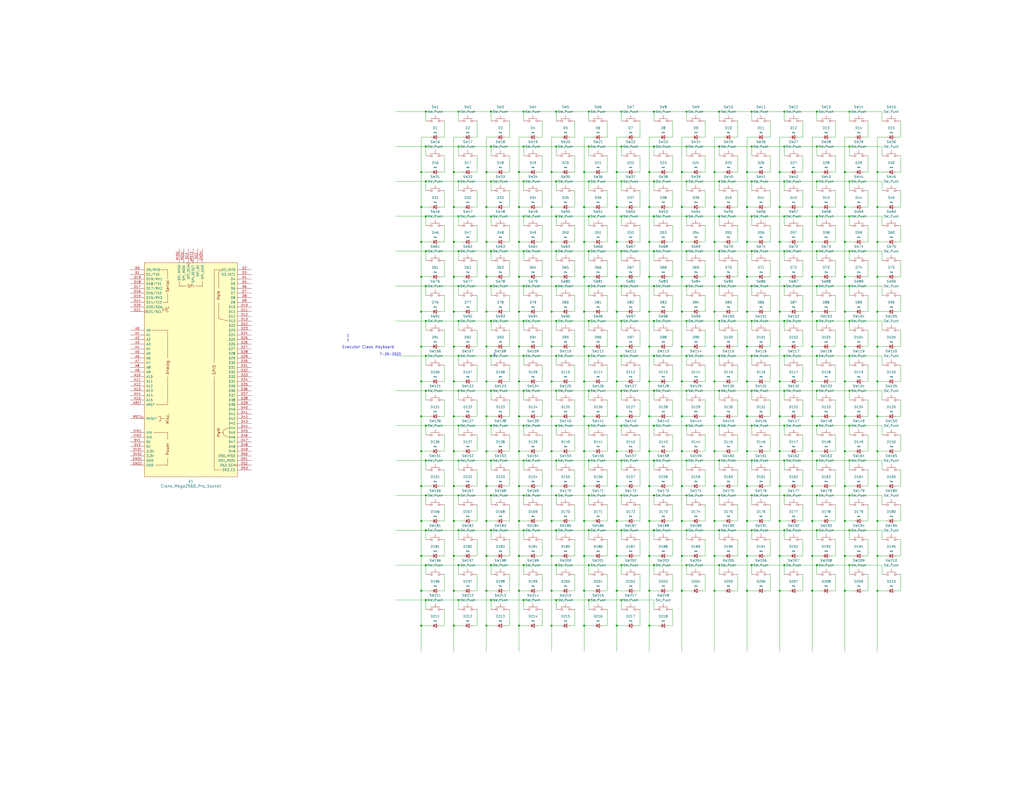
<source format=kicad_sch>
(kicad_sch (version 20230121) (generator eeschema)
  (paper "C")
  (junction (at 300.99 284.48))
  (junction (at 303.53 232.41))
  (junction (at 372.11 189.23))
  (junction (at 265.43 113.03))
  (junction (at 463.55 99.06))
  (junction (at 463.55 289.56))
  (junction (at 461.01 170.18))
  (junction (at 300.99 151.13))
  (junction (at 229.87 132.08))
  (junction (at 283.21 322.58))
  (junction (at 303.53 118.11))
  (junction (at 410.21 232.41))
  (junction (at 407.67 284.48))
  (junction (at 318.77 303.53))
  (junction (at 250.19 80.01))
  (junction (at 229.87 284.48))
  (junction (at 425.45 265.43))
  (junction (at 300.99 170.18))
  (junction (at 356.87 289.56))
  (junction (at 427.99 289.56))
  (junction (at 339.09 137.16))
  (junction (at 425.45 246.38))
  (junction (at 410.21 308.61))
  (junction (at 321.31 213.36))
  (junction (at 232.41 194.31))
  (junction (at 356.87 175.26))
  (junction (at 285.75 213.36))
  (junction (at 445.77 137.16))
  (junction (at 229.87 322.58))
  (junction (at 285.75 327.66))
  (junction (at 425.45 227.33))
  (junction (at 372.11 132.08))
  (junction (at 300.99 265.43))
  (junction (at 267.97 118.11))
  (junction (at 283.21 303.53))
  (junction (at 407.67 132.08))
  (junction (at 445.77 251.46))
  (junction (at 267.97 60.96))
  (junction (at 285.75 60.96))
  (junction (at 392.43 80.01))
  (junction (at 321.31 308.61))
  (junction (at 285.75 175.26))
  (junction (at 354.33 246.38))
  (junction (at 265.43 151.13))
  (junction (at 303.53 194.31))
  (junction (at 250.19 289.56))
  (junction (at 461.01 265.43))
  (junction (at 461.01 246.38))
  (junction (at 425.45 208.28))
  (junction (at 321.31 80.01))
  (junction (at 410.21 213.36))
  (junction (at 267.97 99.06))
  (junction (at 443.23 303.53))
  (junction (at 232.41 308.61))
  (junction (at 354.33 132.08))
  (junction (at 250.19 137.16))
  (junction (at 303.53 60.96))
  (junction (at 410.21 194.31))
  (junction (at 463.55 232.41))
  (junction (at 303.53 251.46))
  (junction (at 321.31 156.21))
  (junction (at 339.09 118.11))
  (junction (at 339.09 308.61))
  (junction (at 392.43 118.11))
  (junction (at 229.87 113.03))
  (junction (at 461.01 303.53))
  (junction (at 318.77 93.98))
  (junction (at 229.87 170.18))
  (junction (at 425.45 132.08))
  (junction (at 392.43 251.46))
  (junction (at 321.31 194.31))
  (junction (at 407.67 208.28))
  (junction (at 321.31 232.41))
  (junction (at 232.41 213.36))
  (junction (at 392.43 308.61))
  (junction (at 445.77 232.41))
  (junction (at 427.99 251.46))
  (junction (at 303.53 99.06))
  (junction (at 229.87 303.53))
  (junction (at 265.43 189.23))
  (junction (at 339.09 80.01))
  (junction (at 285.75 270.51))
  (junction (at 303.53 270.51))
  (junction (at 374.65 289.56))
  (junction (at 265.43 303.53))
  (junction (at 250.19 156.21))
  (junction (at 425.45 303.53))
  (junction (at 443.23 151.13))
  (junction (at 425.45 113.03))
  (junction (at 392.43 194.31))
  (junction (at 283.21 170.18))
  (junction (at 461.01 208.28))
  (junction (at 354.33 341.63))
  (junction (at 229.87 189.23))
  (junction (at 425.45 284.48))
  (junction (at 285.75 194.31))
  (junction (at 443.23 227.33))
  (junction (at 389.89 246.38))
  (junction (at 461.01 227.33))
  (junction (at 356.87 80.01))
  (junction (at 265.43 170.18))
  (junction (at 285.75 99.06))
  (junction (at 374.65 99.06))
  (junction (at 267.97 308.61))
  (junction (at 318.77 208.28))
  (junction (at 445.77 213.36))
  (junction (at 427.99 118.11))
  (junction (at 445.77 270.51))
  (junction (at 463.55 118.11))
  (junction (at 339.09 327.66))
  (junction (at 427.99 80.01))
  (junction (at 250.19 327.66))
  (junction (at 247.65 341.63))
  (junction (at 283.21 93.98))
  (junction (at 374.65 118.11))
  (junction (at 389.89 132.08))
  (junction (at 303.53 213.36))
  (junction (at 229.87 208.28))
  (junction (at 389.89 303.53))
  (junction (at 232.41 99.06))
  (junction (at 407.67 113.03))
  (junction (at 265.43 93.98))
  (junction (at 283.21 246.38))
  (junction (at 461.01 113.03))
  (junction (at 478.79 189.23))
  (junction (at 318.77 265.43))
  (junction (at 443.23 284.48))
  (junction (at 250.19 99.06))
  (junction (at 303.53 327.66))
  (junction (at 354.33 93.98))
  (junction (at 285.75 80.01))
  (junction (at 300.99 322.58))
  (junction (at 303.53 156.21))
  (junction (at 321.31 251.46))
  (junction (at 427.99 60.96))
  (junction (at 356.87 251.46))
  (junction (at 374.65 175.26))
  (junction (at 232.41 118.11))
  (junction (at 478.79 113.03))
  (junction (at 318.77 227.33))
  (junction (at 356.87 308.61))
  (junction (at 283.21 227.33))
  (junction (at 356.87 194.31))
  (junction (at 267.97 251.46))
  (junction (at 443.23 113.03))
  (junction (at 445.77 156.21))
  (junction (at 356.87 213.36))
  (junction (at 410.21 175.26))
  (junction (at 463.55 156.21))
  (junction (at 427.99 270.51))
  (junction (at 285.75 232.41))
  (junction (at 336.55 303.53))
  (junction (at 300.99 208.28))
  (junction (at 392.43 175.26))
  (junction (at 374.65 251.46))
  (junction (at 389.89 151.13))
  (junction (at 247.65 284.48))
  (junction (at 478.79 93.98))
  (junction (at 443.23 265.43))
  (junction (at 374.65 308.61))
  (junction (at 339.09 251.46))
  (junction (at 321.31 270.51))
  (junction (at 478.79 227.33))
  (junction (at 247.65 113.03))
  (junction (at 318.77 170.18))
  (junction (at 229.87 151.13))
  (junction (at 463.55 137.16))
  (junction (at 285.75 118.11))
  (junction (at 410.21 251.46))
  (junction (at 356.87 60.96))
  (junction (at 392.43 213.36))
  (junction (at 427.99 99.06))
  (junction (at 339.09 99.06))
  (junction (at 407.67 227.33))
  (junction (at 265.43 265.43))
  (junction (at 443.23 132.08))
  (junction (at 478.79 246.38))
  (junction (at 267.97 232.41))
  (junction (at 463.55 251.46))
  (junction (at 232.41 137.16))
  (junction (at 372.11 113.03))
  (junction (at 267.97 156.21))
  (junction (at 336.55 113.03))
  (junction (at 321.31 289.56))
  (junction (at 283.21 284.48))
  (junction (at 232.41 270.51))
  (junction (at 232.41 80.01))
  (junction (at 389.89 322.58))
  (junction (at 285.75 156.21))
  (junction (at 303.53 308.61))
  (junction (at 285.75 308.61))
  (junction (at 445.77 194.31))
  (junction (at 443.23 246.38))
  (junction (at 283.21 151.13))
  (junction (at 372.11 246.38))
  (junction (at 283.21 113.03))
  (junction (at 427.99 308.61))
  (junction (at 229.87 341.63))
  (junction (at 303.53 137.16))
  (junction (at 389.89 208.28))
  (junction (at 463.55 308.61))
  (junction (at 250.19 251.46))
  (junction (at 265.43 284.48))
  (junction (at 445.77 99.06))
  (junction (at 283.21 208.28))
  (junction (at 461.01 93.98))
  (junction (at 267.97 175.26))
  (junction (at 247.65 265.43))
  (junction (at 410.21 270.51))
  (junction (at 407.67 265.43))
  (junction (at 265.43 322.58))
  (junction (at 427.99 156.21))
  (junction (at 410.21 99.06))
  (junction (at 265.43 132.08))
  (junction (at 372.11 227.33))
  (junction (at 427.99 232.41))
  (junction (at 374.65 137.16))
  (junction (at 318.77 189.23))
  (junction (at 267.97 194.31))
  (junction (at 321.31 118.11))
  (junction (at 389.89 170.18))
  (junction (at 356.87 156.21))
  (junction (at 267.97 327.66))
  (junction (at 247.65 322.58))
  (junction (at 425.45 93.98))
  (junction (at 247.65 170.18))
  (junction (at 232.41 60.96))
  (junction (at 445.77 118.11))
  (junction (at 229.87 265.43))
  (junction (at 478.79 151.13))
  (junction (at 339.09 213.36))
  (junction (at 356.87 118.11))
  (junction (at 232.41 156.21))
  (junction (at 318.77 246.38))
  (junction (at 374.65 60.96))
  (junction (at 354.33 227.33))
  (junction (at 336.55 189.23))
  (junction (at 372.11 322.58))
  (junction (at 389.89 93.98))
  (junction (at 407.67 246.38))
  (junction (at 229.87 93.98))
  (junction (at 427.99 194.31))
  (junction (at 374.65 270.51))
  (junction (at 285.75 251.46))
  (junction (at 250.19 194.31))
  (junction (at 392.43 270.51))
  (junction (at 425.45 170.18))
  (junction (at 232.41 251.46))
  (junction (at 283.21 341.63))
  (junction (at 461.01 189.23))
  (junction (at 410.21 289.56))
  (junction (at 374.65 80.01))
  (junction (at 229.87 246.38))
  (junction (at 265.43 341.63))
  (junction (at 478.79 265.43))
  (junction (at 285.75 137.16))
  (junction (at 354.33 303.53))
  (junction (at 410.21 156.21))
  (junction (at 372.11 265.43))
  (junction (at 354.33 265.43))
  (junction (at 250.19 60.96))
  (junction (at 300.99 132.08))
  (junction (at 250.19 175.26))
  (junction (at 443.23 93.98))
  (junction (at 247.65 208.28))
  (junction (at 247.65 132.08))
  (junction (at 265.43 246.38))
  (junction (at 445.77 289.56))
  (junction (at 445.77 60.96))
  (junction (at 250.19 118.11))
  (junction (at 392.43 156.21))
  (junction (at 392.43 289.56))
  (junction (at 478.79 322.58))
  (junction (at 250.19 308.61))
  (junction (at 407.67 151.13))
  (junction (at 410.21 137.16))
  (junction (at 247.65 303.53))
  (junction (at 374.65 213.36))
  (junction (at 339.09 289.56))
  (junction (at 410.21 80.01))
  (junction (at 265.43 208.28))
  (junction (at 336.55 227.33))
  (junction (at 461.01 284.48))
  (junction (at 461.01 322.58))
  (junction (at 318.77 322.58))
  (junction (at 339.09 232.41))
  (junction (at 425.45 189.23))
  (junction (at 232.41 175.26))
  (junction (at 250.19 213.36))
  (junction (at 232.41 327.66))
  (junction (at 392.43 99.06))
  (junction (at 250.19 232.41))
  (junction (at 443.23 189.23))
  (junction (at 300.99 341.63))
  (junction (at 372.11 151.13))
  (junction (at 443.23 170.18))
  (junction (at 354.33 189.23))
  (junction (at 461.01 132.08))
  (junction (at 445.77 308.61))
  (junction (at 392.43 137.16))
  (junction (at 427.99 175.26))
  (junction (at 374.65 194.31))
  (junction (at 247.65 227.33))
  (junction (at 372.11 284.48))
  (junction (at 339.09 60.96))
  (junction (at 372.11 208.28))
  (junction (at 283.21 189.23))
  (junction (at 463.55 213.36))
  (junction (at 354.33 322.58))
  (junction (at 478.79 284.48))
  (junction (at 410.21 60.96))
  (junction (at 321.31 175.26))
  (junction (at 392.43 232.41))
  (junction (at 389.89 113.03))
  (junction (at 478.79 132.08))
  (junction (at 318.77 151.13))
  (junction (at 303.53 80.01))
  (junction (at 407.67 93.98))
  (junction (at 267.97 80.01))
  (junction (at 356.87 232.41))
  (junction (at 389.89 284.48))
  (junction (at 336.55 246.38))
  (junction (at 392.43 60.96))
  (junction (at 354.33 208.28))
  (junction (at 283.21 265.43))
  (junction (at 303.53 289.56))
  (junction (at 427.99 137.16))
  (junction (at 443.23 322.58))
  (junction (at 339.09 194.31))
  (junction (at 300.99 113.03))
  (junction (at 247.65 246.38))
  (junction (at 300.99 227.33))
  (junction (at 443.23 208.28))
  (junction (at 300.99 303.53))
  (junction (at 321.31 327.66))
  (junction (at 407.67 170.18))
  (junction (at 267.97 289.56))
  (junction (at 478.79 208.28))
  (junction (at 425.45 151.13))
  (junction (at 247.65 93.98))
  (junction (at 461.01 151.13))
  (junction (at 247.65 189.23))
  (junction (at 336.55 322.58))
  (junction (at 356.87 270.51))
  (junction (at 232.41 232.41))
  (junction (at 374.65 232.41))
  (junction (at 336.55 341.63))
  (junction (at 250.19 270.51))
  (junction (at 232.41 289.56))
  (junction (at 339.09 156.21))
  (junction (at 336.55 93.98))
  (junction (at 478.79 303.53))
  (junction (at 300.99 246.38))
  (junction (at 478.79 170.18))
  (junction (at 339.09 270.51))
  (junction (at 354.33 151.13))
  (junction (at 354.33 113.03))
  (junction (at 427.99 213.36))
  (junction (at 463.55 270.51))
  (junction (at 247.65 151.13))
  (junction (at 300.99 189.23))
  (junction (at 318.77 113.03))
  (junction (at 303.53 175.26))
  (junction (at 463.55 60.96))
  (junction (at 354.33 284.48))
  (junction (at 389.89 265.43))
  (junction (at 356.87 99.06))
  (junction (at 300.99 93.98))
  (junction (at 336.55 132.08))
  (junction (at 356.87 137.16))
  (junction (at 318.77 284.48))
  (junction (at 321.31 137.16))
  (junction (at 267.97 213.36))
  (junction (at 425.45 322.58))
  (junction (at 407.67 303.53))
  (junction (at 407.67 189.23))
  (junction (at 372.11 170.18))
  (junction (at 336.55 151.13))
  (junction (at 229.87 227.33))
  (junction (at 463.55 80.01))
  (junction (at 285.75 289.56))
  (junction (at 354.33 170.18))
  (junction (at 372.11 303.53))
  (junction (at 339.09 175.26))
  (junction (at 336.55 265.43))
  (junction (at 372.11 93.98))
  (junction (at 445.77 175.26))
  (junction (at 445.77 80.01))
  (junction (at 463.55 194.31))
  (junction (at 321.31 60.96))
  (junction (at 389.89 189.23))
  (junction (at 336.55 170.18))
  (junction (at 389.89 227.33))
  (junction (at 267.97 137.16))
  (junction (at 410.21 118.11))
  (junction (at 336.55 208.28))
  (junction (at 318.77 132.08))
  (junction (at 318.77 341.63))
  (junction (at 336.55 284.48))
  (junction (at 374.65 156.21))
  (junction (at 321.31 99.06))
  (junction (at 265.43 227.33))
  (junction (at 463.55 175.26))
  (junction (at 283.21 132.08))
  (junction (at 267.97 270.51))
  (junction (at 407.67 322.58))
  (wire (pts (xy 438.15 313.69) (xy 438.15 322.58)))
  (wire (pts (xy 455.93 180.34) (xy 455.93 189.23)))
  (wire (pts (xy 300.99 246.38) (xy 300.99 265.43)))
  (wire (pts (xy 427.99 99.06) (xy 445.77 99.06)))
  (wire (pts (xy 336.55 322.58) (xy 341.63 322.58)))
  (wire (pts (xy 215.9 327.66) (xy 232.41 327.66)))
  (wire (pts (xy 349.25 341.63) (xy 346.71 341.63)))
  (wire (pts (xy 336.55 227.33) (xy 336.55 246.38)))
  (wire (pts (xy 318.77 74.93) (xy 318.77 93.98)))
  (wire (pts (xy 491.49 275.59) (xy 491.49 284.48)))
  (wire (pts (xy 425.45 189.23) (xy 425.45 208.28)))
  (wire (pts (xy 372.11 322.58) (xy 377.19 322.58)))
  (wire (pts (xy 331.47 313.69) (xy 331.47 322.58)))
  (wire (pts (xy 478.79 132.08) (xy 483.87 132.08)))
  (wire (pts (xy 283.21 341.63) (xy 283.21 355.6)))
  (wire (pts (xy 232.41 156.21) (xy 232.41 161.29)))
  (wire (pts (xy 300.99 132.08) (xy 300.99 151.13)))
  (wire (pts (xy 425.45 208.28) (xy 430.53 208.28)))
  (wire (pts (xy 283.21 170.18) (xy 288.29 170.18)))
  (wire (pts (xy 232.41 194.31) (xy 232.41 199.39)))
  (wire (pts (xy 354.33 151.13) (xy 354.33 170.18)))
  (wire (pts (xy 250.19 156.21) (xy 250.19 161.29)))
  (wire (pts (xy 427.99 308.61) (xy 427.99 313.69)))
  (wire (pts (xy 455.93 161.29) (xy 455.93 170.18)))
  (wire (pts (xy 374.65 289.56) (xy 392.43 289.56)))
  (wire (pts (xy 232.41 118.11) (xy 250.19 118.11)))
  (wire (pts (xy 283.21 303.53) (xy 283.21 322.58)))
  (wire (pts (xy 478.79 284.48) (xy 483.87 284.48)))
  (wire (pts (xy 242.57 93.98) (xy 240.03 93.98)))
  (wire (pts (xy 455.93 275.59) (xy 455.93 284.48)))
  (wire (pts (xy 438.15 85.09) (xy 438.15 93.98)))
  (wire (pts (xy 372.11 74.93) (xy 372.11 93.98)))
  (wire (pts (xy 445.77 175.26) (xy 445.77 180.34)))
  (wire (pts (xy 356.87 289.56) (xy 374.65 289.56)))
  (wire (pts (xy 242.57 275.59) (xy 242.57 284.48)))
  (wire (pts (xy 461.01 246.38) (xy 461.01 265.43)))
  (wire (pts (xy 367.03 170.18) (xy 364.49 170.18)))
  (wire (pts (xy 260.35 265.43) (xy 257.81 265.43)))
  (wire (pts (xy 267.97 156.21) (xy 285.75 156.21)))
  (wire (pts (xy 392.43 213.36) (xy 410.21 213.36)))
  (wire (pts (xy 473.71 85.09) (xy 473.71 93.98)))
  (wire (pts (xy 285.75 327.66) (xy 303.53 327.66)))
  (wire (pts (xy 247.65 322.58) (xy 247.65 341.63)))
  (wire (pts (xy 463.55 118.11) (xy 463.55 123.19)))
  (wire (pts (xy 356.87 80.01) (xy 374.65 80.01)))
  (wire (pts (xy 374.65 213.36) (xy 374.65 218.44)))
  (wire (pts (xy 491.49 85.09) (xy 491.49 93.98)))
  (wire (pts (xy 285.75 137.16) (xy 303.53 137.16)))
  (wire (pts (xy 285.75 270.51) (xy 303.53 270.51)))
  (wire (pts (xy 410.21 60.96) (xy 410.21 66.04)))
  (wire (pts (xy 410.21 308.61) (xy 427.99 308.61)))
  (wire (pts (xy 265.43 227.33) (xy 265.43 246.38)))
  (wire (pts (xy 313.69 180.34) (xy 313.69 189.23)))
  (wire (pts (xy 339.09 289.56) (xy 339.09 294.64)))
  (wire (pts (xy 278.13 294.64) (xy 278.13 303.53)))
  (wire (pts (xy 410.21 99.06) (xy 427.99 99.06)))
  (wire (pts (xy 463.55 270.51) (xy 481.33 270.51)))
  (wire (pts (xy 321.31 270.51) (xy 321.31 275.59)))
  (wire (pts (xy 402.59 161.29) (xy 402.59 170.18)))
  (wire (pts (xy 215.9 251.46) (xy 232.41 251.46)))
  (wire (pts (xy 445.77 232.41) (xy 445.77 237.49)))
  (wire (pts (xy 229.87 246.38) (xy 229.87 265.43)))
  (wire (pts (xy 402.59 246.38) (xy 400.05 246.38)))
  (wire (pts (xy 491.49 93.98) (xy 488.95 93.98)))
  (wire (pts (xy 410.21 118.11) (xy 410.21 123.19)))
  (wire (pts (xy 374.65 270.51) (xy 392.43 270.51)))
  (wire (pts (xy 445.77 99.06) (xy 445.77 104.14)))
  (wire (pts (xy 339.09 60.96) (xy 339.09 66.04)))
  (wire (pts (xy 232.41 308.61) (xy 232.41 313.69)))
  (wire (pts (xy 313.69 313.69) (xy 313.69 322.58)))
  (wire (pts (xy 295.91 284.48) (xy 293.37 284.48)))
  (wire (pts (xy 402.59 313.69) (xy 402.59 322.58)))
  (wire (pts (xy 265.43 208.28) (xy 265.43 227.33)))
  (wire (pts (xy 247.65 170.18) (xy 252.73 170.18)))
  (wire (pts (xy 463.55 99.06) (xy 463.55 104.14)))
  (wire (pts (xy 445.77 194.31) (xy 463.55 194.31)))
  (wire (pts (xy 356.87 251.46) (xy 356.87 256.54)))
  (wire (pts (xy 283.21 227.33) (xy 283.21 246.38)))
  (wire (pts (xy 478.79 265.43) (xy 483.87 265.43)))
  (wire (pts (xy 461.01 74.93) (xy 466.09 74.93)))
  (wire (pts (xy 331.47 218.44) (xy 331.47 227.33)))
  (wire (pts (xy 295.91 322.58) (xy 293.37 322.58)))
  (wire (pts (xy 478.79 322.58) (xy 478.79 355.6)))
  (wire (pts (xy 303.53 194.31) (xy 303.53 199.39)))
  (wire (pts (xy 283.21 132.08) (xy 288.29 132.08)))
  (wire (pts (xy 339.09 137.16) (xy 339.09 142.24)))
  (wire (pts (xy 300.99 189.23) (xy 300.99 208.28)))
  (wire (pts (xy 402.59 265.43) (xy 400.05 265.43)))
  (wire (pts (xy 267.97 213.36) (xy 267.97 218.44)))
  (wire (pts (xy 407.67 151.13) (xy 407.67 170.18)))
  (wire (pts (xy 295.91 218.44) (xy 295.91 227.33)))
  (wire (pts (xy 331.47 199.39) (xy 331.47 208.28)))
  (wire (pts (xy 229.87 208.28) (xy 234.95 208.28)))
  (wire (pts (xy 389.89 189.23) (xy 389.89 208.28)))
  (wire (pts (xy 420.37 66.04) (xy 420.37 74.93)))
  (wire (pts (xy 318.77 170.18) (xy 318.77 189.23)))
  (wire (pts (xy 438.15 256.54) (xy 438.15 265.43)))
  (wire (pts (xy 229.87 132.08) (xy 229.87 151.13)))
  (wire (pts (xy 354.33 151.13) (xy 359.41 151.13)))
  (wire (pts (xy 427.99 270.51) (xy 445.77 270.51)))
  (wire (pts (xy 232.41 289.56) (xy 250.19 289.56)))
  (wire (pts (xy 339.09 99.06) (xy 339.09 104.14)))
  (wire (pts (xy 242.57 246.38) (xy 240.03 246.38)))
  (wire (pts (xy 438.15 170.18) (xy 435.61 170.18)))
  (wire (pts (xy 285.75 270.51) (xy 285.75 275.59)))
  (wire (pts (xy 247.65 93.98) (xy 247.65 113.03)))
  (wire (pts (xy 384.81 227.33) (xy 382.27 227.33)))
  (wire (pts (xy 354.33 341.63) (xy 359.41 341.63)))
  (wire (pts (xy 260.35 170.18) (xy 257.81 170.18)))
  (wire (pts (xy 295.91 313.69) (xy 295.91 322.58)))
  (wire (pts (xy 354.33 284.48) (xy 359.41 284.48)))
  (wire (pts (xy 260.35 189.23) (xy 257.81 189.23)))
  (wire (pts (xy 402.59 322.58) (xy 400.05 322.58)))
  (wire (pts (xy 463.55 175.26) (xy 463.55 180.34)))
  (wire (pts (xy 455.93 294.64) (xy 455.93 303.53)))
  (wire (pts (xy 229.87 151.13) (xy 234.95 151.13)))
  (wire (pts (xy 389.89 132.08) (xy 389.89 151.13)))
  (wire (pts (xy 367.03 151.13) (xy 364.49 151.13)))
  (wire (pts (xy 295.91 265.43) (xy 293.37 265.43)))
  (wire (pts (xy 384.81 294.64) (xy 384.81 303.53)))
  (wire (pts (xy 427.99 80.01) (xy 445.77 80.01)))
  (wire (pts (xy 339.09 156.21) (xy 339.09 161.29)))
  (wire (pts (xy 278.13 161.29) (xy 278.13 170.18)))
  (wire (pts (xy 354.33 246.38) (xy 359.41 246.38)))
  (wire (pts (xy 313.69 85.09) (xy 313.69 93.98)))
  (wire (pts (xy 242.57 332.74) (xy 242.57 341.63)))
  (wire (pts (xy 283.21 322.58) (xy 288.29 322.58)))
  (wire (pts (xy 374.65 270.51) (xy 374.65 275.59)))
  (wire (pts (xy 367.03 180.34) (xy 367.03 189.23)))
  (wire (pts (xy 356.87 270.51) (xy 356.87 275.59)))
  (wire (pts (xy 331.47 74.93) (xy 328.93 74.93)))
  (wire (pts (xy 438.15 142.24) (xy 438.15 151.13)))
  (wire (pts (xy 425.45 322.58) (xy 425.45 355.6)))
  (wire (pts (xy 445.77 137.16) (xy 463.55 137.16)))
  (wire (pts (xy 232.41 137.16) (xy 250.19 137.16)))
  (wire (pts (xy 356.87 175.26) (xy 374.65 175.26)))
  (wire (pts (xy 372.11 227.33) (xy 377.19 227.33)))
  (wire (pts (xy 321.31 137.16) (xy 321.31 142.24)))
  (wire (pts (xy 438.15 294.64) (xy 438.15 303.53)))
  (wire (pts (xy 425.45 113.03) (xy 425.45 132.08)))
  (wire (pts (xy 461.01 265.43) (xy 466.09 265.43)))
  (wire (pts (xy 336.55 113.03) (xy 341.63 113.03)))
  (wire (pts (xy 247.65 93.98) (xy 252.73 93.98)))
  (wire (pts (xy 425.45 303.53) (xy 430.53 303.53)))
  (wire (pts (xy 232.41 232.41) (xy 232.41 237.49)))
  (wire (pts (xy 445.77 60.96) (xy 445.77 66.04)))
  (wire (pts (xy 349.25 246.38) (xy 346.71 246.38)))
  (wire (pts (xy 247.65 189.23) (xy 247.65 208.28)))
  (wire (pts (xy 427.99 270.51) (xy 427.99 275.59)))
  (wire (pts (xy 354.33 113.03) (xy 354.33 132.08)))
  (wire (pts (xy 283.21 74.93) (xy 288.29 74.93)))
  (wire (pts (xy 455.93 104.14) (xy 455.93 113.03)))
  (wire (pts (xy 278.13 85.09) (xy 278.13 93.98)))
  (wire (pts (xy 427.99 60.96) (xy 445.77 60.96)))
  (wire (pts (xy 303.53 232.41) (xy 321.31 232.41)))
  (wire (pts (xy 445.77 251.46) (xy 463.55 251.46)))
  (wire (pts (xy 283.21 208.28) (xy 288.29 208.28)))
  (wire (pts (xy 336.55 208.28) (xy 341.63 208.28)))
  (wire (pts (xy 491.49 294.64) (xy 491.49 303.53)))
  (wire (pts (xy 250.19 289.56) (xy 267.97 289.56)))
  (wire (pts (xy 443.23 284.48) (xy 448.31 284.48)))
  (wire (pts (xy 229.87 284.48) (xy 234.95 284.48)))
  (wire (pts (xy 229.87 93.98) (xy 234.95 93.98)))
  (wire (pts (xy 300.99 132.08) (xy 306.07 132.08)))
  (wire (pts (xy 321.31 60.96) (xy 321.31 66.04)))
  (wire (pts (xy 491.49 199.39) (xy 491.49 208.28)))
  (wire (pts (xy 420.37 313.69) (xy 420.37 322.58)))
  (wire (pts (xy 354.33 113.03) (xy 359.41 113.03)))
  (wire (pts (xy 339.09 232.41) (xy 356.87 232.41)))
  (wire (pts (xy 331.47 246.38) (xy 328.93 246.38)))
  (wire (pts (xy 491.49 303.53) (xy 488.95 303.53)))
  (wire (pts (xy 331.47 322.58) (xy 328.93 322.58)))
  (wire (pts (xy 339.09 194.31) (xy 339.09 199.39)))
  (wire (pts (xy 491.49 313.69) (xy 491.49 322.58)))
  (wire (pts (xy 349.25 66.04) (xy 349.25 74.93)))
  (wire (pts (xy 463.55 118.11) (xy 481.33 118.11)))
  (wire (pts (xy 242.57 303.53) (xy 240.03 303.53)))
  (wire (pts (xy 438.15 265.43) (xy 435.61 265.43)))
  (wire (pts (xy 232.41 194.31) (xy 250.19 194.31)))
  (wire (pts (xy 384.81 123.19) (xy 384.81 132.08)))
  (wire (pts (xy 392.43 156.21) (xy 392.43 161.29)))
  (wire (pts (xy 318.77 246.38) (xy 323.85 246.38)))
  (wire (pts (xy 443.23 189.23) (xy 443.23 208.28)))
  (wire (pts (xy 265.43 74.93) (xy 265.43 93.98)))
  (wire (pts (xy 339.09 213.36) (xy 356.87 213.36)))
  (wire (pts (xy 407.67 322.58) (xy 407.67 355.6)))
  (wire (pts (xy 285.75 175.26) (xy 303.53 175.26)))
  (wire (pts (xy 278.13 237.49) (xy 278.13 246.38)))
  (wire (pts (xy 410.21 99.06) (xy 410.21 104.14)))
  (wire (pts (xy 481.33 156.21) (xy 481.33 161.29)))
  (wire (pts (xy 473.71 170.18) (xy 471.17 170.18)))
  (wire (pts (xy 463.55 213.36) (xy 463.55 218.44)))
  (wire (pts (xy 339.09 60.96) (xy 356.87 60.96)))
  (wire (pts (xy 318.77 284.48) (xy 318.77 303.53)))
  (wire (pts (xy 242.57 294.64) (xy 242.57 303.53)))
  (wire (pts (xy 339.09 99.06) (xy 356.87 99.06)))
  (wire (pts (xy 443.23 322.58) (xy 448.31 322.58)))
  (wire (pts (xy 242.57 313.69) (xy 242.57 322.58)))
  (wire (pts (xy 389.89 74.93) (xy 394.97 74.93)))
  (wire (pts (xy 247.65 341.63) (xy 247.65 355.6)))
  (wire (pts (xy 384.81 142.24) (xy 384.81 151.13)))
  (wire (pts (xy 389.89 93.98) (xy 389.89 113.03)))
  (wire (pts (xy 285.75 118.11) (xy 285.75 123.19)))
  (wire (pts (xy 285.75 289.56) (xy 303.53 289.56)))
  (wire (pts (xy 473.71 265.43) (xy 471.17 265.43)))
  (wire (pts (xy 318.77 265.43) (xy 323.85 265.43)))
  (wire (pts (xy 445.77 80.01) (xy 445.77 85.09)))
  (wire (pts (xy 300.99 151.13) (xy 300.99 170.18)))
  (wire (pts (xy 295.91 66.04) (xy 295.91 74.93)))
  (wire (pts (xy 491.49 161.29) (xy 491.49 170.18)))
  (wire (pts (xy 331.47 275.59) (xy 331.47 284.48)))
  (wire (pts (xy 313.69 104.14) (xy 313.69 113.03)))
  (wire (pts (xy 336.55 74.93) (xy 341.63 74.93)))
  (wire (pts (xy 339.09 175.26) (xy 356.87 175.26)))
  (wire (pts (xy 438.15 123.19) (xy 438.15 132.08)))
  (wire (pts (xy 427.99 289.56) (xy 445.77 289.56)))
  (wire (pts (xy 265.43 93.98) (xy 265.43 113.03)))
  (wire (pts (xy 425.45 265.43) (xy 430.53 265.43)))
  (wire (pts (xy 407.67 303.53) (xy 412.75 303.53)))
  (wire (pts (xy 260.35 218.44) (xy 260.35 227.33)))
  (wire (pts (xy 372.11 113.03) (xy 377.19 113.03)))
  (wire (pts (xy 420.37 199.39) (xy 420.37 208.28)))
  (wire (pts (xy 438.15 303.53) (xy 435.61 303.53)))
  (wire (pts (xy 229.87 132.08) (xy 234.95 132.08)))
  (wire (pts (xy 374.65 118.11) (xy 374.65 123.19)))
  (wire (pts (xy 229.87 265.43) (xy 234.95 265.43)))
  (wire (pts (xy 242.57 341.63) (xy 240.03 341.63)))
  (wire (pts (xy 410.21 156.21) (xy 410.21 161.29)))
  (wire (pts (xy 265.43 227.33) (xy 270.51 227.33)))
  (wire (pts (xy 349.25 256.54) (xy 349.25 265.43)))
  (wire (pts (xy 392.43 289.56) (xy 392.43 294.64)))
  (wire (pts (xy 300.99 303.53) (xy 300.99 322.58)))
  (wire (pts (xy 384.81 93.98) (xy 382.27 93.98)))
  (wire (pts (xy 229.87 322.58) (xy 234.95 322.58)))
  (wire (pts (xy 331.47 93.98) (xy 328.93 93.98)))
  (wire (pts (xy 349.25 218.44) (xy 349.25 227.33)))
  (wire (pts (xy 336.55 284.48) (xy 336.55 303.53)))
  (wire (pts (xy 443.23 74.93) (xy 448.31 74.93)))
  (wire (pts (xy 407.67 246.38) (xy 407.67 265.43)))
  (wire (pts (xy 420.37 218.44) (xy 420.37 227.33)))
  (wire (pts (xy 300.99 170.18) (xy 300.99 189.23)))
  (wire (pts (xy 265.43 341.63) (xy 265.43 355.6)))
  (wire (pts (xy 427.99 232.41) (xy 427.99 237.49)))
  (wire (pts (xy 250.19 137.16) (xy 250.19 142.24)))
  (wire (pts (xy 267.97 137.16) (xy 267.97 142.24)))
  (wire (pts (xy 367.03 227.33) (xy 364.49 227.33)))
  (wire (pts (xy 303.53 137.16) (xy 321.31 137.16)))
  (wire (pts (xy 407.67 170.18) (xy 407.67 189.23)))
  (wire (pts (xy 331.47 284.48) (xy 328.93 284.48)))
  (wire (pts (xy 349.25 161.29) (xy 349.25 170.18)))
  (wire (pts (xy 303.53 327.66) (xy 303.53 332.74)))
  (wire (pts (xy 463.55 156.21) (xy 463.55 161.29)))
  (wire (pts (xy 478.79 284.48) (xy 478.79 303.53)))
  (wire (pts (xy 265.43 265.43) (xy 265.43 284.48)))
  (wire (pts (xy 420.37 123.19) (xy 420.37 132.08)))
  (wire (pts (xy 425.45 151.13) (xy 425.45 170.18)))
  (wire (pts (xy 300.99 322.58) (xy 306.07 322.58)))
  (wire (pts (xy 463.55 137.16) (xy 481.33 137.16)))
  (wire (pts (xy 339.09 270.51) (xy 356.87 270.51)))
  (wire (pts (xy 425.45 93.98) (xy 430.53 93.98)))
  (wire (pts (xy 303.53 251.46) (xy 303.53 256.54)))
  (wire (pts (xy 374.65 156.21) (xy 374.65 161.29)))
  (wire (pts (xy 242.57 85.09) (xy 242.57 93.98)))
  (wire (pts (xy 445.77 308.61) (xy 463.55 308.61)))
  (wire (pts (xy 321.31 327.66) (xy 339.09 327.66)))
  (wire (pts (xy 250.19 327.66) (xy 267.97 327.66)))
  (wire (pts (xy 445.77 270.51) (xy 445.77 275.59)))
  (wire (pts (xy 313.69 265.43) (xy 311.15 265.43)))
  (wire (pts (xy 356.87 156.21) (xy 374.65 156.21)))
  (wire (pts (xy 491.49 142.24) (xy 491.49 151.13)))
  (wire (pts (xy 455.93 132.08) (xy 453.39 132.08)))
  (wire (pts (xy 427.99 156.21) (xy 445.77 156.21)))
  (wire (pts (xy 250.19 118.11) (xy 267.97 118.11)))
  (wire (pts (xy 402.59 170.18) (xy 400.05 170.18)))
  (wire (pts (xy 443.23 303.53) (xy 443.23 322.58)))
  (wire (pts (xy 438.15 322.58) (xy 435.61 322.58)))
  (wire (pts (xy 285.75 137.16) (xy 285.75 142.24)))
  (wire (pts (xy 374.65 80.01) (xy 392.43 80.01)))
  (wire (pts (xy 339.09 175.26) (xy 339.09 180.34)))
  (wire (pts (xy 318.77 74.93) (xy 323.85 74.93)))
  (wire (pts (xy 455.93 123.19) (xy 455.93 132.08)))
  (wire (pts (xy 374.65 156.21) (xy 392.43 156.21)))
  (wire (pts (xy 407.67 74.93) (xy 412.75 74.93)))
  (wire (pts (xy 354.33 246.38) (xy 354.33 265.43)))
  (wire (pts (xy 265.43 132.08) (xy 265.43 151.13)))
  (wire (pts (xy 372.11 170.18) (xy 377.19 170.18)))
  (wire (pts (xy 247.65 151.13) (xy 252.73 151.13)))
  (wire (pts (xy 300.99 303.53) (xy 306.07 303.53)))
  (wire (pts (xy 247.65 74.93) (xy 252.73 74.93)))
  (wire (pts (xy 443.23 246.38) (xy 443.23 265.43)))
  (wire (pts (xy 247.65 246.38) (xy 247.65 265.43)))
  (wire (pts (xy 372.11 303.53) (xy 372.11 322.58)))
  (wire (pts (xy 260.35 104.14) (xy 260.35 113.03)))
  (wire (pts (xy 427.99 232.41) (xy 445.77 232.41)))
  (wire (pts (xy 367.03 113.03) (xy 364.49 113.03)))
  (wire (pts (xy 265.43 303.53) (xy 270.51 303.53)))
  (wire (pts (xy 425.45 208.28) (xy 425.45 227.33)))
  (wire (pts (xy 229.87 341.63) (xy 229.87 355.6)))
  (wire (pts (xy 321.31 156.21) (xy 321.31 161.29)))
  (wire (pts (xy 410.21 213.36) (xy 410.21 218.44)))
  (wire (pts (xy 339.09 118.11) (xy 339.09 123.19)))
  (wire (pts (xy 313.69 275.59) (xy 313.69 284.48)))
  (wire (pts (xy 410.21 251.46) (xy 410.21 256.54)))
  (wire (pts (xy 427.99 175.26) (xy 427.99 180.34)))
  (wire (pts (xy 318.77 227.33) (xy 323.85 227.33)))
  (wire (pts (xy 232.41 251.46) (xy 232.41 256.54)))
  (wire (pts (xy 321.31 194.31) (xy 339.09 194.31)))
  (wire (pts (xy 267.97 137.16) (xy 285.75 137.16)))
  (wire (pts (xy 455.93 322.58) (xy 453.39 322.58)))
  (wire (pts (xy 410.21 156.21) (xy 427.99 156.21)))
  (wire (pts (xy 339.09 156.21) (xy 356.87 156.21)))
  (wire (pts (xy 349.25 284.48) (xy 346.71 284.48)))
  (wire (pts (xy 313.69 199.39) (xy 313.69 208.28)))
  (wire (pts (xy 247.65 113.03) (xy 252.73 113.03)))
  (wire (pts (xy 278.13 74.93) (xy 275.59 74.93)))
  (wire (pts (xy 283.21 265.43) (xy 283.21 284.48)))
  (wire (pts (xy 267.97 194.31) (xy 267.97 199.39)))
  (wire (pts (xy 491.49 104.14) (xy 491.49 113.03)))
  (wire (pts (xy 331.47 237.49) (xy 331.47 246.38)))
  (wire (pts (xy 374.65 137.16) (xy 392.43 137.16)))
  (wire (pts (xy 491.49 218.44) (xy 491.49 227.33)))
  (wire (pts (xy 438.15 199.39) (xy 438.15 208.28)))
  (wire (pts (xy 278.13 332.74) (xy 278.13 341.63)))
  (wire (pts (xy 229.87 246.38) (xy 234.95 246.38)))
  (wire (pts (xy 229.87 113.03) (xy 234.95 113.03)))
  (wire (pts (xy 374.65 232.41) (xy 374.65 237.49)))
  (wire (pts (xy 267.97 175.26) (xy 285.75 175.26)))
  (wire (pts (xy 303.53 213.36) (xy 321.31 213.36)))
  (wire (pts (xy 215.9 194.31) (xy 232.41 194.31)))
  (wire (pts (xy 478.79 322.58) (xy 483.87 322.58)))
  (wire (pts (xy 242.57 218.44) (xy 242.57 227.33)))
  (wire (pts (xy 349.25 85.09) (xy 349.25 93.98)))
  (wire (pts (xy 473.71 123.19) (xy 473.71 132.08)))
  (wire (pts (xy 303.53 232.41) (xy 303.53 237.49)))
  (wire (pts (xy 402.59 85.09) (xy 402.59 93.98)))
  (wire (pts (xy 265.43 208.28) (xy 270.51 208.28)))
  (wire (pts (xy 278.13 313.69) (xy 278.13 322.58)))
  (wire (pts (xy 478.79 208.28) (xy 478.79 227.33)))
  (wire (pts (xy 321.31 289.56) (xy 321.31 294.64)))
  (wire (pts (xy 265.43 284.48) (xy 270.51 284.48)))
  (wire (pts (xy 443.23 303.53) (xy 448.31 303.53)))
  (wire (pts (xy 367.03 161.29) (xy 367.03 170.18)))
  (wire (pts (xy 374.65 175.26) (xy 374.65 180.34)))
  (wire (pts (xy 232.41 156.21) (xy 250.19 156.21)))
  (wire (pts (xy 356.87 308.61) (xy 356.87 313.69)))
  (wire (pts (xy 463.55 289.56) (xy 463.55 294.64)))
  (wire (pts (xy 267.97 270.51) (xy 285.75 270.51)))
  (wire (pts (xy 265.43 322.58) (xy 270.51 322.58)))
  (wire (pts (xy 384.81 161.29) (xy 384.81 170.18)))
  (wire (pts (xy 321.31 327.66) (xy 321.31 332.74)))
  (wire (pts (xy 372.11 170.18) (xy 372.11 189.23)))
  (wire (pts (xy 278.13 303.53) (xy 275.59 303.53)))
  (wire (pts (xy 473.71 208.28) (xy 471.17 208.28)))
  (wire (pts (xy 463.55 80.01) (xy 481.33 80.01)))
  (wire (pts (xy 384.81 170.18) (xy 382.27 170.18)))
  (wire (pts (xy 260.35 322.58) (xy 257.81 322.58)))
  (wire (pts (xy 438.15 237.49) (xy 438.15 246.38)))
  (wire (pts (xy 367.03 303.53) (xy 364.49 303.53)))
  (wire (pts (xy 410.21 289.56) (xy 410.21 294.64)))
  (wire (pts (xy 410.21 213.36) (xy 427.99 213.36)))
  (wire (pts (xy 295.91 294.64) (xy 295.91 303.53)))
  (wire (pts (xy 481.33 289.56) (xy 481.33 294.64)))
  (wire (pts (xy 392.43 251.46) (xy 392.43 256.54)))
  (wire (pts (xy 336.55 284.48) (xy 341.63 284.48)))
  (wire (pts (xy 481.33 175.26) (xy 481.33 180.34)))
  (wire (pts (xy 356.87 308.61) (xy 374.65 308.61)))
  (wire (pts (xy 461.01 132.08) (xy 466.09 132.08)))
  (wire (pts (xy 242.57 180.34) (xy 242.57 189.23)))
  (wire (pts (xy 260.35 113.03) (xy 257.81 113.03)))
  (wire (pts (xy 374.65 99.06) (xy 374.65 104.14)))
  (wire (pts (xy 267.97 156.21) (xy 267.97 161.29)))
  (wire (pts (xy 445.77 270.51) (xy 463.55 270.51)))
  (wire (pts (xy 425.45 74.93) (xy 425.45 93.98)))
  (wire (pts (xy 339.09 251.46) (xy 356.87 251.46)))
  (wire (pts (xy 265.43 246.38) (xy 265.43 265.43)))
  (wire (pts (xy 313.69 303.53) (xy 311.15 303.53)))
  (wire (pts (xy 402.59 113.03) (xy 400.05 113.03)))
  (wire (pts (xy 443.23 93.98) (xy 443.23 113.03)))
  (wire (pts (xy 267.97 251.46) (xy 267.97 256.54)))
  (wire (pts (xy 283.21 265.43) (xy 288.29 265.43)))
  (wire (pts (xy 473.71 322.58) (xy 471.17 322.58)))
  (wire (pts (xy 336.55 341.63) (xy 341.63 341.63)))
  (wire (pts (xy 229.87 227.33) (xy 229.87 246.38)))
  (wire (pts (xy 283.21 246.38) (xy 283.21 265.43)))
  (wire (pts (xy 427.99 99.06) (xy 427.99 104.14)))
  (wire (pts (xy 407.67 189.23) (xy 407.67 208.28)))
  (wire (pts (xy 260.35 208.28) (xy 257.81 208.28)))
  (wire (pts (xy 278.13 189.23) (xy 275.59 189.23)))
  (wire (pts (xy 354.33 132.08) (xy 354.33 151.13)))
  (wire (pts (xy 427.99 308.61) (xy 445.77 308.61)))
  (wire (pts (xy 463.55 213.36) (xy 481.33 213.36)))
  (wire (pts (xy 410.21 80.01) (xy 427.99 80.01)))
  (wire (pts (xy 427.99 251.46) (xy 445.77 251.46)))
  (wire (pts (xy 336.55 322.58) (xy 336.55 341.63)))
  (wire (pts (xy 318.77 341.63) (xy 318.77 355.6)))
  (wire (pts (xy 392.43 270.51) (xy 392.43 275.59)))
  (wire (pts (xy 300.99 74.93) (xy 300.99 93.98)))
  (wire (pts (xy 443.23 265.43) (xy 448.31 265.43)))
  (wire (pts (xy 427.99 80.01) (xy 427.99 85.09)))
  (wire (pts (xy 427.99 251.46) (xy 427.99 256.54)))
  (wire (pts (xy 461.01 303.53) (xy 461.01 322.58)))
  (wire (pts (xy 356.87 80.01) (xy 356.87 85.09)))
  (wire (pts (xy 283.21 284.48) (xy 283.21 303.53)))
  (wire (pts (xy 438.15 113.03) (xy 435.61 113.03)))
  (wire (pts (xy 463.55 270.51) (xy 463.55 275.59)))
  (wire (pts (xy 339.09 308.61) (xy 339.09 313.69)))
  (wire (pts (xy 478.79 246.38) (xy 478.79 265.43)))
  (wire (pts (xy 247.65 341.63) (xy 252.73 341.63)))
  (wire (pts (xy 420.37 189.23) (xy 417.83 189.23)))
  (wire (pts (xy 354.33 74.93) (xy 359.41 74.93)))
  (wire (pts (xy 407.67 246.38) (xy 412.75 246.38)))
  (wire (pts (xy 321.31 60.96) (xy 339.09 60.96)))
  (wire (pts (xy 389.89 189.23) (xy 394.97 189.23)))
  (wire (pts (xy 478.79 227.33) (xy 478.79 246.38)))
  (wire (pts (xy 372.11 284.48) (xy 377.19 284.48)))
  (wire (pts (xy 478.79 246.38) (xy 483.87 246.38)))
  (wire (pts (xy 392.43 118.11) (xy 410.21 118.11)))
  (wire (pts (xy 392.43 232.41) (xy 410.21 232.41)))
  (wire (pts (xy 303.53 251.46) (xy 321.31 251.46)))
  (wire (pts (xy 392.43 137.16) (xy 410.21 137.16)))
  (wire (pts (xy 372.11 208.28) (xy 377.19 208.28)))
  (wire (pts (xy 384.81 189.23) (xy 382.27 189.23)))
  (wire (pts (xy 473.71 93.98) (xy 471.17 93.98)))
  (wire (pts (xy 389.89 265.43) (xy 394.97 265.43)))
  (wire (pts (xy 389.89 284.48) (xy 394.97 284.48)))
  (wire (pts (xy 331.47 85.09) (xy 331.47 93.98)))
  (wire (pts (xy 443.23 113.03) (xy 443.23 132.08)))
  (wire (pts (xy 247.65 208.28) (xy 252.73 208.28)))
  (wire (pts (xy 473.71 74.93) (xy 471.17 74.93)))
  (wire (pts (xy 349.25 332.74) (xy 349.25 341.63)))
  (wire (pts (xy 420.37 275.59) (xy 420.37 284.48)))
  (wire (pts (xy 336.55 303.53) (xy 336.55 322.58)))
  (wire (pts (xy 300.99 208.28) (xy 306.07 208.28)))
  (wire (pts (xy 242.57 151.13) (xy 240.03 151.13)))
  (wire (pts (xy 473.71 189.23) (xy 471.17 189.23)))
  (wire (pts (xy 481.33 213.36) (xy 481.33 218.44)))
  (wire (pts (xy 425.45 113.03) (xy 430.53 113.03)))
  (wire (pts (xy 356.87 251.46) (xy 374.65 251.46)))
  (wire (pts (xy 463.55 289.56) (xy 481.33 289.56)))
  (wire (pts (xy 389.89 74.93) (xy 389.89 93.98)))
  (wire (pts (xy 356.87 175.26) (xy 356.87 180.34)))
  (wire (pts (xy 232.41 137.16) (xy 232.41 142.24)))
  (wire (pts (xy 425.45 284.48) (xy 425.45 303.53)))
  (wire (pts (xy 331.47 265.43) (xy 328.93 265.43)))
  (wire (pts (xy 303.53 80.01) (xy 303.53 85.09)))
  (wire (pts (xy 481.33 99.06) (xy 481.33 104.14)))
  (wire (pts (xy 491.49 265.43) (xy 488.95 265.43)))
  (wire (pts (xy 267.97 251.46) (xy 285.75 251.46)))
  (wire (pts (xy 372.11 151.13) (xy 377.19 151.13)))
  (wire (pts (xy 356.87 194.31) (xy 374.65 194.31)))
  (wire (pts (xy 354.33 227.33) (xy 359.41 227.33)))
  (wire (pts (xy 461.01 189.23) (xy 466.09 189.23)))
  (wire (pts (xy 425.45 151.13) (xy 430.53 151.13)))
  (wire (pts (xy 265.43 322.58) (xy 265.43 341.63)))
  (wire (pts (xy 229.87 227.33) (xy 234.95 227.33)))
  (wire (pts (xy 445.77 60.96) (xy 463.55 60.96)))
  (wire (pts (xy 427.99 118.11) (xy 445.77 118.11)))
  (wire (pts (xy 407.67 227.33) (xy 407.67 246.38)))
  (wire (pts (xy 278.13 256.54) (xy 278.13 265.43)))
  (wire (pts (xy 242.57 322.58) (xy 240.03 322.58)))
  (wire (pts (xy 438.15 208.28) (xy 435.61 208.28)))
  (wire (pts (xy 267.97 80.01) (xy 267.97 85.09)))
  (wire (pts (xy 473.71 256.54) (xy 473.71 265.43)))
  (wire (pts (xy 278.13 170.18) (xy 275.59 170.18)))
  (wire (pts (xy 321.31 232.41) (xy 321.31 237.49)))
  (wire (pts (xy 481.33 308.61) (xy 481.33 313.69)))
  (wire (pts (xy 295.91 341.63) (xy 293.37 341.63)))
  (wire (pts (xy 242.57 142.24) (xy 242.57 151.13)))
  (wire (pts (xy 461.01 284.48) (xy 466.09 284.48)))
  (wire (pts (xy 367.03 132.08) (xy 364.49 132.08)))
  (wire (pts (xy 229.87 170.18) (xy 234.95 170.18)))
  (wire (pts (xy 478.79 189.23) (xy 478.79 208.28)))
  (wire (pts (xy 425.45 303.53) (xy 425.45 322.58)))
  (wire (pts (xy 384.81 218.44) (xy 384.81 227.33)))
  (wire (pts (xy 232.41 99.06) (xy 232.41 104.14)))
  (wire (pts (xy 392.43 118.11) (xy 392.43 123.19)))
  (wire (pts (xy 445.77 213.36) (xy 445.77 218.44)))
  (wire (pts (xy 336.55 208.28) (xy 336.55 227.33)))
  (wire (pts (xy 410.21 289.56) (xy 427.99 289.56)))
  (wire (pts (xy 445.77 289.56) (xy 463.55 289.56)))
  (wire (pts (xy 339.09 308.61) (xy 356.87 308.61)))
  (wire (pts (xy 367.03 199.39) (xy 367.03 208.28)))
  (wire (pts (xy 356.87 156.21) (xy 356.87 161.29)))
  (wire (pts (xy 481.33 194.31) (xy 481.33 199.39)))
  (wire (pts (xy 278.13 322.58) (xy 275.59 322.58)))
  (wire (pts (xy 478.79 113.03) (xy 478.79 132.08)))
  (wire (pts (xy 318.77 113.03) (xy 323.85 113.03)))
  (wire (pts (xy 260.35 313.69) (xy 260.35 322.58)))
  (wire (pts (xy 392.43 308.61) (xy 410.21 308.61)))
  (wire (pts (xy 313.69 161.29) (xy 313.69 170.18)))
  (wire (pts (xy 461.01 265.43) (xy 461.01 284.48)))
  (wire (pts (xy 285.75 80.01) (xy 285.75 85.09)))
  (wire (pts (xy 463.55 156.21) (xy 481.33 156.21)))
  (wire (pts (xy 491.49 237.49) (xy 491.49 246.38)))
  (wire (pts (xy 285.75 175.26) (xy 285.75 180.34)))
  (wire (pts (xy 336.55 132.08) (xy 341.63 132.08)))
  (wire (pts (xy 229.87 93.98) (xy 229.87 113.03)))
  (wire (pts (xy 321.31 99.06) (xy 339.09 99.06)))
  (wire (pts (xy 242.57 104.14) (xy 242.57 113.03)))
  (wire (pts (xy 438.15 104.14) (xy 438.15 113.03)))
  (wire (pts (xy 250.19 213.36) (xy 250.19 218.44)))
  (wire (pts (xy 356.87 60.96) (xy 374.65 60.96)))
  (wire (pts (xy 283.21 151.13) (xy 283.21 170.18)))
  (wire (pts (xy 356.87 99.06) (xy 356.87 104.14)))
  (wire (pts (xy 331.47 170.18) (xy 328.93 170.18)))
  (wire (pts (xy 354.33 93.98) (xy 359.41 93.98)))
  (wire (pts (xy 438.15 93.98) (xy 435.61 93.98)))
  (wire (pts (xy 313.69 151.13) (xy 311.15 151.13)))
  (wire (pts (xy 402.59 237.49) (xy 402.59 246.38)))
  (wire (pts (xy 242.57 256.54) (xy 242.57 265.43)))
  (wire (pts (xy 402.59 284.48) (xy 400.05 284.48)))
  (wire (pts (xy 443.23 170.18) (xy 448.31 170.18)))
  (wire (pts (xy 313.69 189.23) (xy 311.15 189.23)))
  (wire (pts (xy 336.55 74.93) (xy 336.55 93.98)))
  (wire (pts (xy 278.13 104.14) (xy 278.13 113.03)))
  (wire (pts (xy 356.87 270.51) (xy 374.65 270.51)))
  (wire (pts (xy 461.01 227.33) (xy 461.01 246.38)))
  (wire (pts (xy 318.77 151.13) (xy 323.85 151.13)))
  (wire (pts (xy 438.15 227.33) (xy 435.61 227.33)))
  (wire (pts (xy 407.67 227.33) (xy 412.75 227.33)))
  (wire (pts (xy 283.21 189.23) (xy 288.29 189.23)))
  (wire (pts (xy 455.93 93.98) (xy 453.39 93.98)))
  (wire (pts (xy 478.79 189.23) (xy 483.87 189.23)))
  (wire (pts (xy 283.21 151.13) (xy 288.29 151.13)))
  (wire (pts (xy 247.65 189.23) (xy 252.73 189.23)))
  (wire (pts (xy 402.59 93.98) (xy 400.05 93.98)))
  (wire (pts (xy 461.01 303.53) (xy 466.09 303.53)))
  (wire (pts (xy 242.57 284.48) (xy 240.03 284.48)))
  (wire (pts (xy 267.97 327.66) (xy 285.75 327.66)))
  (wire (pts (xy 339.09 232.41) (xy 339.09 237.49)))
  (wire (pts (xy 303.53 60.96) (xy 303.53 66.04)))
  (wire (pts (xy 285.75 156.21) (xy 303.53 156.21)))
  (wire (pts (xy 463.55 308.61) (xy 463.55 313.69)))
  (wire (pts (xy 300.99 151.13) (xy 306.07 151.13)))
  (wire (pts (xy 367.03 284.48) (xy 364.49 284.48)))
  (wire (pts (xy 463.55 137.16) (xy 463.55 142.24)))
  (wire (pts (xy 420.37 151.13) (xy 417.83 151.13)))
  (wire (pts (xy 356.87 213.36) (xy 356.87 218.44)))
  (wire (pts (xy 260.35 93.98) (xy 257.81 93.98)))
  (wire (pts (xy 283.21 132.08) (xy 283.21 151.13)))
  (wire (pts (xy 384.81 104.14) (xy 384.81 113.03)))
  (wire (pts (xy 215.9 99.06) (xy 232.41 99.06)))
  (wire (pts (xy 427.99 213.36) (xy 427.99 218.44)))
  (wire (pts (xy 313.69 170.18) (xy 311.15 170.18)))
  (wire (pts (xy 232.41 80.01) (xy 232.41 85.09)))
  (wire (pts (xy 407.67 170.18) (xy 412.75 170.18)))
  (wire (pts (xy 260.35 294.64) (xy 260.35 303.53)))
  (wire (pts (xy 267.97 60.96) (xy 267.97 66.04)))
  (wire (pts (xy 354.33 341.63) (xy 354.33 355.6)))
  (wire (pts (xy 285.75 156.21) (xy 285.75 161.29)))
  (wire (pts (xy 215.9 156.21) (xy 232.41 156.21)))
  (wire (pts (xy 389.89 93.98) (xy 394.97 93.98)))
  (wire (pts (xy 303.53 289.56) (xy 321.31 289.56)))
  (wire (pts (xy 473.71 284.48) (xy 471.17 284.48)))
  (wire (pts (xy 354.33 132.08) (xy 359.41 132.08)))
  (wire (pts (xy 478.79 303.53) (xy 483.87 303.53)))
  (wire (pts (xy 445.77 213.36) (xy 463.55 213.36)))
  (wire (pts (xy 443.23 93.98) (xy 448.31 93.98)))
  (wire (pts (xy 283.21 93.98) (xy 288.29 93.98)))
  (wire (pts (xy 321.31 156.21) (xy 339.09 156.21)))
  (wire (pts (xy 463.55 251.46) (xy 481.33 251.46)))
  (wire (pts (xy 473.71 142.24) (xy 473.71 151.13)))
  (wire (pts (xy 407.67 74.93) (xy 407.67 93.98)))
  (wire (pts (xy 389.89 151.13) (xy 394.97 151.13)))
  (wire (pts (xy 481.33 80.01) (xy 481.33 85.09)))
  (wire (pts (xy 278.13 275.59) (xy 278.13 284.48)))
  (wire (pts (xy 463.55 232.41) (xy 481.33 232.41)))
  (wire (pts (xy 481.33 118.11) (xy 481.33 123.19)))
  (wire (pts (xy 303.53 213.36) (xy 303.53 218.44)))
  (wire (pts (xy 267.97 118.11) (xy 267.97 123.19)))
  (wire (pts (xy 410.21 232.41) (xy 410.21 237.49)))
  (wire (pts (xy 455.93 113.03) (xy 453.39 113.03)))
  (wire (pts (xy 407.67 132.08) (xy 412.75 132.08)))
  (wire (pts (xy 410.21 137.16) (xy 427.99 137.16)))
  (wire (pts (xy 410.21 80.01) (xy 410.21 85.09)))
  (wire (pts (xy 295.91 332.74) (xy 295.91 341.63)))
  (wire (pts (xy 285.75 251.46) (xy 303.53 251.46)))
  (wire (pts (xy 267.97 289.56) (xy 267.97 294.64)))
  (wire (pts (xy 402.59 104.14) (xy 402.59 113.03)))
  (wire (pts (xy 389.89 227.33) (xy 389.89 246.38)))
  (wire (pts (xy 461.01 246.38) (xy 466.09 246.38)))
  (wire (pts (xy 232.41 80.01) (xy 250.19 80.01)))
  (wire (pts (xy 247.65 284.48) (xy 252.73 284.48)))
  (wire (pts (xy 331.47 208.28) (xy 328.93 208.28)))
  (wire (pts (xy 392.43 308.61) (xy 392.43 313.69)))
  (wire (pts (xy 420.37 74.93) (xy 417.83 74.93)))
  (wire (pts (xy 367.03 66.04) (xy 367.03 74.93)))
  (wire (pts (xy 331.47 227.33) (xy 328.93 227.33)))
  (wire (pts (xy 478.79 151.13) (xy 478.79 170.18)))
  (wire (pts (xy 339.09 213.36) (xy 339.09 218.44)))
  (wire (pts (xy 285.75 118.11) (xy 303.53 118.11)))
  (wire (pts (xy 247.65 208.28) (xy 247.65 227.33)))
  (wire (pts (xy 438.15 218.44) (xy 438.15 227.33)))
  (wire (pts (xy 367.03 93.98) (xy 364.49 93.98)))
  (wire (pts (xy 250.19 99.06) (xy 267.97 99.06)))
  (wire (pts (xy 318.77 93.98) (xy 323.85 93.98)))
  (wire (pts (xy 303.53 327.66) (xy 321.31 327.66)))
  (wire (pts (xy 295.91 208.28) (xy 293.37 208.28)))
  (wire (pts (xy 374.65 60.96) (xy 392.43 60.96)))
  (wire (pts (xy 425.45 132.08) (xy 425.45 151.13)))
  (wire (pts (xy 481.33 232.41) (xy 481.33 237.49)))
  (wire (pts (xy 402.59 123.19) (xy 402.59 132.08)))
  (wire (pts (xy 420.37 170.18) (xy 417.83 170.18)))
  (wire (pts (xy 407.67 93.98) (xy 412.75 93.98)))
  (wire (pts (xy 367.03 256.54) (xy 367.03 265.43)))
  (wire (pts (xy 336.55 113.03) (xy 336.55 132.08)))
  (wire (pts (xy 374.65 194.31) (xy 392.43 194.31)))
  (wire (pts (xy 265.43 93.98) (xy 270.51 93.98)))
  (wire (pts (xy 463.55 308.61) (xy 481.33 308.61)))
  (wire (pts (xy 336.55 132.08) (xy 336.55 151.13)))
  (wire (pts (xy 372.11 322.58) (xy 372.11 355.6)))
  (wire (pts (xy 331.47 132.08) (xy 328.93 132.08)))
  (wire (pts (xy 278.13 199.39) (xy 278.13 208.28)))
  (wire (pts (xy 354.33 303.53) (xy 359.41 303.53)))
  (wire (pts (xy 285.75 99.06) (xy 285.75 104.14)))
  (wire (pts (xy 384.81 246.38) (xy 382.27 246.38)))
  (wire (pts (xy 278.13 123.19) (xy 278.13 132.08)))
  (wire (pts (xy 260.35 303.53) (xy 257.81 303.53)))
  (wire (pts (xy 285.75 60.96) (xy 303.53 60.96)))
  (wire (pts (xy 407.67 113.03) (xy 407.67 132.08)))
  (wire (pts (xy 392.43 99.06) (xy 410.21 99.06)))
  (wire (pts (xy 410.21 194.31) (xy 410.21 199.39)))
  (wire (pts (xy 354.33 208.28) (xy 354.33 227.33)))
  (wire (pts (xy 402.59 303.53) (xy 400.05 303.53)))
  (wire (pts (xy 232.41 327.66) (xy 232.41 332.74)))
  (wire (pts (xy 354.33 322.58) (xy 359.41 322.58)))
  (wire (pts (xy 229.87 303.53) (xy 229.87 322.58)))
  (wire (pts (xy 420.37 246.38) (xy 417.83 246.38)))
  (wire (pts (xy 372.11 189.23) (xy 372.11 208.28)))
  (wire (pts (xy 425.45 170.18) (xy 430.53 170.18)))
  (wire (pts (xy 242.57 170.18) (xy 240.03 170.18)))
  (wire (pts (xy 260.35 341.63) (xy 257.81 341.63)))
  (wire (pts (xy 356.87 194.31) (xy 356.87 199.39)))
  (wire (pts (xy 372.11 132.08) (xy 372.11 151.13)))
  (wire (pts (xy 455.93 199.39) (xy 455.93 208.28)))
  (wire (pts (xy 384.81 199.39) (xy 384.81 208.28)))
  (wire (pts (xy 260.35 246.38) (xy 257.81 246.38)))
  (wire (pts (xy 389.89 227.33) (xy 394.97 227.33)))
  (wire (pts (xy 478.79 132.08) (xy 478.79 151.13)))
  (wire (pts (xy 232.41 99.06) (xy 250.19 99.06)))
  (wire (pts (xy 356.87 232.41) (xy 356.87 237.49)))
  (wire (pts (xy 354.33 303.53) (xy 354.33 322.58)))
  (wire (pts (xy 331.47 189.23) (xy 328.93 189.23)))
  (wire (pts (xy 321.31 270.51) (xy 339.09 270.51)))
  (wire (pts (xy 229.87 189.23) (xy 234.95 189.23)))
  (wire (pts (xy 402.59 294.64) (xy 402.59 303.53)))
  (wire (pts (xy 349.25 132.08) (xy 346.71 132.08)))
  (wire (pts (xy 242.57 74.93) (xy 240.03 74.93)))
  (wire (pts (xy 354.33 74.93) (xy 354.33 93.98)))
  (wire (pts (xy 232.41 270.51) (xy 250.19 270.51)))
  (wire (pts (xy 473.71 275.59) (xy 473.71 284.48)))
  (wire (pts (xy 336.55 246.38) (xy 341.63 246.38)))
  (wire (pts (xy 260.35 151.13) (xy 257.81 151.13)))
  (wire (pts (xy 349.25 104.14) (xy 349.25 113.03)))
  (wire (pts (xy 331.47 161.29) (xy 331.47 170.18)))
  (wire (pts (xy 372.11 227.33) (xy 372.11 246.38)))
  (wire (pts (xy 260.35 275.59) (xy 260.35 284.48)))
  (wire (pts (xy 443.23 284.48) (xy 443.23 303.53)))
  (wire (pts (xy 478.79 74.93) (xy 483.87 74.93)))
  (wire (pts (xy 331.47 113.03) (xy 328.93 113.03)))
  (wire (pts (xy 425.45 227.33) (xy 430.53 227.33)))
  (wire (pts (xy 420.37 322.58) (xy 417.83 322.58)))
  (wire (pts (xy 425.45 265.43) (xy 425.45 284.48)))
  (wire (pts (xy 331.47 66.04) (xy 331.47 74.93)))
  (wire (pts (xy 283.21 208.28) (xy 283.21 227.33)))
  (wire (pts (xy 367.03 275.59) (xy 367.03 284.48)))
  (wire (pts (xy 247.65 246.38) (xy 252.73 246.38)))
  (wire (pts (xy 420.37 237.49) (xy 420.37 246.38)))
  (wire (pts (xy 215.9 175.26) (xy 232.41 175.26)))
  (wire (pts (xy 265.43 189.23) (xy 270.51 189.23)))
  (wire (pts (xy 478.79 265.43) (xy 478.79 284.48)))
  (wire (pts (xy 229.87 284.48) (xy 229.87 303.53)))
  (wire (pts (xy 215.9 137.16) (xy 232.41 137.16)))
  (wire (pts (xy 349.25 237.49) (xy 349.25 246.38)))
  (wire (pts (xy 473.71 151.13) (xy 471.17 151.13)))
  (wire (pts (xy 303.53 270.51) (xy 303.53 275.59)))
  (wire (pts (xy 438.15 132.08) (xy 435.61 132.08)))
  (wire (pts (xy 242.57 66.04) (xy 242.57 74.93)))
  (wire (pts (xy 372.11 303.53) (xy 377.19 303.53)))
  (wire (pts (xy 336.55 341.63) (xy 336.55 355.6)))
  (wire (pts (xy 267.97 308.61) (xy 267.97 313.69)))
  (wire (pts (xy 349.25 199.39) (xy 349.25 208.28)))
  (wire (pts (xy 425.45 93.98) (xy 425.45 113.03)))
  (wire (pts (xy 473.71 237.49) (xy 473.71 246.38)))
  (wire (pts (xy 392.43 194.31) (xy 392.43 199.39)))
  (wire (pts (xy 481.33 137.16) (xy 481.33 142.24)))
  (wire (pts (xy 313.69 227.33) (xy 311.15 227.33)))
  (wire (pts (xy 303.53 308.61) (xy 303.53 313.69)))
  (wire (pts (xy 250.19 289.56) (xy 250.19 294.64)))
  (wire (pts (xy 313.69 322.58) (xy 311.15 322.58)))
  (wire (pts (xy 443.23 322.58) (xy 443.23 355.6)))
  (wire (pts (xy 356.87 137.16) (xy 374.65 137.16)))
  (wire (pts (xy 242.57 208.28) (xy 240.03 208.28)))
  (wire (pts (xy 425.45 132.08) (xy 430.53 132.08)))
  (wire (pts (xy 250.19 232.41) (xy 267.97 232.41)))
  (wire (pts (xy 420.37 85.09) (xy 420.37 93.98)))
  (wire (pts (xy 278.13 132.08) (xy 275.59 132.08)))
  (wire (pts (xy 250.19 270.51) (xy 267.97 270.51)))
  (wire (pts (xy 384.81 74.93) (xy 382.27 74.93)))
  (wire (pts (xy 367.03 322.58) (xy 364.49 322.58)))
  (wire (pts (xy 374.65 232.41) (xy 392.43 232.41)))
  (wire (pts (xy 367.03 74.93) (xy 364.49 74.93)))
  (wire (pts (xy 285.75 232.41) (xy 285.75 237.49)))
  (wire (pts (xy 473.71 113.03) (xy 471.17 113.03)))
  (wire (pts (xy 356.87 327.66) (xy 356.87 332.74)))
  (wire (pts (xy 438.15 246.38) (xy 435.61 246.38)))
  (wire (pts (xy 384.81 265.43) (xy 382.27 265.43)))
  (wire (pts (xy 250.19 80.01) (xy 250.19 85.09)))
  (wire (pts (xy 300.99 284.48) (xy 300.99 303.53)))
  (wire (pts (xy 374.65 308.61) (xy 392.43 308.61)))
  (wire (pts (xy 300.99 93.98) (xy 306.07 93.98)))
  (wire (pts (xy 336.55 93.98) (xy 336.55 113.03)))
  (wire (pts (xy 318.77 341.63) (xy 323.85 341.63)))
  (wire (pts (xy 300.99 265.43) (xy 300.99 284.48)))
  (wire (pts (xy 349.25 93.98) (xy 346.71 93.98)))
  (wire (pts (xy 478.79 74.93) (xy 478.79 93.98)))
  (wire (pts (xy 229.87 170.18) (xy 229.87 189.23)))
  (wire (pts (xy 318.77 303.53) (xy 318.77 322.58)))
  (wire (pts (xy 303.53 308.61) (xy 321.31 308.61)))
  (wire (pts (xy 473.71 161.29) (xy 473.71 170.18)))
  (wire (pts (xy 250.19 270.51) (xy 250.19 275.59)))
  (wire (pts (xy 232.41 213.36) (xy 232.41 218.44)))
  (wire (pts (xy 321.31 251.46) (xy 321.31 256.54)))
  (wire (pts (xy 295.91 142.24) (xy 295.91 151.13)))
  (wire (pts (xy 491.49 284.48) (xy 488.95 284.48)))
  (wire (pts (xy 491.49 180.34) (xy 491.49 189.23)))
  (wire (pts (xy 295.91 170.18) (xy 293.37 170.18)))
  (wire (pts (xy 374.65 60.96) (xy 374.65 66.04)))
  (wire (pts (xy 250.19 175.26) (xy 267.97 175.26)))
  (wire (pts (xy 242.57 237.49) (xy 242.57 246.38)))
  (wire (pts (xy 313.69 93.98) (xy 311.15 93.98)))
  (wire (pts (xy 445.77 99.06) (xy 463.55 99.06)))
  (wire (pts (xy 389.89 303.53) (xy 389.89 322.58)))
  (wire (pts (xy 283.21 93.98) (xy 283.21 113.03)))
  (wire (pts (xy 331.47 256.54) (xy 331.47 265.43)))
  (wire (pts (xy 392.43 156.21) (xy 410.21 156.21)))
  (wire (pts (xy 336.55 93.98) (xy 341.63 93.98)))
  (wire (pts (xy 250.19 194.31) (xy 267.97 194.31)))
  (wire (pts (xy 318.77 208.28) (xy 323.85 208.28)))
  (wire (pts (xy 260.35 161.29) (xy 260.35 170.18)))
  (wire (pts (xy 384.81 284.48) (xy 382.27 284.48)))
  (wire (pts (xy 407.67 284.48) (xy 407.67 303.53)))
  (wire (pts (xy 229.87 303.53) (xy 234.95 303.53)))
  (wire (pts (xy 313.69 294.64) (xy 313.69 303.53)))
  (wire (pts (xy 313.69 284.48) (xy 311.15 284.48)))
  (wire (pts (xy 367.03 341.63) (xy 364.49 341.63)))
  (wire (pts (xy 278.13 151.13) (xy 275.59 151.13)))
  (wire (pts (xy 278.13 265.43) (xy 275.59 265.43)))
  (wire (pts (xy 384.81 237.49) (xy 384.81 246.38)))
  (wire (pts (xy 481.33 251.46) (xy 481.33 256.54)))
  (wire (pts (xy 438.15 161.29) (xy 438.15 170.18)))
  (wire (pts (xy 455.93 85.09) (xy 455.93 93.98)))
  (wire (pts (xy 336.55 170.18) (xy 336.55 189.23)))
  (wire (pts (xy 285.75 194.31) (xy 285.75 199.39)))
  (wire (pts (xy 215.9 289.56) (xy 232.41 289.56)))
  (wire (pts (xy 285.75 99.06) (xy 303.53 99.06)))
  (wire (pts (xy 331.47 303.53) (xy 328.93 303.53)))
  (wire (pts (xy 232.41 60.96) (xy 232.41 66.04)))
  (wire (pts (xy 265.43 113.03) (xy 265.43 132.08)))
  (wire (pts (xy 407.67 132.08) (xy 407.67 151.13)))
  (wire (pts (xy 455.93 74.93) (xy 453.39 74.93)))
  (wire (pts (xy 250.19 175.26) (xy 250.19 180.34)))
  (wire (pts (xy 425.45 74.93) (xy 430.53 74.93)))
  (wire (pts (xy 455.93 66.04) (xy 455.93 74.93)))
  (wire (pts (xy 389.89 208.28) (xy 394.97 208.28)))
  (wire (pts (xy 410.21 194.31) (xy 427.99 194.31)))
  (wire (pts (xy 300.99 341.63) (xy 306.07 341.63)))
  (wire (pts (xy 367.03 246.38) (xy 364.49 246.38)))
  (wire (pts (xy 402.59 256.54) (xy 402.59 265.43)))
  (wire (pts (xy 392.43 137.16) (xy 392.43 142.24)))
  (wire (pts (xy 250.19 232.41) (xy 250.19 237.49)))
  (wire (pts (xy 389.89 113.03) (xy 389.89 132.08)))
  (wire (pts (xy 339.09 194.31) (xy 356.87 194.31)))
  (wire (pts (xy 247.65 132.08) (xy 247.65 151.13)))
  (wire (pts (xy 303.53 137.16) (xy 303.53 142.24)))
  (wire (pts (xy 300.99 227.33) (xy 306.07 227.33)))
  (wire (pts (xy 265.43 246.38) (xy 270.51 246.38)))
  (wire (pts (xy 374.65 194.31) (xy 374.65 199.39)))
  (wire (pts (xy 367.03 142.24) (xy 367.03 151.13)))
  (wire (pts (xy 402.59 180.34) (xy 402.59 189.23)))
  (wire (pts (xy 407.67 208.28) (xy 412.75 208.28)))
  (wire (pts (xy 354.33 322.58) (xy 354.33 341.63)))
  (wire (pts (xy 445.77 118.11) (xy 445.77 123.19)))
  (wire (pts (xy 354.33 170.18) (xy 354.33 189.23)))
  (wire (pts (xy 318.77 189.23) (xy 323.85 189.23)))
  (wire (pts (xy 455.93 313.69) (xy 455.93 322.58)))
  (wire (pts (xy 354.33 265.43) (xy 359.41 265.43)))
  (wire (pts (xy 215.9 232.41) (xy 232.41 232.41)))
  (wire (pts (xy 313.69 256.54) (xy 313.69 265.43)))
  (wire (pts (xy 374.65 251.46) (xy 374.65 256.54)))
  (wire (pts (xy 267.97 270.51) (xy 267.97 275.59)))
  (wire (pts (xy 354.33 170.18) (xy 359.41 170.18)))
  (wire (pts (xy 283.21 303.53) (xy 288.29 303.53)))
  (wire (pts (xy 372.11 246.38) (xy 372.11 265.43)))
  (wire (pts (xy 265.43 170.18) (xy 270.51 170.18)))
  (wire (pts (xy 427.99 118.11) (xy 427.99 123.19)))
  (wire (pts (xy 481.33 60.96) (xy 481.33 66.04)))
  (wire (pts (xy 285.75 213.36) (xy 285.75 218.44)))
  (wire (pts (xy 392.43 175.26) (xy 410.21 175.26)))
  (wire (pts (xy 336.55 246.38) (xy 336.55 265.43)))
  (wire (pts (xy 367.03 332.74) (xy 367.03 341.63)))
  (wire (pts (xy 303.53 175.26) (xy 303.53 180.34)))
  (wire (pts (xy 407.67 265.43) (xy 407.67 284.48)))
  (wire (pts (xy 242.57 161.29) (xy 242.57 170.18)))
  (wire (pts (xy 260.35 123.19) (xy 260.35 132.08)))
  (wire (pts (xy 339.09 80.01) (xy 339.09 85.09)))
  (wire (pts (xy 321.31 213.36) (xy 321.31 218.44)))
  (wire (pts (xy 354.33 189.23) (xy 354.33 208.28)))
  (wire (pts (xy 374.65 137.16) (xy 374.65 142.24)))
  (wire (pts (xy 461.01 322.58) (xy 466.09 322.58)))
  (wire (pts (xy 461.01 113.03) (xy 461.01 132.08)))
  (wire (pts (xy 247.65 227.33) (xy 247.65 246.38)))
  (wire (pts (xy 407.67 151.13) (xy 412.75 151.13)))
  (wire (pts (xy 392.43 60.96) (xy 392.43 66.04)))
  (wire (pts (xy 367.03 85.09) (xy 367.03 93.98)))
  (wire (pts (xy 349.25 142.24) (xy 349.25 151.13)))
  (wire (pts (xy 407.67 284.48) (xy 412.75 284.48)))
  (wire (pts (xy 384.81 66.04) (xy 384.81 74.93)))
  (wire (pts (xy 250.19 308.61) (xy 267.97 308.61)))
  (wire (pts (xy 285.75 251.46) (xy 285.75 256.54)))
  (wire (pts (xy 374.65 308.61) (xy 374.65 313.69)))
  (wire (pts (xy 445.77 289.56) (xy 445.77 294.64)))
  (wire (pts (xy 349.25 151.13) (xy 346.71 151.13)))
  (wire (pts (xy 438.15 189.23) (xy 435.61 189.23)))
  (wire (pts (xy 392.43 289.56) (xy 410.21 289.56)))
  (wire (pts (xy 300.99 113.03) (xy 306.07 113.03)))
  (wire (pts (xy 407.67 265.43) (xy 412.75 265.43)))
  (wire (pts (xy 278.13 246.38) (xy 275.59 246.38)))
  (wire (pts (xy 242.57 265.43) (xy 240.03 265.43)))
  (wire (pts (xy 250.19 213.36) (xy 267.97 213.36)))
  (wire (pts (xy 372.11 113.03) (xy 372.11 132.08)))
  (wire (pts (xy 285.75 213.36) (xy 303.53 213.36)))
  (wire (pts (xy 463.55 60.96) (xy 463.55 66.04)))
  (wire (pts (xy 443.23 170.18) (xy 443.23 189.23)))
  (wire (pts (xy 367.03 189.23) (xy 364.49 189.23)))
  (wire (pts (xy 267.97 175.26) (xy 267.97 180.34)))
  (wire (pts (xy 300.99 208.28) (xy 300.99 227.33)))
  (wire (pts (xy 232.41 289.56) (xy 232.41 294.64)))
  (wire (pts (xy 331.47 341.63) (xy 328.93 341.63)))
  (wire (pts (xy 232.41 251.46) (xy 250.19 251.46)))
  (wire (pts (xy 389.89 170.18) (xy 394.97 170.18)))
  (wire (pts (xy 384.81 180.34) (xy 384.81 189.23)))
  (wire (pts (xy 384.81 313.69) (xy 384.81 322.58)))
  (wire (pts (xy 285.75 80.01) (xy 303.53 80.01)))
  (wire (pts (xy 265.43 74.93) (xy 270.51 74.93)))
  (wire (pts (xy 473.71 132.08) (xy 471.17 132.08)))
  (wire (pts (xy 410.21 118.11) (xy 427.99 118.11)))
  (wire (pts (xy 215.9 118.11) (xy 232.41 118.11)))
  (wire (pts (xy 356.87 118.11) (xy 356.87 123.19)))
  (wire (pts (xy 445.77 232.41) (xy 463.55 232.41)))
  (wire (pts (xy 267.97 99.06) (xy 285.75 99.06)))
  (wire (pts (xy 491.49 74.93) (xy 488.95 74.93)))
  (wire (pts (xy 402.59 189.23) (xy 400.05 189.23)))
  (wire (pts (xy 339.09 289.56) (xy 356.87 289.56)))
  (wire (pts (xy 285.75 289.56) (xy 285.75 294.64)))
  (wire (pts (xy 349.25 180.34) (xy 349.25 189.23)))
  (wire (pts (xy 321.31 251.46) (xy 339.09 251.46)))
  (wire (pts (xy 331.47 332.74) (xy 331.47 341.63)))
  (wire (pts (xy 425.45 246.38) (xy 430.53 246.38)))
  (wire (pts (xy 491.49 66.04) (xy 491.49 74.93)))
  (wire (pts (xy 392.43 270.51) (xy 410.21 270.51)))
  (wire (pts (xy 384.81 256.54) (xy 384.81 265.43)))
  (wire (pts (xy 300.99 322.58) (xy 300.99 341.63)))
  (wire (pts (xy 356.87 99.06) (xy 374.65 99.06)))
  (wire (pts (xy 473.71 246.38) (xy 471.17 246.38)))
  (wire (pts (xy 420.37 104.14) (xy 420.37 113.03)))
  (wire (pts (xy 278.13 113.03) (xy 275.59 113.03)))
  (wire (pts (xy 232.41 60.96) (xy 250.19 60.96)))
  (wire (pts (xy 265.43 151.13) (xy 265.43 170.18)))
  (wire (pts (xy 367.03 294.64) (xy 367.03 303.53)))
  (wire (pts (xy 318.77 113.03) (xy 318.77 132.08)))
  (wire (pts (xy 356.87 213.36) (xy 374.65 213.36)))
  (wire (pts (xy 463.55 80.01) (xy 463.55 85.09)))
  (wire (pts (xy 392.43 232.41) (xy 392.43 237.49)))
  (wire (pts (xy 374.65 251.46) (xy 392.43 251.46)))
  (wire (pts (xy 267.97 80.01) (xy 285.75 80.01)))
  (wire (pts (xy 402.59 151.13) (xy 400.05 151.13)))
  (wire (pts (xy 491.49 256.54) (xy 491.49 265.43)))
  (wire (pts (xy 491.49 189.23) (xy 488.95 189.23)))
  (wire (pts (xy 425.45 170.18) (xy 425.45 189.23)))
  (wire (pts (xy 374.65 175.26) (xy 392.43 175.26)))
  (wire (pts (xy 278.13 142.24) (xy 278.13 151.13)))
  (wire (pts (xy 372.11 151.13) (xy 372.11 170.18)))
  (wire (pts (xy 420.37 142.24) (xy 420.37 151.13)))
  (wire (pts (xy 420.37 180.34) (xy 420.37 189.23)))
  (wire (pts (xy 443.23 265.43) (xy 443.23 284.48)))
  (wire (pts (xy 463.55 232.41) (xy 463.55 237.49)))
  (wire (pts (xy 384.81 132.08) (xy 382.27 132.08)))
  (wire (pts (xy 318.77 265.43) (xy 318.77 284.48)))
  (wire (pts (xy 321.31 308.61) (xy 339.09 308.61)))
  (wire (pts (xy 321.31 308.61) (xy 321.31 313.69)))
  (wire (pts (xy 473.71 294.64) (xy 473.71 303.53)))
  (wire (pts (xy 427.99 137.16) (xy 427.99 142.24)))
  (wire (pts (xy 300.99 189.23) (xy 306.07 189.23)))
  (wire (pts (xy 410.21 251.46) (xy 427.99 251.46)))
  (wire (pts (xy 229.87 208.28) (xy 229.87 227.33)))
  (wire (pts (xy 463.55 175.26) (xy 481.33 175.26)))
  (wire (pts (xy 445.77 251.46) (xy 445.77 256.54)))
  (wire (pts (xy 339.09 327.66) (xy 339.09 332.74)))
  (wire (pts (xy 229.87 189.23) (xy 229.87 208.28)))
  (wire (pts (xy 367.03 313.69) (xy 367.03 322.58)))
  (wire (pts (xy 455.93 142.24) (xy 455.93 151.13)))
  (wire (pts (xy 260.35 284.48) (xy 257.81 284.48)))
  (wire (pts (xy 349.25 227.33) (xy 346.71 227.33)))
  (wire (pts (xy 473.71 180.34) (xy 473.71 189.23)))
  (wire (pts (xy 463.55 251.46) (xy 463.55 256.54)))
  (wire (pts (xy 443.23 246.38) (xy 448.31 246.38)))
  (wire (pts (xy 420.37 161.29) (xy 420.37 170.18)))
  (wire (pts (xy 295.91 151.13) (xy 293.37 151.13)))
  (wire (pts (xy 349.25 123.19) (xy 349.25 132.08)))
  (wire (pts (xy 389.89 303.53) (xy 394.97 303.53)))
  (wire (pts (xy 473.71 313.69) (xy 473.71 322.58)))
  (wire (pts (xy 402.59 74.93) (xy 400.05 74.93)))
  (wire (pts (xy 232.41 327.66) (xy 250.19 327.66)))
  (wire (pts (xy 445.77 137.16) (xy 445.77 142.24)))
  (wire (pts (xy 267.97 308.61) (xy 285.75 308.61)))
  (wire (pts (xy 265.43 113.03) (xy 270.51 113.03)))
  (wire (pts (xy 427.99 60.96) (xy 427.99 66.04)))
  (wire (pts (xy 336.55 151.13) (xy 341.63 151.13)))
  (wire (pts (xy 339.09 251.46) (xy 339.09 256.54)))
  (wire (pts (xy 407.67 189.23) (xy 412.75 189.23)))
  (wire (pts (xy 229.87 341.63) (xy 234.95 341.63)))
  (wire (pts (xy 260.35 142.24) (xy 260.35 151.13)))
  (wire (pts (xy 260.35 66.04) (xy 260.35 74.93)))
  (wire (pts (xy 420.37 256.54) (xy 420.37 265.43)))
  (wire (pts (xy 445.77 156.21) (xy 445.77 161.29)))
  (wire (pts (xy 354.33 189.23) (xy 359.41 189.23)))
  (wire (pts (xy 491.49 227.33) (xy 488.95 227.33)))
  (wire (pts (xy 242.57 132.08) (xy 240.03 132.08)))
  (wire (pts (xy 410.21 60.96) (xy 427.99 60.96)))
  (wire (pts (xy 356.87 232.41) (xy 374.65 232.41)))
  (wire (pts (xy 389.89 151.13) (xy 389.89 170.18)))
  (wire (pts (xy 318.77 322.58) (xy 323.85 322.58)))
  (wire (pts (xy 267.97 118.11) (xy 285.75 118.11)))
  (wire (pts (xy 336.55 303.53) (xy 341.63 303.53)))
  (wire (pts (xy 354.33 208.28) (xy 359.41 208.28)))
  (wire (pts (xy 321.31 175.26) (xy 339.09 175.26)))
  (wire (pts (xy 384.81 85.09) (xy 384.81 93.98)))
  (wire (pts (xy 354.33 93.98) (xy 354.33 113.03)))
  (wire (pts (xy 267.97 232.41) (xy 267.97 237.49)))
  (wire (pts (xy 336.55 265.43) (xy 336.55 284.48)))
  (wire (pts (xy 349.25 322.58) (xy 346.71 322.58)))
  (wire (pts (xy 260.35 180.34) (xy 260.35 189.23)))
  (wire (pts (xy 372.11 189.23) (xy 377.19 189.23)))
  (wire (pts (xy 242.57 189.23) (xy 240.03 189.23)))
  (wire (pts (xy 260.35 256.54) (xy 260.35 265.43)))
  (wire (pts (xy 445.77 156.21) (xy 463.55 156.21)))
  (wire (pts (xy 265.43 132.08) (xy 270.51 132.08)))
  (wire (pts (xy 367.03 208.28) (xy 364.49 208.28)))
  (wire (pts (xy 283.21 74.93) (xy 283.21 93.98)))
  (wire (pts (xy 402.59 199.39) (xy 402.59 208.28)))
  (wire (pts (xy 267.97 99.06) (xy 267.97 104.14)))
  (wire (pts (xy 349.25 189.23) (xy 346.71 189.23)))
  (wire (pts (xy 303.53 99.06) (xy 303.53 104.14)))
  (wire (pts (xy 478.79 113.03) (xy 483.87 113.03)))
  (wire (pts (xy 384.81 275.59) (xy 384.81 284.48)))
  (wire (pts (xy 349.25 313.69) (xy 349.25 322.58)))
  (wire (pts (xy 250.19 251.46) (xy 267.97 251.46)))
  (wire (pts (xy 295.91 74.93) (xy 293.37 74.93)))
  (wire (pts (xy 491.49 322.58) (xy 488.95 322.58)))
  (wire (pts (xy 374.65 289.56) (xy 374.65 294.64)))
  (wire (pts (xy 463.55 194.31) (xy 463.55 199.39)))
  (wire (pts (xy 242.57 199.39) (xy 242.57 208.28)))
  (wire (pts (xy 300.99 265.43) (xy 306.07 265.43)))
  (wire (pts (xy 367.03 265.43) (xy 364.49 265.43)))
  (wire (pts (xy 491.49 132.08) (xy 488.95 132.08)))
  (wire (pts (xy 478.79 151.13) (xy 483.87 151.13)))
  (wire (pts (xy 313.69 218.44) (xy 313.69 227.33)))
  (wire (pts (xy 295.91 161.29) (xy 295.91 170.18)))
  (wire (pts (xy 313.69 246.38) (xy 311.15 246.38)))
  (wire (pts (xy 402.59 218.44) (xy 402.59 227.33)))
  (wire (pts (xy 491.49 151.13) (xy 488.95 151.13)))
  (wire (pts (xy 232.41 175.26) (xy 232.41 180.34)))
  (wire (pts (xy 481.33 270.51) (xy 481.33 275.59)))
  (wire (pts (xy 461.01 151.13) (xy 461.01 170.18)))
  (wire (pts (xy 374.65 213.36) (xy 392.43 213.36)))
  (wire (pts (xy 229.87 265.43) (xy 229.87 284.48)))
  (wire (pts (xy 321.31 213.36) (xy 339.09 213.36)))
  (wire (pts (xy 278.13 180.34) (xy 278.13 189.23)))
  (wire (pts (xy 247.65 74.93) (xy 247.65 93.98)))
  (wire (pts (xy 303.53 289.56) (xy 303.53 294.64)))
  (wire (pts (xy 283.21 322.58) (xy 283.21 341.63)))
  (wire (pts (xy 473.71 104.14) (xy 473.71 113.03)))
  (wire (pts (xy 372.11 265.43) (xy 377.19 265.43)))
  (wire (pts (xy 392.43 80.01) (xy 392.43 85.09)))
  (wire (pts (xy 247.65 227.33) (xy 252.73 227.33)))
  (wire (pts (xy 445.77 80.01) (xy 463.55 80.01)))
  (wire (pts (xy 285.75 308.61) (xy 303.53 308.61)))
  (wire (pts (xy 384.81 113.03) (xy 382.27 113.03)))
  (wire (pts (xy 250.19 60.96) (xy 267.97 60.96)))
  (wire (pts (xy 215.9 308.61) (xy 232.41 308.61)))
  (wire (pts (xy 250.19 99.06) (xy 250.19 104.14)))
  (wire (pts (xy 389.89 265.43) (xy 389.89 284.48)))
  (wire (pts (xy 278.13 227.33) (xy 275.59 227.33)))
  (wire (pts (xy 443.23 132.08) (xy 448.31 132.08)))
  (wire (pts (xy 473.71 227.33) (xy 471.17 227.33)))
  (wire (pts (xy 339.09 327.66) (xy 356.87 327.66)))
  (wire (pts (xy 356.87 137.16) (xy 356.87 142.24)))
  (wire (pts (xy 425.45 227.33) (xy 425.45 246.38)))
  (wire (pts (xy 367.03 237.49) (xy 367.03 246.38)))
  (wire (pts (xy 250.19 137.16) (xy 267.97 137.16)))
  (wire (pts (xy 313.69 341.63) (xy 311.15 341.63)))
  (wire (pts (xy 445.77 118.11) (xy 463.55 118.11)))
  (wire (pts (xy 278.13 66.04) (xy 278.13 74.93)))
  (wire (pts (xy 247.65 132.08) (xy 252.73 132.08)))
  (wire (pts (xy 392.43 99.06) (xy 392.43 104.14)))
  (wire (pts (xy 339.09 80.01) (xy 356.87 80.01)))
  (wire (pts (xy 367.03 218.44) (xy 367.03 227.33)))
  (wire (pts (xy 303.53 156.21) (xy 321.31 156.21)))
  (wire (pts (xy 455.93 170.18) (xy 453.39 170.18)))
  (wire (pts (xy 349.25 275.59) (xy 349.25 284.48)))
  (wire (pts (xy 265.43 170.18) (xy 265.43 189.23)))
  (wire (pts (xy 247.65 170.18) (xy 247.65 189.23)))
  (wire (pts (xy 455.93 208.28) (xy 453.39 208.28)))
  (wire (pts (xy 455.93 303.53) (xy 453.39 303.53)))
  (wire (pts (xy 303.53 60.96) (xy 321.31 60.96)))
  (wire (pts (xy 427.99 213.36) (xy 445.77 213.36)))
  (wire (pts (xy 336.55 189.23) (xy 341.63 189.23)))
  (wire (pts (xy 313.69 132.08) (xy 311.15 132.08)))
  (wire (pts (xy 372.11 93.98) (xy 372.11 113.03)))
  (wire (pts (xy 247.65 265.43) (xy 252.73 265.43)))
  (wire (pts (xy 303.53 270.51) (xy 321.31 270.51)))
  (wire (pts (xy 283.21 170.18) (xy 283.21 189.23)))
  (wire (pts (xy 260.35 132.08) (xy 257.81 132.08)))
  (wire (pts (xy 427.99 194.31) (xy 427.99 199.39)))
  (wire (pts (xy 247.65 265.43) (xy 247.65 284.48)))
  (wire (pts (xy 242.57 123.19) (xy 242.57 132.08)))
  (wire (pts (xy 318.77 93.98) (xy 318.77 113.03)))
  (wire (pts (xy 321.31 175.26) (xy 321.31 180.34)))
  (wire (pts (xy 318.77 284.48) (xy 323.85 284.48)))
  (wire (pts (xy 491.49 123.19) (xy 491.49 132.08)))
  (wire (pts (xy 372.11 246.38) (xy 377.19 246.38)))
  (wire (pts (xy 427.99 289.56) (xy 427.99 294.64)))
  (wire (pts (xy 313.69 123.19) (xy 313.69 132.08)))
  (wire (pts (xy 229.87 151.13) (xy 229.87 170.18)))
  (wire (pts (xy 260.35 85.09) (xy 260.35 93.98)))
  (wire (pts (xy 229.87 322.58) (xy 229.87 341.63)))
  (wire (pts (xy 389.89 322.58) (xy 394.97 322.58)))
  (wire (pts (xy 374.65 118.11) (xy 392.43 118.11)))
  (wire (pts (xy 438.15 66.04) (xy 438.15 74.93)))
  (wire (pts (xy 461.01 208.28) (xy 461.01 227.33)))
  (wire (pts (xy 461.01 93.98) (xy 461.01 113.03)))
  (wire (pts (xy 318.77 303.53) (xy 323.85 303.53)))
  (wire (pts (xy 250.19 327.66) (xy 250.19 332.74)))
  (wire (pts (xy 463.55 60.96) (xy 481.33 60.96)))
  (wire (pts (xy 260.35 74.93) (xy 257.81 74.93)))
  (wire (pts (xy 295.91 303.53) (xy 293.37 303.53)))
  (wire (pts (xy 384.81 151.13) (xy 382.27 151.13)))
  (wire (pts (xy 455.93 237.49) (xy 455.93 246.38)))
  (wire (pts (xy 491.49 246.38) (xy 488.95 246.38)))
  (wire (pts (xy 339.09 270.51) (xy 339.09 275.59)))
  (wire (pts (xy 250.19 80.01) (xy 267.97 80.01)))
  (wire (pts (xy 331.47 294.64) (xy 331.47 303.53)))
  (wire (pts (xy 389.89 170.18) (xy 389.89 189.23)))
  (wire (pts (xy 318.77 227.33) (xy 318.77 246.38)))
  (wire (pts (xy 278.13 218.44) (xy 278.13 227.33)))
  (wire (pts (xy 455.93 284.48) (xy 453.39 284.48)))
  (wire (pts (xy 339.09 137.16) (xy 356.87 137.16)))
  (wire (pts (xy 321.31 80.01) (xy 339.09 80.01)))
  (wire (pts (xy 285.75 308.61) (xy 285.75 313.69)))
  (wire (pts (xy 407.67 93.98) (xy 407.67 113.03)))
  (wire (pts (xy 349.25 113.03) (xy 346.71 113.03)))
  (wire (pts (xy 295.91 199.39) (xy 295.91 208.28)))
  (wire (pts (xy 372.11 284.48) (xy 372.11 303.53)))
  (wire (pts (xy 283.21 246.38) (xy 288.29 246.38)))
  (wire (pts (xy 402.59 275.59) (xy 402.59 284.48)))
  (wire (pts (xy 455.93 151.13) (xy 453.39 151.13)))
  (wire (pts (xy 295.91 123.19) (xy 295.91 132.08)))
  (wire (pts (xy 339.09 118.11) (xy 356.87 118.11)))
  (wire (pts (xy 473.71 199.39) (xy 473.71 208.28)))
  (wire (pts (xy 420.37 265.43) (xy 417.83 265.43)))
  (wire (pts (xy 461.01 151.13) (xy 466.09 151.13)))
  (wire (pts (xy 321.31 118.11) (xy 321.31 123.19)))
  (wire (pts (xy 300.99 74.93) (xy 306.07 74.93)))
  (wire (pts (xy 295.91 180.34) (xy 295.91 189.23)))
  (wire (pts (xy 283.21 284.48) (xy 288.29 284.48)))
  (wire (pts (xy 229.87 113.03) (xy 229.87 132.08)))
  (wire (pts (xy 461.01 93.98) (xy 466.09 93.98)))
  (wire (pts (xy 389.89 246.38) (xy 389.89 265.43)))
  (wire (pts (xy 356.87 60.96) (xy 356.87 66.04)))
  (wire (pts (xy 303.53 80.01) (xy 321.31 80.01)))
  (wire (pts (xy 303.53 118.11) (xy 321.31 118.11)))
  (wire (pts (xy 295.91 113.03) (xy 293.37 113.03)))
  (wire (pts (xy 321.31 194.31) (xy 321.31 199.39)))
  (wire (pts (xy 410.21 137.16) (xy 410.21 142.24)))
  (wire (pts (xy 420.37 93.98) (xy 417.83 93.98)))
  (wire (pts (xy 318.77 208.28) (xy 318.77 227.33)))
  (wire (pts (xy 295.91 256.54) (xy 295.91 265.43)))
  (wire (pts (xy 461.01 74.93) (xy 461.01 93.98)))
  (wire (pts (xy 303.53 99.06) (xy 321.31 99.06)))
  (wire (pts (xy 215.9 80.01) (xy 232.41 80.01)))
  (wire (pts (xy 321.31 232.41) (xy 339.09 232.41)))
  (wire (pts (xy 425.45 246.38) (xy 425.45 265.43)))
  (wire (pts (xy 313.69 66.04) (xy 313.69 74.93)))
  (wire (pts (xy 303.53 156.21) (xy 303.53 161.29)))
  (wire (pts (xy 392.43 80.01) (xy 410.21 80.01)))
  (wire (pts (xy 313.69 332.74) (xy 313.69 341.63)))
  (wire (pts (xy 295.91 85.09) (xy 295.91 93.98)))
  (wire (pts (xy 321.31 118.11) (xy 339.09 118.11)))
  (wire (pts (xy 463.55 99.06) (xy 481.33 99.06)))
  (wire (pts (xy 349.25 265.43) (xy 346.71 265.43)))
  (wire (pts (xy 443.23 208.28) (xy 443.23 227.33)))
  (wire (pts (xy 295.91 275.59) (xy 295.91 284.48)))
  (wire (pts (xy 455.93 218.44) (xy 455.93 227.33)))
  (wire (pts (xy 402.59 66.04) (xy 402.59 74.93)))
  (wire (pts (xy 461.01 208.28) (xy 466.09 208.28)))
  (wire (pts (xy 367.03 123.19) (xy 367.03 132.08)))
  (wire (pts (xy 443.23 151.13) (xy 448.31 151.13)))
  (wire (pts (xy 443.23 227.33) (xy 443.23 246.38)))
  (wire (pts (xy 232.41 118.11) (xy 232.41 123.19)))
  (wire (pts (xy 478.79 208.28) (xy 483.87 208.28)))
  (wire (pts (xy 283.21 341.63) (xy 288.29 341.63)))
  (wire (pts (xy 300.99 170.18) (xy 306.07 170.18)))
  (wire (pts (xy 425.45 189.23) (xy 430.53 189.23)))
  (wire (pts (xy 300.99 93.98) (xy 300.99 113.03)))
  (wire (pts (xy 232.41 213.36) (xy 250.19 213.36)))
  (wire (pts (xy 425.45 284.48) (xy 430.53 284.48)))
  (wire (pts (xy 389.89 284.48) (xy 389.89 303.53)))
  (wire (pts (xy 267.97 60.96) (xy 285.75 60.96)))
  (wire (pts (xy 392.43 213.36) (xy 392.43 218.44)))
  (wire (pts (xy 247.65 284.48) (xy 247.65 303.53)))
  (wire (pts (xy 215.9 213.36) (xy 232.41 213.36)))
  (wire (pts (xy 443.23 74.93) (xy 443.23 93.98)))
  (wire (pts (xy 349.25 208.28) (xy 346.71 208.28)))
  (wire (pts (xy 215.9 60.96) (xy 232.41 60.96)))
  (wire (pts (xy 420.37 227.33) (xy 417.83 227.33)))
  (wire (pts (xy 313.69 142.24) (xy 313.69 151.13)))
  (wire (pts (xy 443.23 151.13) (xy 443.23 170.18)))
  (wire (pts (xy 250.19 156.21) (xy 267.97 156.21)))
  (wire (pts (xy 374.65 80.01) (xy 374.65 85.09)))
  (wire (pts (xy 336.55 265.43) (xy 341.63 265.43)))
  (wire (pts (xy 372.11 132.08) (xy 377.19 132.08)))
  (wire (pts (xy 336.55 170.18) (xy 341.63 170.18)))
  (wire (pts (xy 407.67 208.28) (xy 407.67 227.33)))
  (wire (pts (xy 349.25 294.64) (xy 349.25 303.53)))
  (wire (pts (xy 445.77 175.26) (xy 463.55 175.26)))
  (wire (pts (xy 300.99 113.03) (xy 300.99 132.08)))
  (wire (pts (xy 313.69 74.93) (xy 311.15 74.93)))
  (wire (pts (xy 313.69 237.49) (xy 313.69 246.38)))
  (wire (pts (xy 443.23 113.03) (xy 448.31 113.03)))
  (wire (pts (xy 285.75 194.31) (xy 303.53 194.31)))
  (wire (pts (xy 473.71 66.04) (xy 473.71 74.93)))
  (wire (pts (xy 389.89 246.38) (xy 394.97 246.38)))
  (wire (pts (xy 313.69 113.03) (xy 311.15 113.03)))
  (wire (pts (xy 349.25 303.53) (xy 346.71 303.53)))
  (wire (pts (xy 389.89 132.08) (xy 394.97 132.08)))
  (wire (pts (xy 356.87 118.11) (xy 374.65 118.11)))
  (wire (pts (xy 410.21 270.51) (xy 427.99 270.51)))
  (wire (pts (xy 278.13 284.48) (xy 275.59 284.48)))
  (wire (pts (xy 356.87 289.56) (xy 356.87 294.64)))
  (wire (pts (xy 443.23 227.33) (xy 448.31 227.33)))
  (wire (pts (xy 420.37 113.03) (xy 417.83 113.03)))
  (wire (pts (xy 331.47 123.19) (xy 331.47 132.08)))
  (wire (pts (xy 445.77 308.61) (xy 445.77 313.69)))
  (wire (pts (xy 247.65 303.53) (xy 252.73 303.53)))
  (wire (pts (xy 349.25 170.18) (xy 346.71 170.18)))
  (wire (pts (xy 478.79 93.98) (xy 483.87 93.98)))
  (wire (pts (xy 443.23 132.08) (xy 443.23 151.13)))
  (wire (pts (xy 420.37 132.08) (xy 417.83 132.08)))
  (wire (pts (xy 232.41 308.61) (xy 250.19 308.61)))
  (wire (pts (xy 242.57 227.33) (xy 240.03 227.33)))
  (wire (pts (xy 438.15 180.34) (xy 438.15 189.23)))
  (wire (pts (xy 420.37 303.53) (xy 417.83 303.53)))
  (wire (pts (xy 420.37 284.48) (xy 417.83 284.48)))
  (wire (pts (xy 300.99 341.63) (xy 300.99 355.6)))
  (wire (pts (xy 300.99 227.33) (xy 300.99 246.38)))
  (wire (pts (xy 318.77 322.58) (xy 318.77 341.63)))
  (wire (pts (xy 285.75 60.96) (xy 285.75 66.04)))
  (wire (pts (xy 247.65 151.13) (xy 247.65 170.18)))
  (wire (pts (xy 478.79 170.18) (xy 483.87 170.18)))
  (wire (pts (xy 443.23 208.28) (xy 448.31 208.28)))
  (wire (pts (xy 461.01 227.33) (xy 466.09 227.33)))
  (wire (pts (xy 247.65 322.58) (xy 252.73 322.58)))
  (wire (pts (xy 410.21 175.26) (xy 410.21 180.34)))
  (wire (pts (xy 478.79 303.53) (xy 478.79 322.58)))
  (wire (pts (xy 278.13 341.63) (xy 275.59 341.63)))
  (wire (pts (xy 389.89 208.28) (xy 389.89 227.33)))
  (wire (pts (xy 402.59 227.33) (xy 400.05 227.33)))
  (wire (pts (xy 445.77 194.31) (xy 445.77 199.39)))
  (wire (pts (xy 402.59 132.08) (xy 400.05 132.08)))
  (wire (pts (xy 295.91 132.08) (xy 293.37 132.08)))
  (wire (pts (xy 303.53 118.11) (xy 303.53 123.19)))
  (wire (pts (xy 491.49 113.03) (xy 488.95 113.03)))
  (wire (pts (xy 321.31 99.06) (xy 321.31 104.14)))
  (wire (pts (xy 427.99 137.16) (xy 445.77 137.16)))
  (wire (pts (xy 367.03 104.14) (xy 367.03 113.03)))
  (wire (pts (xy 283.21 113.03) (xy 288.29 113.03)))
  (wire (pts (xy 295.91 246.38) (xy 293.37 246.38)))
  (wire (pts (xy 260.35 199.39) (xy 260.35 208.28)))
  (wire (pts (xy 491.49 170.18) (xy 488.95 170.18)))
  (wire (pts (xy 295.91 189.23) (xy 293.37 189.23)))
  (wire (pts (xy 247.65 113.03) (xy 247.65 132.08)))
  (wire (pts (xy 410.21 308.61) (xy 410.21 313.69)))
  (wire (pts (xy 420.37 294.64) (xy 420.37 303.53)))
  (wire (pts (xy 461.01 113.03) (xy 466.09 113.03)))
  (wire (pts (xy 354.33 265.43) (xy 354.33 284.48)))
  (wire (pts (xy 374.65 99.06) (xy 392.43 99.06)))
  (wire (pts (xy 321.31 80.01) (xy 321.31 85.09)))
  (wire (pts (xy 265.43 189.23) (xy 265.43 208.28)))
  (wire (pts (xy 267.97 194.31) (xy 285.75 194.31)))
  (wire (pts (xy 372.11 208.28) (xy 372.11 227.33)))
  (wire (pts (xy 389.89 113.03) (xy 394.97 113.03)))
  (wire (pts (xy 384.81 208.28) (xy 382.27 208.28)))
  (wire (pts (xy 318.77 189.23) (xy 318.77 208.28)))
  (wire (pts (xy 336.55 151.13) (xy 336.55 170.18)))
  (wire (pts (xy 478.79 93.98) (xy 478.79 113.03)))
  (wire (pts (xy 438.15 74.93) (xy 435.61 74.93)))
  (wire (pts (xy 407.67 113.03) (xy 412.75 113.03)))
  (wire (pts (xy 427.99 194.31) (xy 445.77 194.31)))
  (wire (pts (xy 318.77 151.13) (xy 318.77 170.18)))
  (wire (pts (xy 267.97 213.36) (xy 285.75 213.36)))
  (wire (pts (xy 438.15 151.13) (xy 435.61 151.13)))
  (wire (pts (xy 372.11 265.43) (xy 372.11 284.48)))
  (wire (pts (xy 354.33 227.33) (xy 354.33 246.38)))
  (wire (pts (xy 232.41 175.26) (xy 250.19 175.26)))
  (wire (pts (xy 461.01 132.08) (xy 461.01 151.13)))
  (wire (pts (xy 392.43 194.31) (xy 410.21 194.31)))
  (wire (pts (xy 278.13 93.98) (xy 275.59 93.98)))
  (wire (pts (xy 473.71 218.44) (xy 473.71 227.33)))
  (wire (pts (xy 438.15 284.48) (xy 435.61 284.48)))
  (wire (pts (xy 331.47 142.24) (xy 331.47 151.13)))
  (wire (pts (xy 265.43 303.53) (xy 265.43 322.58)))
  (wire (pts (xy 463.55 194.31) (xy 481.33 194.31)))
  (wire (pts (xy 438.15 275.59) (xy 438.15 284.48)))
  (wire (pts (xy 354.33 284.48) (xy 354.33 303.53)))
  (wire (pts (xy 250.19 194.31) (xy 250.19 199.39)))
  (wire (pts (xy 402.59 142.24) (xy 402.59 151.13)))
  (wire (pts (xy 313.69 208.28) (xy 311.15 208.28)))
  (wire (pts (xy 407.67 303.53) (xy 407.67 322.58)))
  (wire (pts (xy 295.91 93.98) (xy 293.37 93.98)))
  (wire (pts (xy 295.91 227.33) (xy 293.37 227.33)))
  (wire (pts (xy 461.01 284.48) (xy 461.01 303.53)))
  (wire (pts (xy 300.99 246.38) (xy 306.07 246.38)))
  (wire (pts (xy 384.81 322.58) (xy 382.27 322.58)))
  (wire (pts (xy 478.79 170.18) (xy 478.79 189.23)))
  (wire (pts (xy 318.77 170.18) (xy 323.85 170.18)))
  (wire (pts (xy 461.01 170.18) (xy 461.01 189.23)))
  (wire (pts (xy 267.97 289.56) (xy 285.75 289.56)))
  (wire (pts (xy 303.53 175.26) (xy 321.31 175.26)))
  (wire (pts (xy 229.87 74.93) (xy 229.87 93.98)))
  (wire (pts (xy 392.43 251.46) (xy 410.21 251.46)))
  (wire (pts (xy 331.47 180.34) (xy 331.47 189.23)))
  (wire (pts (xy 260.35 227.33) (xy 257.81 227.33)))
  (wire (pts (xy 407.67 322.58) (xy 412.75 322.58)))
  (wire (pts (xy 303.53 194.31) (xy 321.31 194.31)))
  (wire (pts (xy 250.19 251.46) (xy 250.19 256.54)))
  (wire (pts (xy 229.87 74.93) (xy 234.95 74.93)))
  (wire (pts (xy 461.01 170.18) (xy 466.09 170.18)))
  (wire (pts (xy 349.25 74.93) (xy 346.71 74.93)))
  (wire (pts (xy 318.77 132.08) (xy 323.85 132.08)))
  (wire (pts (xy 372.11 93.98) (xy 377.19 93.98)))
  (wire (pts (xy 427.99 175.26) (xy 445.77 175.26)))
  (wire (pts (xy 267.97 232.41) (xy 285.75 232.41)))
  (wire (pts (xy 455.93 246.38) (xy 453.39 246.38)))
  (wire (pts (xy 295.91 237.49) (xy 295.91 246.38)))
  (wire (pts (xy 321.31 137.16) (xy 339.09 137.16)))
  (wire (pts (xy 473.71 303.53) (xy 471.17 303.53)))
  (wire (pts (xy 318.77 246.38) (xy 318.77 265.43)))
  (wire (pts (xy 295.91 104.14) (xy 295.91 113.03)))
  (wire (pts (xy 389.89 322.58) (xy 389.89 355.6)))
  (wire (pts (xy 336.55 227.33) (xy 341.63 227.33)))
  (wire (pts (xy 283.21 189.23) (xy 283.21 208.28)))
  (wire (pts (xy 260.35 237.49) (xy 260.35 246.38)))
  (wire (pts (xy 461.01 322.58) (xy 461.01 355.6)))
  (wire (pts (xy 215.9 270.51) (xy 232.41 270.51)))
  (wire (pts (xy 392.43 175.26) (xy 392.43 180.34)))
  (wire (pts (xy 232.41 270.51) (xy 232.41 275.59)))
  (wire (pts (xy 331.47 104.14) (xy 331.47 113.03)))
  (wire (pts (xy 425.45 322.58) (xy 430.53 322.58)))
  (wire (pts (xy 283.21 227.33) (xy 288.29 227.33)))
  (wire (pts (xy 265.43 341.63) (xy 270.51 341.63)))
  (wire (pts (xy 242.57 113.03) (xy 240.03 113.03)))
  (wire (pts (xy 232.41 232.41) (xy 250.19 232.41)))
  (wire (pts (xy 461.01 189.23) (xy 461.01 208.28)))
  (wire (pts (xy 410.21 270.51) (xy 410.21 275.59)))
  (wire (pts (xy 420.37 208.28) (xy 417.83 208.28)))
  (wire (pts (xy 443.23 189.23) (xy 448.31 189.23)))
  (wire (pts (xy 410.21 232.41) (xy 427.99 232.41)))
  (wire (pts (xy 478.79 227.33) (xy 483.87 227.33)))
  (wire (pts (xy 321.31 289.56) (xy 339.09 289.56)))
  (wire (pts (xy 318.77 132.08) (xy 318.77 151.13)))
  (wire (pts (xy 392.43 60.96) (xy 410.21 60.96)))
  (wire (pts (xy 427.99 156.21) (xy 427.99 161.29)))
  (wire (pts (xy 260.35 332.74) (xy 260.35 341.63)))
  (wire (pts (xy 250.19 308.61) (xy 250.19 313.69)))
  (wire (pts (xy 331.47 151.13) (xy 328.93 151.13)))
  (wire (pts (xy 250.19 118.11) (xy 250.19 123.19)))
  (wire (pts (xy 455.93 227.33) (xy 453.39 227.33)))
  (wire (pts (xy 455.93 256.54) (xy 455.93 265.43)))
  (wire (pts (xy 278.13 208.28) (xy 275.59 208.28)))
  (wire (pts (xy 300.99 284.48) (xy 306.07 284.48)))
  (wire (pts (xy 265.43 284.48) (xy 265.43 303.53)))
  (wire (pts (xy 250.19 60.96) (xy 250.19 66.04)))
  (wire (pts (xy 247.65 303.53) (xy 247.65 322.58)))
  (wire (pts (xy 455.93 189.23) (xy 453.39 189.23)))
  (wire (pts (xy 402.59 208.28) (xy 400.05 208.28)))
  (wire (pts (xy 265.43 265.43) (xy 270.51 265.43)))
  (wire (pts (xy 491.49 208.28) (xy 488.95 208.28)))
  (wire (pts (xy 285.75 232.41) (xy 303.53 232.41)))
  (wire (pts (xy 336.55 189.23) (xy 336.55 208.28)))
  (wire (pts (xy 384.81 303.53) (xy 382.27 303.53)))
  (wire (pts (xy 455.93 265.43) (xy 453.39 265.43)))
  (wire (pts (xy 372.11 74.93) (xy 377.19 74.93)))
  (wire (pts (xy 285.75 327.66) (xy 285.75 332.74)))
  (wire (pts (xy 283.21 113.03) (xy 283.21 132.08)))
  (wire (pts (xy 410.21 175.26) (xy 427.99 175.26)))
  (wire (pts (xy 265.43 151.13) (xy 270.51 151.13)))
  (wire (pts (xy 267.97 327.66) (xy 267.97 332.74)))
  (text "7-25-2023" (at 207.01 194.31 0) (effects (font (size 1.27 1.27)) (justify left bottom)))
  (text "1" (at 269.24 194.31 0) (effects (font (size 1.27 1.27)) (justify left bottom)))
  (text "1" (at 189.23 184.15 0) (effects (font (size 1.27 1.27)) (justify left bottom)))
  (text "Executor Class Keyboard" (at 186.69 190.5 0) (effects (font (size 1.5 1.5)) (justify left bottom)))
  (text "1" (at 189.23 186.69 0) (effects (font (size 1.27 1.27)) (justify left bottom)))
  (symbol (lib_id "Device:D_Small") (at 308.61 151.13 0) (unit 1)
    (property "Reference" "D65" (at 308.61 146.05 0))
    (property "Value" "Diod" (at 308.61 148.59 0) (effects (font (size 0.5 0.5))))
    (property "Sim.Device" "D" (effects hide))
    (property "Sim.Pins" "1=K 2=A" (effects hide))
  )
  (symbol (lib_id "Device:D_Small") (at 486.41 170.18 0) (unit 1)
    (property "Reference" "D90" (at 486.41 165.1 0))
    (property "Value" "Diod" (at 486.41 167.64 0) (effects (font (size 0.5 0.5))))
    (property "Sim.Device" "D" (effects hide))
    (property "Sim.Pins" "1=K 2=A" (effects hide))
  )
  (symbol (lib_id "Switch:SW_Push") (at 450.85 256.54 0) (unit 1)
    (property "Reference" "SW163" (at 450.85 248.92 0))
    (property "Value" "SW_Push" (at 450.85 251.46 0))
  )
  (symbol (lib_id "Switch:SW_Push") (at 344.17 313.69 0) (unit 1)
    (property "Reference" "SW202" (at 344.17 306.07 0))
    (property "Value" "SW_Push" (at 344.17 308.61 0))
  )
  (symbol (lib_id "Device:D_Small") (at 290.83 246.38 0) (unit 1)
    (property "Reference" "D139" (at 290.83 241.3 0))
    (property "Value" "Diod" (at 290.83 243.84 0) (effects (font (size 0.5 0.5))))
    (property "Sim.Device" "D" (effects hide))
    (property "Sim.Pins" "1=K 2=A" (effects hide))
  )
  (symbol (lib_id "Switch:SW_Push") (at 326.39 161.29 0) (unit 1)
    (property "Reference" "SW81" (at 326.39 153.67 0))
    (property "Value" "SW_Push" (at 326.39 156.21 0))
  )
  (symbol (lib_id "Device:D_Small") (at 379.73 284.48 0) (unit 1)
    (property "Reference" "D174" (at 379.73 279.4 0))
    (property "Value" "Diod" (at 379.73 281.94 0) (effects (font (size 0.5 0.5))))
    (property "Sim.Device" "D" (effects hide))
    (property "Sim.Pins" "1=K 2=A" (effects hide))
  )
  (symbol (lib_id "Switch:SW_Push") (at 308.61 313.69 0) (unit 1)
    (property "Reference" "SW200" (at 308.61 306.07 0))
    (property "Value" "SW_Push" (at 308.61 308.61 0))
  )
  (symbol (lib_id "Device:D_Small") (at 397.51 303.53 0) (unit 1)
    (property "Reference" "D190" (at 397.51 298.45 0))
    (property "Value" "Diod" (at 397.51 300.99 0) (effects (font (size 0.5 0.5))))
    (property "Sim.Device" "D" (effects hide))
    (property "Sim.Pins" "1=K 2=A" (effects hide))
  )
  (symbol (lib_id "Switch:SW_Push") (at 450.85 85.09 0) (unit 1)
    (property "Reference" "SW28" (at 450.85 77.47 0))
    (property "Value" "SW_Push" (at 450.85 80.01 0))
  )
  (symbol (lib_id "Switch:SW_Push") (at 486.41 85.09 0) (unit 1)
    (property "Reference" "SW30" (at 486.41 77.47 0))
    (property "Value" "SW_Push" (at 486.41 80.01 0))
  )
  (symbol (lib_id "Switch:SW_Push") (at 273.05 237.49 0) (unit 1)
    (property "Reference" "SW138" (at 273.05 229.87 0))
    (property "Value" "SW_Push" (at 273.05 232.41 0))
  )
  (symbol (lib_id "Device:D_Small") (at 326.39 132.08 0) (unit 1)
    (property "Reference" "D51" (at 326.39 127 0))
    (property "Value" "Diod" (at 326.39 129.54 0) (effects (font (size 0.5 0.5))))
    (property "Sim.Device" "D" (effects hide))
    (property "Sim.Pins" "1=K 2=A" (effects hide))
  )
  (symbol (lib_id "Switch:SW_Push") (at 415.29 218.44 0) (unit 1)
    (property "Reference" "SW131" (at 415.29 210.82 0))
    (property "Value" "SW_Push" (at 415.29 213.36 0))
  )
  (symbol (lib_id "Switch:SW_Push") (at 415.29 85.09 0) (unit 1)
    (property "Reference" "SW26" (at 415.29 77.47 0))
    (property "Value" "SW_Push" (at 415.29 80.01 0))
  )
  (symbol (lib_id "Switch:SW_Push") (at 433.07 180.34 0) (unit 1)
    (property "Reference" "SW102" (at 433.07 172.72 0))
    (property "Value" "SW_Push" (at 433.07 175.26 0))
  )
  (symbol (lib_id "Device:D_Small") (at 468.63 246.38 0) (unit 1)
    (property "Reference" "D149" (at 468.63 241.3 0))
    (property "Value" "Diod" (at 468.63 243.84 0) (effects (font (size 0.5 0.5))))
    (property "Sim.Device" "D" (effects hide))
    (property "Sim.Pins" "1=K 2=A" (effects hide))
  )
  (symbol (lib_id "Switch:SW_Push") (at 361.95 104.14 0) (unit 1)
    (property "Reference" "SW38" (at 361.95 96.52 0))
    (property "Value" "SW_Push" (at 361.95 99.06 0))
  )
  (symbol (lib_id "Device:D_Small") (at 379.73 132.08 0) (unit 1)
    (property "Reference" "D54" (at 379.73 127 0))
    (property "Value" "Diod" (at 379.73 129.54 0) (effects (font (size 0.5 0.5))))
    (property "Sim.Device" "D" (effects hide))
    (property "Sim.Pins" "1=K 2=A" (effects hide))
  )
  (symbol (lib_id "Device:D_Small") (at 237.49 303.53 0) (unit 1)
    (property "Reference" "D181" (at 237.49 298.45 0))
    (property "Value" "Diod" (at 237.49 300.99 0) (effects (font (size 0.5 0.5))))
    (property "Sim.Device" "D" (effects hide))
    (property "Sim.Pins" "1=K 2=A" (effects hide))
  )
  (symbol (lib_id "Device:D_Small") (at 308.61 208.28 0) (unit 1)
    (property "Reference" "D110" (at 308.61 203.2 0))
    (property "Value" "Diod" (at 308.61 205.74 0) (effects (font (size 0.5 0.5))))
    (property "Sim.Device" "D" (effects hide))
    (property "Sim.Pins" "1=K 2=A" (effects hide))
  )
  (symbol (lib_id "Switch:SW_Push") (at 344.17 104.14 0) (unit 1)
    (property "Reference" "SW37" (at 344.17 96.52 0))
    (property "Value" "SW_Push" (at 344.17 99.06 0))
  )
  (symbol (lib_id "Switch:SW_Push") (at 468.63 218.44 0) (unit 1)
    (property "Reference" "SW134" (at 468.63 210.82 0))
    (property "Value" "SW_Push" (at 468.63 213.36 0))
  )
  (symbol (lib_id "Device:D_Small") (at 326.39 341.63 0) (unit 1)
    (property "Reference" "D216" (at 326.39 336.55 0))
    (property "Value" "Diod" (at 326.39 339.09 0) (effects (font (size 0.5 0.5))))
    (property "Sim.Device" "D" (effects hide))
    (property "Sim.Pins" "1=K 2=A" (effects hide))
  )
  (symbol (lib_id "Device:D_Small") (at 433.07 322.58 0) (unit 1)
    (property "Reference" "D207" (at 433.07 317.5 0))
    (property "Value" "Diod" (at 433.07 320.04 0) (effects (font (size 0.5 0.5))))
    (property "Sim.Device" "D" (effects hide))
    (property "Sim.Pins" "1=K 2=A" (effects hide))
  )
  (symbol (lib_id "Device:D_Small") (at 468.63 208.28 0) (unit 1)
    (property "Reference" "D119" (at 468.63 203.2 0))
    (property "Value" "Diod" (at 468.63 205.74 0) (effects (font (size 0.5 0.5))))
    (property "Sim.Device" "D" (effects hide))
    (property "Sim.Pins" "1=K 2=A" (effects hide))
  )
  (symbol (lib_id "Switch:SW_Push") (at 468.63 256.54 0) (unit 1)
    (property "Reference" "SW164" (at 468.63 248.92 0))
    (property "Value" "SW_Push" (at 468.63 251.46 0))
  )
  (symbol (lib_id "Device:D_Small") (at 468.63 284.48 0) (unit 1)
    (property "Reference" "D179" (at 468.63 279.4 0))
    (property "Value" "Diod" (at 468.63 281.94 0) (effects (font (size 0.5 0.5))))
    (property "Sim.Device" "D" (effects hide))
    (property "Sim.Pins" "1=K 2=A" (effects hide))
  )
  (symbol (lib_id "Device:D_Small") (at 361.95 227.33 0) (unit 1)
    (property "Reference" "D128" (at 361.95 222.25 0))
    (property "Value" "Diod" (at 361.95 224.79 0) (effects (font (size 0.5 0.5))))
    (property "Sim.Device" "D" (effects hide))
    (property "Sim.Pins" "1=K 2=A" (effects hide))
  )
  (symbol (lib_id "Switch:SW_Push") (at 273.05 66.04 0) (unit 1)
    (property "Reference" "SW3" (at 273.05 58.42 0))
    (property "Value" "SW_Push" (at 273.05 60.96 0))
  )
  (symbol (lib_id "Device:D_Small") (at 273.05 265.43 0) (unit 1)
    (property "Reference" "D153" (at 273.05 260.35 0))
    (property "Value" "Diod" (at 273.05 262.89 0) (effects (font (size 0.5 0.5))))
    (property "Sim.Device" "D" (effects hide))
    (property "Sim.Pins" "1=K 2=A" (effects hide))
  )
  (symbol (lib_id "Device:D_Small") (at 450.85 151.13 0) (unit 1)
    (property "Reference" "D73" (at 450.85 146.05 0))
    (property "Value" "Diod" (at 450.85 148.59 0) (effects (font (size 0.5 0.5))))
    (property "Sim.Device" "D" (effects hide))
    (property "Sim.Pins" "1=K 2=A" (effects hide))
  )
  (symbol (lib_id "Device:D_Small") (at 326.39 246.38 0) (unit 1)
    (property "Reference" "D141" (at 326.39 241.3 0))
    (property "Value" "Diod" (at 326.39 243.84 0) (effects (font (size 0.5 0.5))))
    (property "Sim.Device" "D" (effects hide))
    (property "Sim.Pins" "1=K 2=A" (effects hide))
  )
  (symbol (lib_id "Switch:SW_Push") (at 433.07 85.09 0) (unit 1)
    (property "Reference" "SW27" (at 433.07 77.47 0))
    (property "Value" "SW_Push" (at 433.07 80.01 0))
  )
  (symbol (lib_id "Switch:SW_Push") (at 344.17 66.04 0) (unit 1)
    (property "Reference" "SW7" (at 344.17 58.42 0))
    (property "Value" "SW_Push" (at 344.17 60.96 0))
  )
  (symbol (lib_id "Switch:SW_Push") (at 255.27 218.44 0) (unit 1)
    (property "Reference" "SW122" (at 255.27 210.82 0))
    (property "Value" "SW_Push" (at 255.27 213.36 0))
  )
  (symbol (lib_id "Device:D_Small") (at 255.27 189.23 0) (unit 1)
    (property "Reference" "D92" (at 255.27 184.15 0))
    (property "Value" "Diod" (at 255.27 186.69 0) (effects (font (size 0.5 0.5))))
    (property "Sim.Device" "D" (effects hide))
    (property "Sim.Pins" "1=K 2=A" (effects hide))
  )
  (symbol (lib_id "Switch:SW_Push") (at 237.49 104.14 0) (unit 1)
    (property "Reference" "SW31" (at 237.49 96.52 0))
    (property "Value" "SW_Push" (at 237.49 99.06 0))
  )
  (symbol (lib_id "Device:D_Small") (at 450.85 93.98 0) (unit 1)
    (property "Reference" "D28" (at 450.85 88.9 0))
    (property "Value" "Diod" (at 450.85 91.44 0) (effects (font (size 0.5 0.5))))
    (property "Sim.Device" "D" (effects hide))
    (property "Sim.Pins" "1=K 2=A" (effects hide))
  )
  (symbol (lib_id "Switch:SW_Push") (at 308.61 180.34 0) (unit 1)
    (property "Reference" "SW95" (at 308.61 172.72 0))
    (property "Value" "SW_Push" (at 308.61 175.26 0))
  )
  (symbol (lib_id "Device:D_Small") (at 397.51 93.98 0) (unit 1)
    (property "Reference" "D25" (at 397.51 88.9 0))
    (property "Value" "Diod" (at 397.51 91.44 0) (effects (font (size 0.5 0.5))))
    (property "Sim.Device" "D" (effects hide))
    (property "Sim.Pins" "1=K 2=A" (effects hide))
  )
  (symbol (lib_id "Device:D_Small") (at 433.07 246.38 0) (unit 1)
    (property "Reference" "D147" (at 433.07 241.3 0))
    (property "Value" "Diod" (at 433.07 243.84 0) (effects (font (size 0.5 0.5))))
    (property "Sim.Device" "D" (effects hide))
    (property "Sim.Pins" "1=K 2=A" (effects hide))
  )
  (symbol (lib_id "Device:D_Small") (at 344.17 341.63 0) (unit 1)
    (property "Reference" "D217" (at 344.17 336.55 0))
    (property "Value" "Diod" (at 344.17 339.09 0) (effects (font (size 0.5 0.5))))
    (property "Sim.Device" "D" (effects hide))
    (property "Sim.Pins" "1=K 2=A" (effects hide))
  )
  (symbol (lib_id "Switch:SW_Push") (at 273.05 85.09 0) (unit 1)
    (property "Reference" "SW18" (at 273.05 77.47 0))
    (property "Value" "SW_Push" (at 273.05 80.01 0))
  )
  (symbol (lib_id "Switch:SW_Push") (at 326.39 313.69 0) (unit 1)
    (property "Reference" "SW201" (at 326.39 306.07 0))
    (property "Value" "SW_Push" (at 326.39 308.61 0))
  )
  (symbol (lib_id "Switch:SW_Push") (at 290.83 294.64 0) (unit 1)
    (property "Reference" "SW184" (at 290.83 287.02 0))
    (property "Value" "SW_Push" (at 290.83 289.56 0))
  )
  (symbol (lib_id "Device:D_Small") (at 415.29 227.33 0) (unit 1)
    (property "Reference" "D131" (at 415.29 222.25 0))
    (property "Value" "Diod" (at 415.29 224.79 0) (effects (font (size 0.5 0.5))))
    (property "Sim.Device" "D" (effects hide))
    (property "Sim.Pins" "1=K 2=A" (effects hide))
  )
  (symbol (lib_id "Device:D_Small") (at 237.49 246.38 0) (unit 1)
    (property "Reference" "D136" (at 237.49 241.3 0))
    (property "Value" "Diod" (at 237.49 243.84 0) (effects (font (size 0.5 0.5))))
    (property "Sim.Device" "D" (effects hide))
    (property "Sim.Pins" "1=K 2=A" (effects hide))
  )
  (symbol (lib_id "Device:D_Small") (at 237.49 322.58 0) (unit 1)
    (property "Reference" "D196" (at 237.49 317.5 0))
    (property "Value" "Diod" (at 237.49 320.04 0) (effects (font (size 0.5 0.5))))
    (property "Sim.Device" "D" (effects hide))
    (property "Sim.Pins" "1=K 2=A" (effects hide))
  )
  (symbol (lib_id "Switch:SW_Push") (at 344.17 218.44 0) (unit 1)
    (property "Reference" "SW127" (at 344.17 210.82 0))
    (property "Value" "SW_Push" (at 344.17 213.36 0))
  )
  (symbol (lib_id "Switch:SW_Push") (at 273.05 104.14 0) (unit 1)
    (property "Reference" "SW33" (at 273.05 96.52 0))
    (property "Value" "SW_Push" (at 273.05 99.06 0))
  )
  (symbol (lib_id "Device:D_Small") (at 397.51 113.03 0) (unit 1)
    (property "Reference" "D40" (at 397.51 107.95 0))
    (property "Value" "Diod" (at 397.51 110.49 0) (effects (font (size 0.5 0.5))))
    (property "Sim.Device" "D" (effects hide))
    (property "Sim.Pins" "1=K 2=A" (effects hide))
  )
  (symbol (lib_id "Device:D_Small") (at 415.29 74.93 0) (unit 1)
    (property "Reference" "D11" (at 415.29 69.85 0))
    (property "Value" "Diod" (at 415.29 72.39 0) (effects (font (size 0.5 0.5))))
    (property "Sim.Device" "D" (effects hide))
    (property "Sim.Pins" "1=K 2=A" (effects hide))
  )
  (symbol (lib_id "Switch:SW_Push") (at 290.83 123.19 0) (unit 1)
    (property "Reference" "SW49" (at 290.83 115.57 0))
    (property "Value" "SW_Push" (at 290.83 118.11 0))
  )
  (symbol (lib_id "Switch:SW_Push") (at 237.49 199.39 0) (unit 1)
    (property "Reference" "SW106" (at 237.49 191.77 0))
    (property "Value" "SW_Push" (at 237.49 194.31 0))
  )
  (symbol (lib_id "Device:D_Small") (at 415.29 170.18 0) (unit 1)
    (property "Reference" "D86" (at 415.29 165.1 0))
    (property "Value" "Diod" (at 415.29 167.64 0) (effects (font (size 0.5 0.5))))
    (property "Sim.Device" "D" (effects hide))
    (property "Sim.Pins" "1=K 2=A" (effects hide))
  )
  (symbol (lib_id "Switch:SW_Push") (at 326.39 123.19 0) (unit 1)
    (property "Reference" "SW51" (at 326.39 115.57 0))
    (property "Value" "SW_Push" (at 326.39 118.11 0))
  )
  (symbol (lib_id "Device:D_Small") (at 237.49 265.43 0) (unit 1)
    (property "Reference" "D151" (at 237.49 260.35 0))
    (property "Value" "Diod" (at 237.49 262.89 0) (effects (font (size 0.5 0.5))))
    (property "Sim.Device" "D" (effects hide))
    (property "Sim.Pins" "1=K 2=A" (effects hide))
  )
  (symbol (lib_id "Switch:SW_Push") (at 397.51 237.49 0) (unit 1)
    (property "Reference" "SW145" (at 397.51 229.87 0))
    (property "Value" "SW_Push" (at 397.51 232.41 0))
  )
  (symbol (lib_id "Device:D_Small") (at 344.17 132.08 0) (unit 1)
    (property "Reference" "D52" (at 344.17 127 0))
    (property "Value" "Diod" (at 344.17 129.54 0) (effects (font (size 0.5 0.5))))
    (property "Sim.Device" "D" (effects hide))
    (property "Sim.Pins" "1=K 2=A" (effects hide))
  )
  (symbol (lib_id "Device:D_Small") (at 415.29 303.53 0) (unit 1)
    (property "Reference" "D191" (at 415.29 298.45 0))
    (property "Value" "Diod" (at 415.29 300.99 0) (effects (font (size 0.5 0.5))))
    (property "Sim.Device" "D" (effects hide))
    (property "Sim.Pins" "1=K 2=A" (effects hide))
  )
  (symbol (lib_id "Device:D_Small") (at 308.61 132.08 0) (unit 1)
    (property "Reference" "D50" (at 308.61 127 0))
    (property "Value" "Diod" (at 308.61 129.54 0) (effects (font (size 0.5 0.5))))
    (property "Sim.Device" "D" (effects hide))
    (property "Sim.Pins" "1=K 2=A" (effects hide))
  )
  (symbol (lib_id "Switch:SW_Push") (at 433.07 294.64 0) (unit 1)
    (property "Reference" "SW192" (at 433.07 287.02 0))
    (property "Value" "SW_Push" (at 433.07 289.56 0))
  )
  (symbol (lib_id "Device:D_Small") (at 450.85 284.48 0) (unit 1)
    (property "Reference" "D178" (at 450.85 279.4 0))
    (property "Value" "Diod" (at 450.85 281.94 0) (effects (font (size 0.5 0.5))))
    (property "Sim.Device" "D" (effects hide))
    (property "Sim.Pins" "1=K 2=A" (effects hide))
  )
  (symbol (lib_id "Switch:SW_Push") (at 450.85 123.19 0) (unit 1)
    (property "Reference" "SW58" (at 450.85 115.57 0))
    (property "Value" "SW_Push" (at 450.85 118.11 0))
  )
  (symbol (lib_id "Switch:SW_Push") (at 397.51 256.54 0) (unit 1)
    (property "Reference" "SW160" (at 397.51 248.92 0))
    (property "Value" "SW_Push" (at 397.51 251.46 0))
  )
  (symbol (lib_id "Device:D_Small") (at 468.63 93.98 0) (unit 1)
    (property "Reference" "D29" (at 468.63 88.9 0))
    (property "Value" "Diod" (at 468.63 91.44 0) (effects (font (size 0.5 0.5))))
    (property "Sim.Device" "D" (effects hide))
    (property "Sim.Pins" "1=K 2=A" (effects hide))
  )
  (symbol (lib_id "Switch:SW_Push") (at 433.07 313.69 0) (unit 1)
    (property "Reference" "SW207" (at 433.07 306.07 0))
    (property "Value" "SW_Push" (at 433.07 308.61 0))
  )
  (symbol (lib_id "Switch:SW_Push") (at 308.61 142.24 0) (unit 1)
    (property "Reference" "SW65" (at 308.61 134.62 0))
    (property "Value" "SW_Push" (at 308.61 137.16 0))
  )
  (symbol (lib_id "Device:D_Small") (at 255.27 322.58 0) (unit 1)
    (property "Reference" "D197" (at 255.27 317.5 0))
    (property "Value" "Diod" (at 255.27 320.04 0) (effects (font (size 0.5 0.5))))
    (property "Sim.Device" "D" (effects hide))
    (property "Sim.Pins" "1=K 2=A" (effects hide))
  )
  (symbol (lib_id "Switch:SW_Push") (at 290.83 142.24 0) (unit 1)
    (property "Reference" "SW64" (at 290.83 134.62 0))
    (property "Value" "SW_Push" (at 290.83 137.16 0))
  )
  (symbol (lib_id "Device:D_Small") (at 397.51 265.43 0) (unit 1)
    (property "Reference" "D160" (at 397.51 260.35 0))
    (property "Value" "Diod" (at 397.51 262.89 0) (effects (font (size 0.5 0.5))))
    (property "Sim.Device" "D" (effects hide))
    (property "Sim.Pins" "1=K 2=A" (effects hide))
  )
  (symbol (lib_id "Device:D_Small") (at 397.51 151.13 0) (unit 1)
    (property "Reference" "D70" (at 397.51 146.05 0))
    (property "Value" "Diod" (at 397.51 148.59 0) (effects (font (size 0.5 0.5))))
    (property "Sim.Device" "D" (effects hide))
    (property "Sim.Pins" "1=K 2=A" (effects hide))
  )
  (symbol (lib_id "Switch:SW_Push") (at 255.27 142.24 0) (unit 1)
    (property "Reference" "SW62" (at 255.27 134.62 0))
    (property "Value" "SW_Push" (at 255.27 137.16 0))
  )
  (symbol (lib_id "Device:D_Small") (at 468.63 265.43 0) (unit 1)
    (property "Reference" "D164" (at 468.63 260.35 0))
    (property "Value" "Diod" (at 468.63 262.89 0) (effects (font (size 0.5 0.5))))
    (property "Sim.Device" "D" (effects hide))
    (property "Sim.Pins" "1=K 2=A" (effects hide))
  )
  (symbol (lib_id "Device:D_Small") (at 273.05 132.08 0) (unit 1)
    (property "Reference" "D48" (at 273.05 127 0))
    (property "Value" "Diod" (at 273.05 129.54 0) (effects (font (size 0.5 0.5))))
    (property "Sim.Device" "D" (effects hide))
    (property "Sim.Pins" "1=K 2=A" (effects hide))
  )
  (symbol (lib_id "Device:D_Small") (at 433.07 227.33 0) (unit 1)
    (property "Reference" "D132" (at 433.07 222.25 0))
    (property "Value" "Diod" (at 433.07 224.79 0) (effects (font (size 0.5 0.5))))
    (property "Sim.Device" "D" (effects hide))
    (property "Sim.Pins" "1=K 2=A" (effects hide))
  )
  (symbol (lib_id "Switch:SW_Push") (at 361.95 85.09 0) (unit 1)
    (property "Reference" "SW23" (at 361.95 77.47 0))
    (property "Value" "SW_Push" (at 361.95 80.01 0))
  )
  (symbol (lib_id "Device:D_Small") (at 344.17 151.13 0) (unit 1)
    (property "Reference" "D67" (at 344.17 146.05 0))
    (property "Value" "Diod" (at 344.17 148.59 0) (effects (font (size 0.5 0.5))))
    (property "Sim.Device" "D" (effects hide))
    (property "Sim.Pins" "1=K 2=A" (effects hide))
  )
  (symbol (lib_id "Switch:SW_Push") (at 255.27 85.09 0) (unit 1)
    (property "Reference" "SW17" (at 255.27 77.47 0))
    (property "Value" "SW_Push" (at 255.27 80.01 0))
  )
  (symbol (lib_id "Device:D_Small") (at 415.29 284.48 0) (unit 1)
    (property "Reference" "D176" (at 415.29 279.4 0))
    (property "Value" "Diod" (at 415.29 281.94 0) (effects (font (size 0.5 0.5))))
    (property "Sim.Device" "D" (effects hide))
    (property "Sim.Pins" "1=K 2=A" (effects hide))
  )
  (symbol (lib_id "Switch:SW_Push") (at 290.83 180.34 0) (unit 1)
    (property "Reference" "SW94" (at 290.83 172.72 0))
    (property "Value" "SW_Push" (at 290.83 175.26 0))
  )
  (symbol (lib_id "Switch:SW_Push") (at 468.63 161.29 0) (unit 1)
    (property "Reference" "SW89" (at 468.63 153.67 0))
    (property "Value" "SW_Push" (at 468.63 156.21 0))
  )
  (symbol (lib_id "Switch:SW_Push") (at 379.73 123.19 0) (unit 1)
    (property "Reference" "SW54" (at 379.73 115.57 0))
    (property "Value" "SW_Push" (at 379.73 118.11 0))
  )
  (symbol (lib_id "Switch:SW_Push") (at 486.41 237.49 0) (unit 1)
    (property "Reference" "SW150" (at 486.41 229.87 0))
    (property "Value" "SW_Push" (at 486.41 232.41 0))
  )
  (symbol (lib_id "Switch:SW_Push") (at 433.07 237.49 0) (unit 1)
    (property "Reference" "SW147" (at 433.07 229.87 0))
    (property "Value" "SW_Push" (at 433.07 232.41 0))
  )
  (symbol (lib_id "Switch:SW_Push") (at 255.27 313.69 0) (unit 1)
    (property "Reference" "SW197" (at 255.27 306.07 0))
    (property "Value" "SW_Push" (at 255.27 308.61 0))
  )
  (symbol (lib_id "Device:D_Small") (at 290.83 341.63 0) (unit 1)
    (property "Reference" "D214" (at 290.83 336.55 0))
    (property "Value" "Diod" (at 290.83 339.09 0) (effects (font (size 0.5 0.5))))
    (property "Sim.Device" "D" (effects hide))
    (property "Sim.Pins" "1=K 2=A" (effects hide))
  )
  (symbol (lib_id "Device:D_Small") (at 486.41 189.23 0) (unit 1)
    (property "Reference" "D105" (at 486.41 184.15 0))
    (property "Value" "Diod" (at 486.41 186.69 0) (effects (font (size 0.5 0.5))))
    (property "Sim.Device" "D" (effects hide))
    (property "Sim.Pins" "1=K 2=A" (effects hide))
  )
  (symbol (lib_id "Switch:SW_Push") (at 486.41 256.54 0) (unit 1)
    (property "Reference" "SW165" (at 486.41 248.92 0))
    (property "Value" "SW_Push" (at 486.41 251.46 0))
  )
  (symbol (lib_id "Device:D_Small") (at 468.63 303.53 0) (unit 1)
    (property "Reference" "D194" (at 468.63 298.45 0))
    (property "Value" "Diod" (at 468.63 300.99 0) (effects (font (size 0.5 0.5))))
    (property "Sim.Device" "D" (effects hide))
    (property "Sim.Pins" "1=K 2=A" (effects hide))
  )
  (symbol (lib_id "Device:D_Small") (at 450.85 113.03 0) (unit 1)
    (property "Reference" "D43" (at 450.85 107.95 0))
    (property "Value" "Diod" (at 450.85 110.49 0) (effects (font (size 0.5 0.5))))
    (property "Sim.Device" "D" (effects hide))
    (property "Sim.Pins" "1=K 2=A" (effects hide))
  )
  (symbol (lib_id "Switch:SW_Push") (at 397.51 123.19 0) (unit 1)
    (property "Reference" "SW55" (at 397.51 115.57 0))
    (property "Value" "SW_Push" (at 397.51 118.11 0))
  )
  (symbol (lib_id "Switch:SW_Push") (at 361.95 142.24 0) (unit 1)
    (property "Reference" "SW68" (at 361.95 134.62 0))
    (property "Value" "SW_Push" (at 361.95 137.16 0))
  )
  (symbol (lib_id "Device:D_Small") (at 308.61 170.18 0) (unit 1)
    (property "Reference" "D80" (at 308.61 165.1 0))
    (property "Value" "Diod" (at 308.61 167.64 0) (effects (font (size 0.5 0.5))))
    (property "Sim.Device" "D" (effects hide))
    (property "Sim.Pins" "1=K 2=A" (effects hide))
  )
  (symbol (lib_id "Switch:SW_Push") (at 415.29 256.54 0) (unit 1)
    (property "Reference" "SW161" (at 415.29 248.92 0))
    (property "Value" "SW_Push" (at 415.29 251.46 0))
  )
  (symbol (lib_id "Device:D_Small") (at 255.27 74.93 0) (unit 1)
    (property "Reference" "D2" (at 255.27 69.85 0))
    (property "Value" "Diod" (at 255.27 72.39 0) (effects (font (size 0.5 0.5))))
    (property "Sim.Device" "D" (effects hide))
    (property "Sim.Pins" "1=K 2=A" (effects hide))
  )
  (symbol (lib_id "Device:D_Small") (at 361.95 151.13 0) (unit 1)
    (property "Reference" "D68" (at 361.95 146.05 0))
    (property "Value" "Diod" (at 361.95 148.59 0) (effects (font (size 0.5 0.5))))
    (property "Sim.Device" "D" (effects hide))
    (property "Sim.Pins" "1=K 2=A" (effects hide))
  )
  (symbol (lib_id "Device:D_Small") (at 255.27 227.33 0) (unit 1)
    (property "Reference" "D122" (at 255.27 222.25 0))
    (property "Value" "Diod" (at 255.27 224.79 0) (effects (font (size 0.5 0.5))))
    (property "Sim.Device" "D" (effects hide))
    (property "Sim.Pins" "1=K 2=A" (effects hide))
  )
  (symbol (lib_id "Switch:SW_Push") (at 397.51 218.44 0) (unit 1)
    (property "Reference" "SW130" (at 397.51 210.82 0))
    (property "Value" "SW_Push" (at 397.51 213.36 0))
  )
  (symbol (lib_id "Switch:SW_Push") (at 308.61 123.19 0) (unit 1)
    (property "Reference" "SW50" (at 308.61 115.57 0))
    (property "Value" "SW_Push" (at 308.61 118.11 0))
  )
  (symbol (lib_id "Switch:SW_Push") (at 415.29 180.34 0) (unit 1)
    (property "Reference" "SW101" (at 415.29 172.72 0))
    (property "Value" "SW_Push" (at 415.29 175.26 0))
  )
  (symbol (lib_id "Device:D_Small") (at 344.17 265.43 0) (unit 1)
    (property "Reference" "D157" (at 344.17 260.35 0))
    (property "Value" "Diod" (at 344.17 262.89 0) (effects (font (size 0.5 0.5))))
    (property "Sim.Device" "D" (effects hide))
    (property "Sim.Pins" "1=K 2=A" (effects hide))
  )
  (symbol (lib_id "Device:D_Small") (at 273.05 93.98 0) (unit 1)
    (property "Reference" "D18" (at 273.05 88.9 0))
    (property "Value" "Diod" (at 273.05 91.44 0) (effects (font (size 0.5 0.5))))
    (property "Sim.Device" "D" (effects hide))
    (property "Sim.Pins" "1=K 2=A" (effects hide))
  )
  (symbol (lib_id "Switch:SW_Push") (at 308.61 161.29 0) (unit 1)
    (property "Reference" "SW80" (at 308.61 153.67 0))
    (property "Value" "SW_Push" (at 308.61 156.21 0))
  )
  (symbol (lib_id "Switch:SW_Push") (at 415.29 237.49 0) (unit 1)
    (property "Reference" "SW146" (at 415.29 229.87 0))
    (property "Value" "SW_Push" (at 415.29 232.41 0))
  )
  (symbol (lib_id "Switch:SW_Push") (at 273.05 332.74 0) (unit 1)
    (property "Reference" "SW213" (at 273.05 325.12 0))
    (property "Value" "SW_Push" (at 273.05 327.66 0))
  )
  (symbol (lib_id "Switch:SW_Push") (at 379.73 161.29 0) (unit 1)
    (property "Reference" "SW84" (at 379.73 153.67 0))
    (property "Value" "SW_Push" (at 379.73 156.21 0))
  )
  (symbol (lib_id "Device:D_Small") (at 326.39 208.28 0) (unit 1)
    (property "Reference" "D111" (at 326.39 203.2 0))
    (property "Value" "Diod" (at 326.39 205.74 0) (effects (font (size 0.5 0.5))))
    (property "Sim.Device" "D" (effects hide))
    (property "Sim.Pins" "1=K 2=A" (effects hide))
  )
  (symbol (lib_id "Switch:SW_Push") (at 361.95 256.54 0) (unit 1)
    (property "Reference" "SW158" (at 361.95 248.92 0))
    (property "Value" "SW_Push" (at 361.95 251.46 0))
  )
  (symbol (lib_id "Switch:SW_Push") (at 361.95 180.34 0) (unit 1)
    (property "Reference" "SW98" (at 361.95 172.72 0))
    (property "Value" "SW_Push" (at 361.95 175.26 0))
  )
  (symbol (lib_id "Device:D_Small") (at 450.85 322.58 0) (unit 1)
    (property "Reference" "D208" (at 450.85 317.5 0))
    (property "Value" "Diod" (at 450.85 320.04 0) (effects (font (size 0.5 0.5))))
    (property "Sim.Device" "D" (effects hide))
    (property "Sim.Pins" "1=K 2=A" (effects hide))
  )
  (symbol (lib_id "Device:D_Small") (at 397.51 208.28 0) (unit 1)
    (property "Reference" "D115" (at 397.51 203.2 0))
    (property "Value" "Diod" (at 397.51 205.74 0) (effects (font (size 0.5 0.5))))
    (property "Sim.Device" "D" (effects hide))
    (property "Sim.Pins" "1=K 2=A" (effects hide))
  )
  (symbol (lib_id "Device:D_Small") (at 361.95 284.48 0) (unit 1)
    (property "Reference" "D173" (at 361.95 279.4 0))
    (property "Value" "Diod" (at 361.95 281.94 0) (effects (font (size 0.5 0.5))))
    (property "Sim.Device" "D" (effects hide))
    (property "Sim.Pins" "1=K 2=A" (effects hide))
  )
  (symbol (lib_id "Switch:SW_Push") (at 415.29 142.24 0) (unit 1)
    (property "Reference" "SW71" (at 415.29 134.62 0))
    (property "Value" "SW_Push" (at 415.29 137.16 0))
  )
  (symbol (lib_id "Switch:SW_Push") (at 379.73 256.54 0) (unit 1)
    (property "Reference" "SW159" (at 379.73 248.92 0))
    (property "Value" "SW_Push" (at 379.73 251.46 0))
  )
  (symbol (lib_id "Switch:SW_Push") (at 450.85 142.24 0) (unit 1)
    (property "Reference" "SW73" (at 450.85 134.62 0))
    (property "Value" "SW_Push" (at 450.85 137.16 0))
  )
  (symbol (lib_id "Device:D_Small") (at 326.39 189.23 0) (unit 1)
    (property "Reference" "D96" (at 326.39 184.15 0))
    (property "Value" "Diod" (at 326.39 186.69 0) (effects (font (size 0.5 0.5))))
    (property "Sim.Device" "D" (effects hide))
    (property "Sim.Pins" "1=K 2=A" (effects hide))
  )
  (symbol (lib_id "Device:D_Small") (at 290.83 265.43 0) (unit 1)
    (property "Reference" "D154" (at 290.83 260.35 0))
    (property "Value" "Diod" (at 290.83 262.89 0) (effects (font (size 0.5 0.5))))
    (property "Sim.Device" "D" (effects hide))
    (property "Sim.Pins" "1=K 2=A" (effects hide))
  )
  (symbol (lib_id "Device:D_Small") (at 468.63 132.08 0) (unit 1)
    (property "Reference" "D59" (at 468.63 127 0))
    (property "Value" "Diod" (at 468.63 129.54 0) (effects (font (size 0.5 0.5))))
    (property "Sim.Device" "D" (effects hide))
    (property "Sim.Pins" "1=K 2=A" (effects hide))
  )
  (symbol (lib_id "Switch:SW_Push") (at 273.05 313.69 0) (unit 1)
    (property "Reference" "SW198" (at 273.05 306.07 0))
    (property "Value" "SW_Push" (at 273.05 308.61 0))
  )
  (symbol (lib_id "Switch:SW_Push") (at 468.63 199.39 0) (unit 1)
    (property "Reference" "SW119" (at 468.63 191.77 0))
    (property "Value" "SW_Push" (at 468.63 194.31 0))
  )
  (symbol (lib_id "Switch:SW_Push") (at 450.85 237.49 0) (unit 1)
    (property "Reference" "SW148" (at 450.85 229.87 0))
    (property "Value" "SW_Push" (at 450.85 232.41 0))
  )
  (symbol (lib_id "Device:D_Small") (at 379.73 151.13 0) (unit 1)
    (property "Reference" "D69" (at 379.73 146.05 0))
    (property "Value" "Diod" (at 379.73 148.59 0) (effects (font (size 0.5 0.5))))
    (property "Sim.Device" "D" (effects hide))
    (property "Sim.Pins" "1=K 2=A" (effects hide))
  )
  (symbol (lib_id "Device:D_Small") (at 379.73 208.28 0) (unit 1)
    (property "Reference" "D114" (at 379.73 203.2 0))
    (property "Value" "Diod" (at 379.73 205.74 0) (effects (font (size 0.5 0.5))))
    (property "Sim.Device" "D" (effects hide))
    (property "Sim.Pins" "1=K 2=A" (effects hide))
  )
  (symbol (lib_id "Device:D_Small") (at 308.61 227.33 0) (unit 1)
    (property "Reference" "D125" (at 308.61 222.25 0))
    (property "Value" "Diod" (at 308.61 224.79 0) (effects (font (size 0.5 0.5))))
    (property "Sim.Device" "D" (effects hide))
    (property "Sim.Pins" "1=K 2=A" (effects hide))
  )
  (symbol (lib_id "Switch:SW_Push") (at 237.49 180.34 0) (unit 1)
    (property "Reference" "SW91" (at 237.49 172.72 0))
    (property "Value" "SW_Push" (at 237.49 175.26 0))
  )
  (symbol (lib_id "Device:D_Small") (at 415.29 151.13 0) (unit 1)
    (property "Reference" "D71" (at 415.29 146.05 0))
    (property "Value" "Diod" (at 415.29 148.59 0) (effects (font (size 0.5 0.5))))
    (property "Sim.Device" "D" (effects hide))
    (property "Sim.Pins" "1=K 2=A" (effects hide))
  )
  (symbol (lib_id "Device:D_Small") (at 433.07 265.43 0) (unit 1)
    (property "Reference" "D162" (at 433.07 260.35 0))
    (property "Value" "Diod" (at 433.07 262.89 0) (effects (font (size 0.5 0.5))))
    (property "Sim.Device" "D" (effects hide))
    (property "Sim.Pins" "1=K 2=A" (effects hide))
  )
  (symbol (lib_id "Switch:SW_Push") (at 361.95 123.19 0) (unit 1)
    (property "Reference" "SW53" (at 361.95 115.57 0))
    (property "Value" "SW_Push" (at 361.95 118.11 0))
  )
  (symbol (lib_id "Device:D_Small") (at 361.95 303.53 0) (unit 1)
    (property "Reference" "D188" (at 361.95 298.45 0))
    (property "Value" "Diod" (at 361.95 300.99 0) (effects (font (size 0.5 0.5))))
    (property "Sim.Device" "D" (effects hide))
    (property "Sim.Pins" "1=K 2=A" (effects hide))
  )
  (symbol (lib_id "Device:D_Small") (at 486.41 74.93 0) (unit 1)
    (property "Reference" "D15" (at 486.41 69.85 0))
    (property "Value" "Diod" (at 486.41 72.39 0) (effects (font (size 0.5 0.5))))
    (property "Sim.Device" "D" (effects hide))
    (property "Sim.Pins" "1=K 2=A" (effects hide))
  )
  (symbol (lib_id "Device:D_Small") (at 379.73 322.58 0) (unit 1)
    (property "Reference" "D204" (at 379.73 317.5 0))
    (property "Value" "Diod" (at 379.73 320.04 0) (effects (font (size 0.5 0.5))))
    (property "Sim.Device" "D" (effects hide))
    (property "Sim.Pins" "1=K 2=A" (effects hide))
  )
  (symbol (lib_id "Switch:SW_Push") (at 308.61 85.09 0) (unit 1)
    (property "Reference" "SW20" (at 308.61 77.47 0))
    (property "Value" "SW_Push" (at 308.61 80.01 0))
  )
  (symbol (lib_id "Switch:SW_Push") (at 361.95 275.59 0) (unit 1)
    (property "Reference" "SW173" (at 361.95 267.97 0))
    (property "Value" "SW_Push" (at 361.95 270.51 0))
  )
  (symbol (lib_id "Device:D_Small") (at 255.27 265.43 0) (unit 1)
    (property "Reference" "D152" (at 255.27 260.35 0))
    (property "Value" "Diod" (at 255.27 262.89 0) (effects (font (size 0.5 0.5))))
    (property "Sim.Device" "D" (effects hide))
    (property "Sim.Pins" "1=K 2=A" (effects hide))
  )
  (symbol (lib_id "Device:D_Small") (at 273.05 227.33 0) (unit 1)
    (property "Reference" "D123" (at 273.05 222.25 0))
    (property "Value" "Diod" (at 273.05 224.79 0) (effects (font (size 0.5 0.5))))
    (property "Sim.Device" "D" (effects hide))
    (property "Sim.Pins" "1=K 2=A" (effects hide))
  )
  (symbol (lib_id "Device:D_Small") (at 308.61 246.38 0) (unit 1)
    (property "Reference" "D140" (at 308.61 241.3 0))
    (property "Value" "Diod" (at 308.61 243.84 0) (effects (font (size 0.5 0.5))))
    (property "Sim.Device" "D" (effects hide))
    (property "Sim.Pins" "1=K 2=A" (effects hide))
  )
  (symbol (lib_id "Device:D_Small") (at 379.73 93.98 0) (unit 1)
    (property "Reference" "D24" (at 379.73 88.9 0))
    (property "Value" "Diod" (at 379.73 91.44 0) (effects (font (size 0.5 0.5))))
    (property "Sim.Device" "D" (effects hide))
    (property "Sim.Pins" "1=K 2=A" (effects hide))
  )
  (symbol (lib_id "Device:D_Small") (at 344.17 74.93 0) (unit 1)
    (property "Reference" "D7" (at 344.17 69.85 0))
    (property "Value" "Diod" (at 344.17 72.39 0) (effects (font (size 0.5 0.5))))
    (property "Sim.Device" "D" (effects hide))
    (property "Sim.Pins" "1=K 2=A" (effects hide))
  )
  (symbol (lib_id "Switch:SW_Push") (at 379.73 199.39 0) (unit 1)
    (property "Reference" "SW114" (at 379.73 191.77 0))
    (property "Value" "SW_Push" (at 379.73 194.31 0))
  )
  (symbol (lib_id "Device:D_Small") (at 468.63 170.18 0) (unit 1)
    (property "Reference" "D89" (at 468.63 165.1 0))
    (property "Value" "Diod" (at 468.63 167.64 0) (effects (font (size 0.5 0.5))))
    (property "Sim.Device" "D" (effects hide))
    (property "Sim.Pins" "1=K 2=A" (effects hide))
  )
  (symbol (lib_id "Switch:SW_Push") (at 344.17 123.19 0) (unit 1)
    (property "Reference" "SW52" (at 344.17 115.57 0))
    (property "Value" "SW_Push" (at 344.17 118.11 0))
  )
  (symbol (lib_id "Device:D_Small") (at 237.49 151.13 0) (unit 1)
    (property "Reference" "D61" (at 237.49 146.05 0))
    (property "Value" "Diod" (at 237.49 148.59 0) (effects (font (size 0.5 0.5))))
    (property "Sim.Device" "D" (effects hide))
    (property "Sim.Pins" "1=K 2=A" (effects hide))
  )
  (symbol (lib_id "Device:D_Small") (at 255.27 246.38 0) (unit 1)
    (property "Reference" "D137" (at 255.27 241.3 0))
    (property "Value" "Diod" (at 255.27 243.84 0) (effects (font (size 0.5 0.5))))
    (property "Sim.Device" "D" (effects hide))
    (property "Sim.Pins" "1=K 2=A" (effects hide))
  )
  (symbol (lib_id "Device:D_Small") (at 290.83 93.98 0) (unit 1)
    (property "Reference" "D19" (at 290.83 88.9 0))
    (property "Value" "Diod" (at 290.83 91.44 0) (effects (font (size 0.5 0.5))))
    (property "Sim.Device" "D" (effects hide))
    (property "Sim.Pins" "1=K 2=A" (effects hide))
  )
  (symbol (lib_id "Device:D_Small") (at 308.61 113.03 0) (unit 1)
    (property "Reference" "D35" (at 308.61 107.95 0))
    (property "Value" "Diod" (at 308.61 110.49 0) (effects (font (size 0.5 0.5))))
    (property "Sim.Device" "D" (effects hide))
    (property "Sim.Pins" "1=K 2=A" (effects hide))
  )
  (symbol (lib_id "Device:D_Small") (at 255.27 113.03 0) (unit 1)
    (property "Reference" "D32" (at 255.27 107.95 0))
    (property "Value" "Diod" (at 255.27 110.49 0) (effects (font (size 0.5 0.5))))
    (property "Sim.Device" "D" (effects hide))
    (property "Sim.Pins" "1=K 2=A" (effects hide))
  )
  (symbol (lib_id "Switch:SW_Push") (at 397.51 275.59 0) (unit 1)
    (property "Reference" "SW175" (at 397.51 267.97 0))
    (property "Value" "SW_Push" (at 397.51 270.51 0))
  )
  (symbol (lib_id "Switch:SW_Push") (at 273.05 218.44 0) (unit 1)
    (property "Reference" "SW123" (at 273.05 210.82 0))
    (property "Value" "SW_Push" (at 273.05 213.36 0))
  )
  (symbol (lib_id "Switch:SW_Push") (at 379.73 313.69 0) (unit 1)
    (property "Reference" "SW204" (at 379.73 306.07 0))
    (property "Value" "SW_Push" (at 379.73 308.61 0))
  )
  (symbol (lib_id "Switch:SW_Push") (at 308.61 218.44 0) (unit 1)
    (property "Reference" "SW125" (at 308.61 210.82 0))
    (property "Value" "SW_Push" (at 308.61 213.36 0))
  )
  (symbol (lib_id "Switch:SW_Push") (at 415.29 275.59 0) (unit 1)
    (property "Reference" "SW176" (at 415.29 267.97 0))
    (property "Value" "SW_Push" (at 415.29 270.51 0))
  )
  (symbol (lib_id "Device:D_Small") (at 273.05 341.63 0) (unit 1)
    (property "Reference" "D213" (at 273.05 336.55 0))
    (property "Value" "Diod" (at 273.05 339.09 0) (effects (font (size 0.5 0.5))))
    (property "Sim.Device" "D" (effects hide))
    (property "Sim.Pins" "1=K 2=A" (effects hide))
  )
  (symbol (lib_id "Device:D_Small") (at 450.85 208.28 0) (unit 1)
    (property "Reference" "D118" (at 450.85 203.2 0))
    (property "Value" "Diod" (at 450.85 205.74 0) (effects (font (size 0.5 0.5))))
    (property "Sim.Device" "D" (effects hide))
    (property "Sim.Pins" "1=K 2=A" (effects hide))
  )
  (symbol (lib_id "Device:D_Small") (at 468.63 151.13 0) (unit 1)
    (property "Reference" "D74" (at 468.63 146.05 0))
    (property "Value" "Diod" (at 468.63 148.59 0) (effects (font (size 0.5 0.5))))
    (property "Sim.Device" "D" (effects hide))
    (property "Sim.Pins" "1=K 2=A" (effects hide))
  )
  (symbol (lib_id "Switch:SW_Push") (at 468.63 313.69 0) (unit 1)
    (property "Reference" "SW209" (at 468.63 306.07 0))
    (property "Value" "SW_Push" (at 468.63 308.61 0))
  )
  (symbol (lib_id "Device:D_Small") (at 237.49 132.08 0) (unit 1)
    (property "Reference" "D46" (at 237.49 127 0))
    (property "Value" "Diod" (at 237.49 129.54 0) (effects (font (size 0.5 0.5))))
    (property "Sim.Device" "D" (effects hide))
    (property "Sim.Pins" "1=K 2=A" (effects hide))
  )
  (symbol (lib_id "Switch:SW_Push") (at 415.29 161.29 0) (unit 1)
    (property "Reference" "SW86" (at 415.29 153.67 0))
    (property "Value" "SW_Push" (at 415.29 156.21 0))
  )
  (symbol (lib_id "Device:D_Small") (at 397.51 322.58 0) (unit 1)
    (property "Reference" "D205" (at 397.51 317.5 0))
    (property "Value" "Diod" (at 397.51 320.04 0) (effects (font (size 0.5 0.5))))
    (property "Sim.Device" "D" (effects hide))
    (property "Sim.Pins" "1=K 2=A" (effects hide))
  )
  (symbol (lib_id "Device:D_Small") (at 397.51 170.18 0) (unit 1)
    (property "Reference" "D85" (at 397.51 165.1 0))
    (property "Value" "Diod" (at 397.51 167.64 0) (effects (font (size 0.5 0.5))))
    (property "Sim.Device" "D" (effects hide))
    (property "Sim.Pins" "1=K 2=A" (effects hide))
  )
  (symbol (lib_id "Device:D_Small") (at 397.51 227.33 0) (unit 1)
    (property "Reference" "D130" (at 397.51 222.25 0))
    (property "Value" "Diod" (at 397.51 224.79 0) (effects (font (size 0.5 0.5))))
    (property "Sim.Device" "D" (effects hide))
    (property "Sim.Pins" "1=K 2=A" (effects hide))
  )
  (symbol (lib_id "Device:D_Small") (at 326.39 322.58 0) (unit 1)
    (property "Reference" "D201" (at 326.39 317.5 0))
    (property "Value" "Diod" (at 326.39 320.04 0) (effects (font (size 0.5 0.5))))
    (property "Sim.Device" "D" (effects hide))
    (property "Sim.Pins" "1=K 2=A" (effects hide))
  )
  (symbol (lib_id "Switch:SW_Push") (at 361.95 199.39 0) (unit 1)
    (property "Reference" "SW113" (at 361.95 191.77 0))
    (property "Value" "SW_Push" (at 361.95 194.31 0))
  )
  (symbol (lib_id "Device:D_Small") (at 361.95 265.43 0) (unit 1)
    (property "Reference" "D158" (at 361.95 260.35 0))
    (property "Value" "Diod" (at 361.95 262.89 0) (effects (font (size 0.5 0.5))))
    (property "Sim.Device" "D" (effects hide))
    (property "Sim.Pins" "1=K 2=A" (effects hide))
  )
  (symbol (lib_id "Switch:SW_Push") (at 379.73 85.09 0) (unit 1)
    (property "Reference" "SW24" (at 379.73 77.47 0))
    (property "Value" "SW_Push" (at 379.73 80.01 0))
  )
  (symbol (lib_id "Switch:SW_Push") (at 486.41 294.64 0) (unit 1)
    (property "Reference" "SW195" (at 486.41 287.02 0))
    (property "Value" "SW_Push" (at 486.41 289.56 0))
  )
  (symbol (lib_id "Device:D_Small") (at 486.41 208.28 0) (unit 1)
    (property "Reference" "D120" (at 486.41 203.2 0))
    (property "Value" "Diod" (at 486.41 205.74 0) (effects (font (size 0.5 0.5))))
    (property "Sim.Device" "D" (effects hide))
    (property "Sim.Pins" "1=K 2=A" (effects hide))
  )
  (symbol (lib_id "Device:D_Small") (at 379.73 74.93 0) (unit 1)
    (property "Reference" "D9" (at 379.73 69.85 0))
    (property "Value" "Diod" (at 379.73 72.39 0) (effects (font (size 0.5 0.5))))
    (property "Sim.Device" "D" (effects hide))
    (property "Sim.Pins" "1=K 2=A" (effects hide))
  )
  (symbol (lib_id "Switch:SW_Push") (at 273.05 199.39 0) (unit 1)
    (property "Reference" "SW108" (at 273.05 191.77 0))
    (property "Value" "SW_Push" (at 273.05 194.31 0))
  )
  (symbol (lib_id "Switch:SW_Push") (at 255.27 275.59 0) (unit 1)
    (property "Reference" "SW167" (at 255.27 267.97 0))
    (property "Value" "SW_Push" (at 255.27 270.51 0))
  )
  (symbol (lib_id "Switch:SW_Push") (at 344.17 161.29 0) (unit 1)
    (property "Reference" "SW82" (at 344.17 153.67 0))
    (property "Value" "SW_Push" (at 344.17 156.21 0))
  )
  (symbol (lib_id "Switch:SW_Push") (at 486.41 161.29 0) (unit 1)
    (property "Reference" "SW90" (at 486.41 153.67 0))
    (property "Value" "SW_Push" (at 486.41 156.21 0))
  )
  (symbol (lib_id "Device:D_Small") (at 415.29 246.38 0) (unit 1)
    (property "Reference" "D146" (at 415.29 241.3 0))
    (property "Value" "Diod" (at 415.29 243.84 0) (effects (font (size 0.5 0.5))))
    (property "Sim.Device" "D" (effects hide))
    (property "Sim.Pins" "1=K 2=A" (effects hide))
  )
  (symbol (lib_id "Switch:SW_Push") (at 433.07 218.44 0) (unit 1)
    (property "Reference" "SW132" (at 433.07 210.82 0))
    (property "Value" "SW_Push" (at 433.07 213.36 0))
  )
  (symbol (lib_id "Switch:SW_Push") (at 255.27 199.39 0) (unit 1)
    (property "Reference" "SW107" (at 255.27 191.77 0))
    (property "Value" "SW_Push" (at 255.27 194.31 0))
  )
  (symbol (lib_id "Switch:SW_Push") (at 344.17 237.49 0) (unit 1)
    (property "Reference" "SW142" (at 344.17 229.87 0))
    (property "Value" "SW_Push" (at 344.17 232.41 0))
  )
  (symbol (lib_id "Switch:SW_Push") (at 468.63 85.09 0) (unit 1)
    (property "Reference" "SW29" (at 468.63 77.47 0))
    (property "Value" "SW_Push" (at 468.63 80.01 0))
  )
  (symbol (lib_id "Switch:SW_Push") (at 486.41 199.39 0) (unit 1)
    (property "Reference" "SW120" (at 486.41 191.77 0))
    (property "Value" "SW_Push" (at 486.41 194.31 0))
  )
  (symbol (lib_id "Device:D_Small") (at 273.05 284.48 0) (unit 1)
    (property "Reference" "D168" (at 273.05 279.4 0))
    (property "Value" "Diod" (at 273.05 281.94 0) (effects (font (size 0.5 0.5))))
    (property "Sim.Device" "D" (effects hide))
    (property "Sim.Pins" "1=K 2=A" (effects hide))
  )
  (symbol (lib_id "Switch:SW_Push") (at 433.07 161.29 0) (unit 1)
    (property "Reference" "SW87" (at 433.07 153.67 0))
    (property "Value" "SW_Push" (at 433.07 156.21 0))
  )
  (symbol (lib_id "Switch:SW_Push") (at 290.83 332.74 0) (unit 1)
    (property "Reference" "SW214" (at 290.83 325.12 0))
    (property "Value" "SW_Push" (at 290.83 327.66 0))
  )
  (symbol (lib_id "Device:D_Small") (at 433.07 132.08 0) (unit 1)
    (property "Reference" "D57" (at 433.07 127 0))
    (property "Value" "Diod" (at 433.07 129.54 0) (effects (font (size 0.5 0.5))))
    (property "Sim.Device" "D" (effects hide))
    (property "Sim.Pins" "1=K 2=A" (effects hide))
  )
  (symbol (lib_id "Device:D_Small") (at 450.85 74.93 0) (unit 1)
    (property "Reference" "D13" (at 450.85 69.85 0))
    (property "Value" "Diod" (at 450.85 72.39 0) (effects (font (size 0.5 0.5))))
    (property "Sim.Device" "D" (effects hide))
    (property "Sim.Pins" "1=K 2=A" (effects hide))
  )
  (symbol (lib_id "Switch:SW_Push") (at 290.83 161.29 0) (unit 1)
    (property "Reference" "SW79" (at 290.83 153.67 0))
    (property "Value" "SW_Push" (at 290.83 156.21 0))
  )
  (symbol (lib_id "Device:D_Small") (at 415.29 132.08 0) (unit 1)
    (property "Reference" "D56" (at 415.29 127 0))
    (property "Value" "Diod" (at 415.29 129.54 0) (effects (font (size 0.5 0.5))))
    (property "Sim.Device" "D" (effects hide))
    (property "Sim.Pins" "1=K 2=A" (effects hide))
  )
  (symbol (lib_id "Device:D_Small") (at 344.17 284.48 0) (unit 1)
    (property "Reference" "D172" (at 344.17 279.4 0))
    (property "Value" "Diod" (at 344.17 281.94 0) (effects (font (size 0.5 0.5))))
    (property "Sim.Device" "D" (effects hide))
    (property "Sim.Pins" "1=K 2=A" (effects hide))
  )
  (symbol (lib_id "Device:D_Small") (at 361.95 246.38 0) (unit 1)
    (property "Reference" "D143" (at 361.95 241.3 0))
    (property "Value" "Diod" (at 361.95 243.84 0) (effects (font (size 0.5 0.5))))
    (property "Sim.Device" "D" (effects hide))
    (property "Sim.Pins" "1=K 2=A" (effects hide))
  )
  (symbol (lib_id "Device:D_Small") (at 468.63 189.23 0) (unit 1)
    (property "Reference" "D104" (at 468.63 184.15 0))
    (property "Value" "Diod" (at 468.63 186.69 0) (effects (font (size 0.5 0.5))))
    (property "Sim.Device" "D" (effects hide))
    (property "Sim.Pins" "1=K 2=A" (effects hide))
  )
  (symbol (lib_id "Device:D_Small") (at 290.83 189.23 0) (unit 1)
    (property "Reference" "D94" (at 290.83 184.15 0))
    (property "Value" "Diod" (at 290.83 186.69 0) (effects (font (size 0.5 0.5))))
    (property "Sim.Device" "D" (effects hide))
    (property "Sim.Pins" "1=K 2=A" (effects hide))
  )
  (symbol (lib_id "Switch:SW_Push") (at 433.07 142.24 0) (unit 1)
    (property "Reference" "SW72" (at 433.07 134.62 0))
    (property "Value" "SW_Push" (at 433.07 137.16 0))
  )
  (symbol (lib_id "Switch:SW_Push") (at 290.83 199.39 0) (unit 1)
    (property "Reference" "SW109" (at 290.83 191.77 0))
    (property "Value" "SW_Push" (at 290.83 194.31 0))
  )
  (symbol (lib_id "Device:D_Small") (at 326.39 170.18 0) (unit 1)
    (property "Reference" "D81" (at 326.39 165.1 0))
    (property "Value" "Diod" (at 326.39 167.64 0) (effects (font (size 0.5 0.5))))
    (property "Sim.Device" "D" (effects hide))
    (property "Sim.Pins" "1=K 2=A" (effects hide))
  )
  (symbol (lib_id "Device:D_Small") (at 397.51 132.08 0) (unit 1)
    (property "Reference" "D55" (at 397.51 127 0))
    (property "Value" "Diod" (at 397.51 129.54 0) (effects (font (size 0.5 0.5))))
    (property "Sim.Device" "D" (effects hide))
    (property "Sim.Pins" "1=K 2=A" (effects hide))
  )
  (symbol (lib_id "Switch:SW_Push") (at 486.41 104.14 0) (unit 1)
    (property "Reference" "SW45" (at 486.41 96.52 0))
    (property "Value" "SW_Push" (at 486.41 99.06 0))
  )
  (symbol (lib_id "Switch:SW_Push") (at 326.39 218.44 0) (unit 1)
    (property "Reference" "SW126" (at 326.39 210.82 0))
    (property "Value" "SW_Push" (at 326.39 213.36 0))
  )
  (symbol (lib_id "Switch:SW_Push") (at 361.95 294.64 0) (unit 1)
    (property "Reference" "SW188" (at 361.95 287.02 0))
    (property "Value" "SW_Push" (at 361.95 289.56 0))
  )
  (symbol (lib_id "Switch:SW_Push") (at 397.51 85.09 0) (unit 1)
    (property "Reference" "SW25" (at 397.51 77.47 0))
    (property "Value" "SW_Push" (at 397.51 80.01 0))
  )
  (symbol (lib_id "Switch:SW_Push") (at 237.49 85.09 0) (unit 1)
    (property "Reference" "SW16" (at 237.49 77.47 0))
    (property "Value" "SW_Push" (at 237.49 80.01 0))
  )
  (symbol (lib_id "Switch:SW_Push") (at 468.63 104.14 0) (unit 1)
    (property "Reference" "SW44" (at 468.63 96.52 0))
    (property "Value" "SW_Push" (at 468.63 99.06 0))
  )
  (symbol (lib_id "Device:D_Small") (at 486.41 265.43 0) (unit 1)
    (property "Reference" "D165" (at 486.41 260.35 0))
    (property "Value" "Diod" (at 486.41 262.89 0) (effects (font (size 0.5 0.5))))
    (property "Sim.Device" "D" (effects hide))
    (property "Sim.Pins" "1=K 2=A" (effects hide))
  )
  (symbol (lib_id "Device:D_Small") (at 433.07 74.93 0) (unit 1)
    (property "Reference" "D12" (at 433.07 69.85 0))
    (property "Value" "Diod" (at 433.07 72.39 0) (effects (font (size 0.5 0.5))))
    (property "Sim.Device" "D" (effects hide))
    (property "Sim.Pins" "1=K 2=A" (effects hide))
  )
  (symbol (lib_id "Device:D_Small") (at 326.39 151.13 0) (unit 1)
    (property "Reference" "D66" (at 326.39 146.05 0))
    (property "Value" "Diod" (at 326.39 148.59 0) (effects (font (size 0.5 0.5))))
    (property "Sim.Device" "D" (effects hide))
    (property "Sim.Pins" "1=K 2=A" (effects hide))
  )
  (symbol (lib_id "Switch:SW_Push") (at 237.49 237.49 0) (unit 1)
    (property "Reference" "SW136" (at 237.49 229.87 0))
    (property "Value" "SW_Push" (at 237.49 232.41 0))
  )
  (symbol (lib_id "Switch:SW_Push") (at 237.49 332.74 0) (unit 1)
    (property "Reference" "SW211" (at 237.49 325.12 0))
    (property "Value" "SW_Push" (at 237.49 327.66 0))
  )
  (symbol (lib_id "Switch:SW_Push") (at 326.39 104.14 0) (unit 1)
    (property "Reference" "SW36" (at 326.39 96.52 0))
    (property "Value" "SW_Push" (at 326.39 99.06 0))
  )
  (symbol (lib_id "Device:D_Small") (at 361.95 189.23 0) (unit 1)
    (property "Reference" "D98" (at 361.95 184.15 0))
    (property "Value" "Diod" (at 361.95 186.69 0) (effects (font (size 0.5 0.5))))
    (property "Sim.Device" "D" (effects hide))
    (property "Sim.Pins" "1=K 2=A" (effects hide))
  )
  (symbol (lib_id "Device:D_Small") (at 255.27 341.63 0) (unit 1)
    (property "Reference" "D212" (at 255.27 336.55 0))
    (property "Value" "Diod" (at 255.27 339.09 0) (effects (font (size 0.5 0.5))))
    (property "Sim.Device" "D" (effects hide))
    (property "Sim.Pins" "1=K 2=A" (effects hide))
  )
  (symbol (lib_id "Switch:SW_Push") (at 344.17 199.39 0) (unit 1)
    (property "Reference" "SW112" (at 344.17 191.77 0))
    (property "Value" "SW_Push" (at 344.17 194.31 0))
  )
  (symbol (lib_id "Device:D_Small") (at 237.49 341.63 0) (unit 1)
    (property "Reference" "D211" (at 237.49 336.55 0))
    (property "Value" "Diod" (at 237.49 339.09 0) (effects (font (size 0.5 0.5))))
    (property "Sim.Device" "D" (effects hide))
    (property "Sim.Pins" "1=K 2=A" (effects hide))
  )
  (symbol (lib_id "Switch:SW_Push") (at 415.29 313.69 0) (unit 1)
    (property "Reference" "SW206" (at 415.29 306.07 0))
    (property "Value" "SW_Push" (at 415.29 308.61 0))
  )
  (symbol (lib_id "Device:D_Small") (at 450.85 246.38 0) (unit 1)
    (property "Reference" "D148" (at 450.85 241.3 0))
    (property "Value" "Diod" (at 450.85 243.84 0) (effects (font (size 0.5 0.5))))
    (property "Sim.Device" "D" (effects hide))
    (property "Sim.Pins" "1=K 2=A" (effects hide))
  )
  (symbol (lib_id "Device:D_Small") (at 397.51 246.38 0) (unit 1)
    (property "Reference" "D145" (at 397.51 241.3 0))
    (property "Value" "Diod" (at 397.51 243.84 0) (effects (font (size 0.5 0.5))))
    (property "Sim.Device" "D" (effects hide))
    (property "Sim.Pins" "1=K 2=A" (effects hide))
  )
  (symbol (lib_id "Switch:SW_Push") (at 486.41 275.59 0) (unit 1)
    (property "Reference" "SW180" (at 486.41 267.97 0))
    (property "Value" "SW_Push" (at 486.41 270.51 0))
  )
  (symbol (lib_id "Switch:SW_Push") (at 344.17 85.09 0) (unit 1)
    (property "Reference" "SW22" (at 344.17 77.47 0))
    (property "Value" "SW_Push" (at 344.17 80.01 0))
  )
  (symbol (lib_id "Device:D_Small") (at 290.83 227.33 0) (unit 1)
    (property "Reference" "D124" (at 290.83 222.25 0))
    (property "Value" "Diod" (at 290.83 224.79 0) (effects (font (size 0.5 0.5))))
    (property "Sim.Device" "D" (effects hide))
    (property "Sim.Pins" "1=K 2=A" (effects hide))
  )
  (symbol (lib_id "Switch:SW_Push") (at 326.39 294.64 0) (unit 1)
    (property "Reference" "SW186" (at 326.39 287.02 0))
    (property "Value" "SW_Push" (at 326.39 289.56 0))
  )
  (symbol (lib_id "Switch:SW_Push") (at 326.39 180.34 0) (unit 1)
    (property "Reference" "SW96" (at 326.39 172.72 0))
    (property "Value" "SW_Push" (at 326.39 175.26 0))
  )
  (symbol (lib_id "Device:D_Small") (at 344.17 322.58 0) (unit 1)
    (property "Reference" "D202" (at 344.17 317.5 0))
    (property "Value" "Diod" (at 344.17 320.04 0) (effects (font (size 0.5 0.5))))
    (property "Sim.Device" "D" (effects hide))
    (property "Sim.Pins" "1=K 2=A" (effects hide))
  )
  (symbol (lib_id "Switch:SW_Push") (at 344.17 256.54 0) (unit 1)
    (property "Reference" "SW157" (at 344.17 248.92 0))
    (property "Value" "SW_Push" (at 344.17 251.46 0))
  )
  (symbol (lib_id "Switch:SW_Push") (at 486.41 66.04 0) (unit 1)
    (property "Reference" "SW15" (at 486.41 58.42 0))
    (property "Value" "SW_Push" (at 486.41 60.96 0))
  )
  (symbol (lib_id "Switch:SW_Push") (at 308.61 256.54 0) (unit 1)
    (property "Reference" "SW155" (at 308.61 248.92 0))
    (property "Value" "SW_Push" (at 308.61 251.46 0))
  )
  (symbol (lib_id "Device:D_Small") (at 273.05 170.18 0) (unit 1)
    (property "Reference" "D78" (at 273.05 165.1 0))
    (property "Value" "Diod" (at 273.05 167.64 0) (effects (font (size 0.5 0.5))))
    (property "Sim.Device" "D" (effects hide))
    (property "Sim.Pins" "1=K 2=A" (effects hide))
  )
  (symbol (lib_id "Device:D_Small") (at 308.61 189.23 0) (unit 1)
    (property "Reference" "D95" (at 308.61 184.15 0))
    (property "Value" "Diod" (at 308.61 186.69 0) (effects (font (size 0.5 0.5))))
    (property "Sim.Device" "D" (effects hide))
    (property "Sim.Pins" "1=K 2=A" (effects hide))
  )
  (symbol (lib_id "Switch:SW_Push") (at 290.83 256.54 0) (unit 1)
    (property "Reference" "SW154" (at 290.83 248.92 0))
    (property "Value" "SW_Push" (at 290.83 251.46 0))
  )
  (symbol (lib_id "Device:D_Small") (at 326.39 303.53 0) (unit 1)
    (property "Reference" "D186" (at 326.39 298.45 0))
    (property "Value" "Diod" (at 326.39 300.99 0) (effects (font (size 0.5 0.5))))
    (property "Sim.Device" "D" (effects hide))
    (property "Sim.Pins" "1=K 2=A" (effects hide))
  )
  (symbol (lib_id "PCM_arduino-library:Clone_Mega2560_Pro_Socket") (at 104.14 201.93 0) (unit 1)
    (property "Reference" "A1" (at 104.14 262.89 0) (effects (font (size 1.524 1.524))))
    (property "Value" "Clone_Mega2560_Pro_Socket" (at 104.14 265.43 0) (effects (font (size 1.524 1.524))))
    (property "Footprint" "PCM_arduino-library:Clone_Mega2560_Pro_Socket" (effects hide))
    (property "Datasheet" "https://www.pcboard.ca/mega-2560-pro" (effects hide))
  )
  (symbol (lib_id "Device:D_Small") (at 415.29 265.43 0) (unit 1)
    (property "Reference" "D161" (at 415.29 260.35 0))
    (property "Value" "Diod" (at 415.29 262.89 0) (effects (font (size 0.5 0.5))))
    (property "Sim.Device" "D" (effects hide))
    (property "Sim.Pins" "1=K 2=A" (effects hide))
  )
  (symbol (lib_id "Switch:SW_Push") (at 468.63 180.34 0) (unit 1)
    (property "Reference" "SW104" (at 468.63 172.72 0))
    (property "Value" "SW_Push" (at 468.63 175.26 0))
  )
  (symbol (lib_id "Switch:SW_Push") (at 468.63 275.59 0) (unit 1)
    (property "Reference" "SW179" (at 468.63 267.97 0))
    (property "Value" "SW_Push" (at 468.63 270.51 0))
  )
  (symbol (lib_id "Device:D_Small") (at 433.07 151.13 0) (unit 1)
    (property "Reference" "D72" (at 433.07 146.05 0))
    (property "Value" "Diod" (at 433.07 148.59 0) (effects (font (size 0.5 0.5))))
    (property "Sim.Device" "D" (effects hide))
    (property "Sim.Pins" "1=K 2=A" (effects hide))
  )
  (symbol (lib_id "Device:D_Small") (at 255.27 303.53 0) (unit 1)
    (property "Reference" "D182" (at 255.27 298.45 0))
    (property "Value" "Diod" (at 255.27 300.99 0) (effects (font (size 0.5 0.5))))
    (property "Sim.Device" "D" (effects hide))
    (property "Sim.Pins" "1=K 2=A" (effects hide))
  )
  (symbol (lib_id "Device:D_Small") (at 433.07 93.98 0) (unit 1)
    (property "Reference" "D27" (at 433.07 88.9 0))
    (property "Value" "Diod" (at 433.07 91.44 0) (effects (font (size 0.5 0.5))))
    (property "Sim.Device" "D" (effects hide))
    (property "Sim.Pins" "1=K 2=A" (effects hide))
  )
  (symbol (lib_id "Device:D_Small") (at 290.83 208.28 0) (unit 1)
    (property "Reference" "D109" (at 290.83 203.2 0))
    (property "Value" "Diod" (at 290.83 205.74 0) (effects (font (size 0.5 0.5))))
    (property "Sim.Device" "D" (effects hide))
    (property "Sim.Pins" "1=K 2=A" (effects hide))
  )
  (symbol (lib_id "Switch:SW_Push") (at 237.49 313.69 0) (unit 1)
    (property "Reference" "SW196" (at 237.49 306.07 0))
    (property "Value" "SW_Push" (at 237.49 308.61 0))
  )
  (symbol (lib_id "Switch:SW_Push") (at 308.61 199.39 0) (unit 1)
    (property "Reference" "SW110" (at 308.61 191.77 0))
    (property "Value" "SW_Push" (at 308.61 194.31 0))
  )
  (symbol (lib_id "Switch:SW_Push") (at 237.49 123.19 0) (unit 1)
    (property "Reference" "SW46" (at 237.49 115.57 0))
    (property "Value" "SW_Push" (at 237.49 118.11 0))
  )
  (symbol (lib_id "Switch:SW_Push") (at 326.39 275.59 0) (unit 1)
    (property "Reference" "SW171" (at 326.39 267.97 0))
    (property "Value" "SW_Push" (at 326.39 270.51 0))
  )
  (symbol (lib_id "Switch:SW_Push") (at 433.07 66.04 0) (unit 1)
    (property "Reference" "SW12" (at 433.07 58.42 0))
    (property "Value" "SW_Push" (at 433.07 60.96 0))
  )
  (symbol (lib_id "Device:D_Small") (at 379.73 189.23 0) (unit 1)
    (property "Reference" "D99" (at 379.73 184.15 0))
    (property "Value" "Diod" (at 379.73 186.69 0) (effects (font (size 0.5 0.5))))
    (property "Sim.Device" "D" (effects hide))
    (property "Sim.Pins" "1=K 2=A" (effects hide))
  )
  (symbol (lib_id "Device:D_Small") (at 290.83 303.53 0) (unit 1)
    (property "Reference" "D184" (at 290.83 298.45 0))
    (property "Value" "Diod" (at 290.83 300.99 0) (effects (font (size 0.5 0.5))))
    (property "Sim.Device" "D" (effects hide))
    (property "Sim.Pins" "1=K 2=A" (effects hide))
  )
  (symbol (lib_id "Switch:SW_Push") (at 326.39 199.39 0) (unit 1)
    (property "Reference" "SW111" (at 326.39 191.77 0))
    (property "Value" "SW_Push" (at 326.39 194.31 0))
  )
  (symbol (lib_id "Switch:SW_Push") (at 361.95 66.04 0) (unit 1)
    (property "Reference" "SW8" (at 361.95 58.42 0))
    (property "Value" "SW_Push" (at 361.95 60.96 0))
  )
  (symbol (lib_id "Switch:SW_Push") (at 290.83 237.49 0) (unit 1)
    (property "Reference" "SW139" (at 290.83 229.87 0))
    (property "Value" "SW_Push" (at 290.83 232.41 0))
  )
  (symbol (lib_id "Switch:SW_Push") (at 344.17 275.59 0) (unit 1)
    (property "Reference" "SW172" (at 344.17 267.97 0))
    (property "Value" "SW_Push" (at 344.17 270.51 0))
  )
  (symbol (lib_id "Device:D_Small") (at 450.85 265.43 0) (unit 1)
    (property "Reference" "D163" (at 450.85 260.35 0))
    (property "Value" "Diod" (at 450.85 262.89 0) (effects (font (size 0.5 0.5))))
    (property "Sim.Device" "D" (effects hide))
    (property "Sim.Pins" "1=K 2=A" (effects hide))
  )
  (symbol (lib_id "Device:D_Small") (at 450.85 227.33 0) (unit 1)
    (property "Reference" "D133" (at 450.85 222.25 0))
    (property "Value" "Diod" (at 450.85 224.79 0) (effects (font (size 0.5 0.5))))
    (property "Sim.Device" "D" (effects hide))
    (property "Sim.Pins" "1=K 2=A" (effects hide))
  )
  (symbol (lib_id "Switch:SW_Push") (at 397.51 294.64 0) (unit 1)
    (property "Reference" "SW190" (at 397.51 287.02 0))
    (property "Value" "SW_Push" (at 397.51 289.56 0))
  )
  (symbol (lib_id "Switch:SW_Push") (at 468.63 66.04 0) (unit 1)
    (property "Reference" "SW14" (at 468.63 58.42 0))
    (property "Value" "SW_Push" (at 468.63 60.96 0))
  )
  (symbol (lib_id "Device:D_Small") (at 486.41 227.33 0) (unit 1)
    (property "Reference" "D135" (at 486.41 222.25 0))
    (property "Value" "Diod" (at 486.41 224.79 0) (effects (font (size 0.5 0.5))))
    (property "Sim.Device" "D" (effects hide))
    (property "Sim.Pins" "1=K 2=A" (effects hide))
  )
  (symbol (lib_id "Switch:SW_Push") (at 486.41 123.19 0) (unit 1)
    (property "Reference" "SW60" (at 486.41 115.57 0))
    (property "Value" "SW_Push" (at 486.41 118.11 0))
  )
  (symbol (lib_id "Device:D_Small") (at 344.17 208.28 0) (unit 1)
    (property "Reference" "D112" (at 344.17 203.2 0))
    (property "Value" "Diod" (at 344.17 205.74 0) (effects (font (size 0.5 0.5))))
    (property "Sim.Device" "D" (effects hide))
    (property "Sim.Pins" "1=K 2=A" (effects hide))
  )
  (symbol (lib_id "Device:D_Small") (at 273.05 246.38 0) (unit 1)
    (property "Reference" "D138" (at 273.05 241.3 0))
    (property "Value" "Diod" (at 273.05 243.84 0) (effects (font (size 0.5 0.5))))
    (property "Sim.Device" "D" (effects hide))
    (property "Sim.Pins" "1=K 2=A" (effects hide))
  )
  (symbol (lib_id "Device:D_Small") (at 237.49 113.03 0) (unit 1)
    (property "Reference" "D31" (at 237.49 107.95 0))
    (property "Value" "Diod" (at 237.49 110.49 0) (effects (font (size 0.5 0.5))))
    (property "Sim.Device" "D" (effects hide))
    (property "Sim.Pins" "1=K 2=A" (effects hide))
  )
  (symbol (lib_id "Device:D_Small") (at 450.85 303.53 0) (unit 1)
    (property "Reference" "D193" (at 450.85 298.45 0))
    (property "Value" "Diod" (at 450.85 300.99 0) (effects (font (size 0.5 0.5))))
    (property "Sim.Device" "D" (effects hide))
    (property "Sim.Pins" "1=K 2=A" (effects hide))
  )
  (symbol (lib_id "Device:D_Small") (at 433.07 170.18 0) (unit 1)
    (property "Reference" "D87" (at 433.07 165.1 0))
    (property "Value" "Diod" (at 433.07 167.64 0) (effects (font (size 0.5 0.5))))
    (property "Sim.Device" "D" (effects hide))
    (property "Sim.Pins" "1=K 2=A" (effects hide))
  )
  (symbol (lib_id "Switch:SW_Push") (at 379.73 218.44 0) (unit 1)
    (property "Reference" "SW129" (at 379.73 210.82 0))
    (property "Value" "SW_Push" (at 379.73 213.36 0))
  )
  (symbol (lib_id "Device:D_Small") (at 433.07 303.53 0) (unit 1)
    (property "Reference" "D192" (at 433.07 298.45 0))
    (property "Value" "Diod" (at 433.07 300.99 0) (effects (font (size 0.5 0.5))))
    (property "Sim.Device" "D" (effects hide))
    (property "Sim.Pins" "1=K 2=A" (effects hide))
  )
  (symbol (lib_id "Device:D_Small") (at 361.95 132.08 0) (unit 1)
    (property "Reference" "D53" (at 361.95 127 0))
    (property "Value" "Diod" (at 361.95 129.54 0) (effects (font (size 0.5 0.5))))
    (property "Sim.Device" "D" (effects hide))
    (property "Sim.Pins" "1=K 2=A" (effects hide))
  )
  (symbol (lib_id "Device:D_Small") (at 255.27 170.18 0) (unit 1)
    (property "Reference" "D77" (at 255.27 165.1 0))
    (property "Value" "Diod" (at 255.27 167.64 0) (effects (font (size 0.5 0.5))))
    (property "Sim.Device" "D" (effects hide))
    (property "Sim.Pins" "1=K 2=A" (effects hide))
  )
  (symbol (lib_id "Device:D_Small") (at 255.27 151.13 0) (unit 1)
    (property "Reference" "D62" (at 255.27 146.05 0))
    (property "Value" "Diod" (at 255.27 148.59 0) (effects (font (size 0.5 0.5))))
    (property "Sim.Device" "D" (effects hide))
    (property "Sim.Pins" "1=K 2=A" (effects hide))
  )
  (symbol (lib_id "Switch:SW_Push") (at 450.85 313.69 0) (unit 1)
    (property "Reference" "SW208" (at 450.85 306.07 0))
    (property "Value" "SW_Push" (at 450.85 308.61 0))
  )
  (symbol (lib_id "Switch:SW_Push") (at 237.49 142.24 0) (unit 1)
    (property "Reference" "SW61" (at 237.49 134.62 0))
    (property "Value" "SW_Push" (at 237.49 137.16 0))
  )
  (symbol (lib_id "Device:D_Small") (at 450.85 189.23 0) (unit 1)
    (property "Reference" "D103" (at 450.85 184.15 0))
    (property "Value" "Diod" (at 450.85 186.69 0) (effects (font (size 0.5 0.5))))
    (property "Sim.Device" "D" (effects hide))
    (property "Sim.Pins" "1=K 2=A" (effects hide))
  )
  (symbol (lib_id "Switch:SW_Push") (at 379.73 180.34 0) (unit 1)
    (property "Reference" "SW99" (at 379.73 172.72 0))
    (property "Value" "SW_Push" (at 379.73 175.26 0))
  )
  (symbol (lib_id "Switch:SW_Push") (at 415.29 294.64 0) (unit 1)
    (property "Reference" "SW191" (at 415.29 287.02 0))
    (property "Value" "SW_Push" (at 415.29 289.56 0))
  )
  (symbol (lib_id "Device:D_Small") (at 379.73 246.38 0) (unit 1)
    (property "Reference" "D144" (at 379.73 241.3 0))
    (property "Value" "Diod" (at 379.73 243.84 0) (effects (font (size 0.5 0.5))))
    (property "Sim.Device" "D" (effects hide))
    (property "Sim.Pins" "1=K 2=A" (effects hide))
  )
  (symbol (lib_id "Switch:SW_Push") (at 290.83 218.44 0) (unit 1)
    (property "Reference" "SW124" (at 290.83 210.82 0))
    (property "Value" "SW_Push" (at 290.83 213.36 0))
  )
  (symbol (lib_id "Switch:SW_Push") (at 255.27 123.19 0) (unit 1)
    (property "Reference" "SW47" (at 255.27 115.57 0))
    (property "Value" "SW_Push" (at 255.27 118.11 0))
  )
  (symbol (lib_id "Switch:SW_Push") (at 468.63 142.24 0) (unit 1)
    (property "Reference" "SW74" (at 468.63 134.62 0))
    (property "Value" "SW_Push" (at 468.63 137.16 0))
  )
  (symbol (lib_id "Device:D_Small") (at 415.29 113.03 0) (unit 1)
    (property "Reference" "D41" (at 415.29 107.95 0))
    (property "Value" "Diod" (at 415.29 110.49 0) (effects (font (size 0.5 0.5))))
    (property "Sim.Device" "D" (effects hide))
    (property "Sim.Pins" "1=K 2=A" (effects hide))
  )
  (symbol (lib_id "Switch:SW_Push") (at 361.95 218.44 0) (unit 1)
    (property "Reference" "SW128" (at 361.95 210.82 0))
    (property "Value" "SW_Push" (at 361.95 213.36 0))
  )
  (symbol (lib_id "Device:D_Small") (at 308.61 322.58 0) (unit 1)
    (property "Reference" "D200" (at 308.61 317.5 0))
    (property "Value" "Diod" (at 308.61 320.04 0) (effects (font (size 0.5 0.5))))
    (property "Sim.Device" "D" (effects hide))
    (property "Sim.Pins" "1=K 2=A" (effects hide))
  )
  (symbol (lib_id "Device:D_Small") (at 290.83 322.58 0) (unit 1)
    (property "Reference" "D199" (at 290.83 317.5 0))
    (property "Value" "Diod" (at 290.83 320.04 0) (effects (font (size 0.5 0.5))))
    (property "Sim.Device" "D" (effects hide))
    (property "Sim.Pins" "1=K 2=A" (effects hide))
  )
  (symbol (lib_id "Device:D_Small") (at 273.05 322.58 0) (unit 1)
    (property "Reference" "D198" (at 273.05 317.5 0))
    (property "Value" "Diod" (at 273.05 320.04 0) (effects (font (size 0.5 0.5))))
    (property "Sim.Device" "D" (effects hide))
    (property "Sim.Pins" "1=K 2=A" (effects hide))
  )
  (symbol (lib_id "Device:D_Small") (at 361.95 322.58 0) (unit 1)
    (property "Reference" "D203" (at 361.95 317.5 0))
    (property "Value" "Diod" (at 361.95 320.04 0) (effects (font (size 0.5 0.5))))
    (property "Sim.Device" "D" (effects hide))
    (property "Sim.Pins" "1=K 2=A" (effects hide))
  )
  (symbol (lib_id "Switch:SW_Push") (at 379.73 66.04 0) (unit 1)
    (property "Reference" "SW9" (at 379.73 58.42 0))
    (property "Value" "SW_Push" (at 379.73 60.96 0))
  )
  (symbol (lib_id "Device:D_Small") (at 468.63 113.03 0) (unit 1)
    (property "Reference" "D44" (at 468.63 107.95 0))
    (property "Value" "Diod" (at 468.63 110.49 0) (effects (font (size 0.5 0.5))))
    (property "Sim.Device" "D" (effects hide))
    (property "Sim.Pins" "1=K 2=A" (effects hide))
  )
  (symbol (lib_id "Switch:SW_Push") (at 468.63 294.64 0) (unit 1)
    (property "Reference" "SW194" (at 468.63 287.02 0))
    (property "Value" "SW_Push" (at 468.63 289.56 0))
  )
  (symbol (lib_id "Switch:SW_Push") (at 326.39 237.49 0) (unit 1)
    (property "Reference" "SW141" (at 326.39 229.87 0))
    (property "Value" "SW_Push" (at 326.39 232.41 0))
  )
  (symbol (lib_id "Switch:SW_Push") (at 450.85 218.44 0) (unit 1)
    (property "Reference" "SW133" (at 450.85 210.82 0))
    (property "Value" "SW_Push" (at 450.85 213.36 0))
  )
  (symbol (lib_id "Switch:SW_Push") (at 433.07 104.14 0) (unit 1)
    (property "Reference" "SW42" (at 433.07 96.52 0))
    (property "Value" "SW_Push" (at 433.07 99.06 0))
  )
  (symbol (lib_id "Device:D_Small") (at 379.73 113.03 0) (unit 1)
    (property "Reference" "D39" (at 379.73 107.95 0))
    (property "Value" "Diod" (at 379.73 110.49 0) (effects (font (size 0.5 0.5))))
    (property "Sim.Device" "D" (effects hide))
    (property "Sim.Pins" "1=K 2=A" (effects hide))
  )
  (symbol (lib_id "Switch:SW_Push") (at 255.27 332.74 0) (unit 1)
    (property "Reference" "SW212" (at 255.27 325.12 0))
    (property "Value" "SW_Push" (at 255.27 327.66 0))
  )
  (symbol (lib_id "Switch:SW_Push") (at 450.85 180.34 0) (unit 1)
    (property "Reference" "SW103" (at 450.85 172.72 0))
    (property "Value" "SW_Push" (at 450.85 175.26 0))
  )
  (symbol (lib_id "Device:D_Small") (at 433.07 208.28 0) (unit 1)
    (property "Reference" "D117" (at 433.07 203.2 0))
    (property "Value" "Diod" (at 433.07 205.74 0) (effects (font (size 0.5 0.5))))
    (property "Sim.Device" "D" (effects hide))
    (property "Sim.Pins" "1=K 2=A" (effects hide))
  )
  (symbol (lib_id "Device:D_Small") (at 326.39 227.33 0) (unit 1)
    (property "Reference" "D126" (at 326.39 222.25 0))
    (property "Value" "Diod" (at 326.39 224.79 0) (effects (font (size 0.5 0.5))))
    (property "Sim.Device" "D" (effects hide))
    (property "Sim.Pins" "1=K 2=A" (effects hide))
  )
  (symbol (lib_id "Switch:SW_Push") (at 433.07 123.19 0) (unit 1)
    (property "Reference" "SW57" (at 433.07 115.57 0))
    (property "Value" "SW_Push" (at 433.07 118.11 0))
  )
  (symbol (lib_id "Device:D_Small") (at 326.39 265.43 0) (unit 1)
    (property "Reference" "D156" (at 326.39 260.35 0))
    (property "Value" "Diod" (at 326.39 262.89 0) (effects (font (size 0.5 0.5))))
    (property "Sim.Device" "D" (effects hide))
    (property "Sim.Pins" "1=K 2=A" (effects hide))
  )
  (symbol (lib_id "Switch:SW_Push") (at 308.61 332.74 0) (unit 1)
    (property "Reference" "SW215" (at 308.61 325.12 0))
    (property "Value" "SW_Push" (at 308.61 327.66 0))
  )
  (symbol (lib_id "Switch:SW_Push") (at 486.41 313.69 0) (unit 1)
    (property "Reference" "SW210" (at 486.41 306.07 0))
    (property "Value" "SW_Push" (at 486.41 308.61 0))
  )
  (symbol (lib_id "Device:D_Small") (at 273.05 303.53 0) (unit 1)
    (property "Reference" "D183" (at 273.05 298.45 0))
    (property "Value" "Diod" (at 273.05 300.99 0) (effects (font (size 0.5 0.5))))
    (property "Sim.Device" "D" (effects hide))
    (property "Sim.Pins" "1=K 2=A" (effects hide))
  )
  (symbol (lib_id "Switch:SW_Push") (at 450.85 161.29 0) (unit 1)
    (property "Reference" "SW88" (at 450.85 153.67 0))
    (property "Value" "SW_Push" (at 450.85 156.21 0))
  )
  (symbol (lib_id "Device:D_Small") (at 344.17 113.03 0) (unit 1)
    (property "Reference" "D37" (at 344.17 107.95 0))
    (property "Value" "Diod" (at 344.17 110.49 0) (effects (font (size 0.5 0.5))))
    (property "Sim.Device" "D" (effects hide))
    (property "Sim.Pins" "1=K 2=A" (effects hide))
  )
  (symbol (lib_id "Switch:SW_Push") (at 326.39 142.24 0) (unit 1)
    (property "Reference" "SW66" (at 326.39 134.62 0))
    (property "Value" "SW_Push" (at 326.39 137.16 0))
  )
  (symbol (lib_id "Device:D_Small") (at 273.05 208.28 0) (unit 1)
    (property "Reference" "D108" (at 273.05 203.2 0))
    (property "Value" "Diod" (at 273.05 205.74 0) (effects (font (size 0.5 0.5))))
    (property "Sim.Device" "D" (effects hide))
    (property "Sim.Pins" "1=K 2=A" (effects hide))
  )
  (symbol (lib_id "Switch:SW_Push") (at 344.17 142.24 0) (unit 1)
    (property "Reference" "SW67" (at 344.17 134.62 0))
    (property "Value" "SW_Push" (at 344.17 137.16 0))
  )
  (symbol (lib_id "Switch:SW_Push") (at 290.83 275.59 0) (unit 1)
    (property "Reference" "SW169" (at 290.83 267.97 0))
    (property "Value" "SW_Push" (at 290.83 270.51 0))
  )
  (symbol (lib_id "Switch:SW_Push") (at 486.41 180.34 0) (unit 1)
    (property "Reference" "SW105" (at 486.41 172.72 0))
    (property "Value" "SW_Push" (at 486.41 175.26 0))
  )
  (symbol (lib_id "Device:D_Small") (at 344.17 170.18 0) (unit 1)
    (property "Reference" "D82" (at 344.17 165.1 0))
    (property "Value" "Diod" (at 344.17 167.64 0) (effects (font (size 0.5 0.5))))
    (property "Sim.Device" "D" (effects hide))
    (property "Sim.Pins" "1=K 2=A" (effects hide))
  )
  (symbol (lib_id "Device:D_Small") (at 486.41 93.98 0) (unit 1)
    (property "Reference" "D30" (at 486.41 88.9 0))
    (property "Value" "Diod" (at 486.41 91.44 0) (effects (font (size 0.5 0.5))))
    (property "Sim.Device" "D" (effects hide))
    (property "Sim.Pins" "1=K 2=A" (effects hide))
  )
  (symbol (lib_id "Device:D_Small") (at 273.05 189.23 0) (unit 1)
    (property "Reference" "D93" (at 273.05 184.15 0))
    (property "Value" "Diod" (at 273.05 186.69 0) (effects (font (size 0.5 0.5))))
    (property "Sim.Device" "D" (effects hide))
    (property "Sim.Pins" "1=K 2=A" (effects hide))
  )
  (symbol (lib_id "Switch:SW_Push") (at 273.05 180.34 0) (unit 1)
    (property "Reference" "SW93" (at 273.05 172.72 0))
    (property "Value" "SW_Push" (at 273.05 175.26 0))
  )
  (symbol (lib_id "Device:D_Small") (at 361.95 208.28 0) (unit 1)
    (property "Reference" "D113" (at 361.95 203.2 0))
    (property "Value" "Diod" (at 361.95 205.74 0) (effects (font (size 0.5 0.5))))
    (property "Sim.Device" "D" (effects hide))
    (property "Sim.Pins" "1=K 2=A" (effects hide))
  )
  (symbol (lib_id "Device:D_Small") (at 486.41 284.48 0) (unit 1)
    (property "Reference" "D180" (at 486.41 279.4 0))
    (property "Value" "Diod" (at 486.41 281.94 0) (effects (font (size 0.5 0.5))))
    (property "Sim.Device" "D" (effects hide))
    (property "Sim.Pins" "1=K 2=A" (effects hide))
  )
  (symbol (lib_id "Device:D_Small") (at 486.41 132.08 0) (unit 1)
    (property "Reference" "D60" (at 486.41 127 0))
    (property "Value" "Diod" (at 486.41 129.54 0) (effects (font (size 0.5 0.5))))
    (property "Sim.Device" "D" (effects hide))
    (property "Sim.Pins" "1=K 2=A" (effects hide))
  )
  (symbol (lib_id "Device:D_Small") (at 237.49 227.33 0) (unit 1)
    (property "Reference" "D121" (at 237.49 222.25 0))
    (property "Value" "Diod" (at 237.49 224.79 0) (effects (font (size 0.5 0.5))))
    (property "Sim.Device" "D" (effects hide))
    (property "Sim.Pins" "1=K 2=A" (effects hide))
  )
  (symbol (lib_id "Device:D_Small") (at 397.51 189.23 0) (unit 1)
    (property "Reference" "D100" (at 397.51 184.15 0))
    (property "Value" "Diod" (at 397.51 186.69 0) (effects (font (size 0.5 0.5))))
    (property "Sim.Device" "D" (effects hide))
    (property "Sim.Pins" "1=K 2=A" (effects hide))
  )
  (symbol (lib_id "Device:D_Small") (at 308.61 74.93 0) (unit 1)
    (property "Reference" "D5" (at 308.61 69.85 0))
    (property "Value" "Diod" (at 308.61 72.39 0) (effects (font (size 0.5 0.5))))
    (property "Sim.Device" "D" (effects hide))
    (property "Sim.Pins" "1=K 2=A" (effects hide))
  )
  (symbol (lib_id "Switch:SW_Push") (at 326.39 332.74 0) (unit 1)
    (property "Reference" "SW216" (at 326.39 325.12 0))
    (property "Value" "SW_Push" (at 326.39 327.66 0))
  )
  (symbol (lib_id "Switch:SW_Push") (at 308.61 275.59 0) (unit 1)
    (property "Reference" "SW170" (at 308.61 267.97 0))
    (property "Value" "SW_Push" (at 308.61 270.51 0))
  )
  (symbol (lib_id "Switch:SW_Push") (at 361.95 313.69 0) (unit 1)
    (property "Reference" "SW203" (at 361.95 306.07 0))
    (property "Value" "SW_Push" (at 361.95 308.61 0))
  )
  (symbol (lib_id "Switch:SW_Push") (at 379.73 104.14 0) (unit 1)
    (property "Reference" "SW39" (at 379.73 96.52 0))
    (property "Value" "SW_Push" (at 379.73 99.06 0))
  )
  (symbol (lib_id "Switch:SW_Push") (at 344.17 180.34 0) (unit 1)
    (property "Reference" "SW97" (at 344.17 172.72 0))
    (property "Value" "SW_Push" (at 344.17 175.26 0))
  )
  (symbol (lib_id "Switch:SW_Push") (at 290.83 313.69 0) (unit 1)
    (property "Reference" "SW199" (at 290.83 306.07 0))
    (property "Value" "SW_Push" (at 290.83 308.61 0))
  )
  (symbol (lib_id "Switch:SW_Push") (at 308.61 104.14 0) (unit 1)
    (property "Reference" "SW35" (at 308.61 96.52 0))
    (property "Value" "SW_Push" (at 308.61 99.06 0))
  )
  (symbol (lib_id "Switch:SW_Push") (at 308.61 294.64 0) (unit 1)
    (property "Reference" "SW185" (at 308.61 287.02 0))
    (property "Value" "SW_Push" (at 308.61 289.56 0))
  )
  (symbol (lib_id "Device:D_Small") (at 361.95 93.98 0) (unit 1)
    (property "Reference" "D23" (at 361.95 88.9 0))
    (property "Value" "Diod" (at 361.95 91.44 0) (effects (font (size 0.5 0.5))))
    (property "Sim.Device" "D" (effects hide))
    (property "Sim.Pins" "1=K 2=A" (effects hide))
  )
  (symbol (lib_id "Device:D_Small") (at 433.07 113.03 0) (unit 1)
    (property "Reference" "D42" (at 433.07 107.95 0))
    (property "Value" "Diod" (at 433.07 110.49 0) (effects (font (size 0.5 0.5))))
    (property "Sim.Device" "D" (effects hide))
    (property "Sim.Pins" "1=K 2=A" (effects hide))
  )
  (symbol (lib_id "Device:D_Small") (at 255.27 132.08 0) (unit 1)
    (property "Reference" "D47" (at 255.27 127 0))
    (property "Value" "Diod" (at 255.27 129.54 0) (effects (font (size 0.5 0.5))))
    (property "Sim.Device" "D" (effects hide))
    (property "Sim.Pins" "1=K 2=A" (effects hide))
  )
  (symbol (lib_id "Switch:SW_Push") (at 255.27 104.14 0) (unit 1)
    (property "Reference" "SW32" (at 255.27 96.52 0))
    (property "Value" "SW_Push" (at 255.27 99.06 0))
  )
  (symbol (lib_id "Switch:SW_Push") (at 397.51 199.39 0) (unit 1)
    (property "Reference" "SW115" (at 397.51 191.77 0))
    (property "Value" "SW_Push" (at 397.51 194.31 0))
  )
  (symbol (lib_id "Switch:SW_Push") (at 326.39 66.04 0) (unit 1)
    (property "Reference" "SW6" (at 326.39 58.42 0))
    (property "Value" "SW_Push" (at 326.39 60.96 0))
  )
  (symbol (lib_id "Device:D_Small") (at 379.73 227.33 0) (unit 1)
    (property "Reference" "D129" (at 379.73 222.25 0))
    (property "Value" "Diod" (at 379.73 224.79 0) (effects (font (size 0.5 0.5))))
    (property "Sim.Device" "D" (effects hide))
    (property "Sim.Pins" "1=K 2=A" (effects hide))
  )
  (symbol (lib_id "Device:D_Small") (at 308.61 303.53 0) (unit 1)
    (property "Reference" "D185" (at 308.61 298.45 0))
    (property "Value" "Diod" (at 308.61 300.99 0) (effects (font (size 0.5 0.5))))
    (property "Sim.Device" "D" (effects hide))
    (property "Sim.Pins" "1=K 2=A" (effects hide))
  )
  (symbol (lib_id "Switch:SW_Push") (at 255.27 237.49 0) (unit 1)
    (property "Reference" "SW137" (at 255.27 229.87 0))
    (property "Value" "SW_Push" (at 255.27 232.41 0))
  )
  (symbol (lib_id "Switch:SW_Push") (at 344.17 332.74 0) (unit 1)
    (property "Reference" "SW217" (at 344.17 325.12 0))
    (property "Value" "SW_Push" (at 344.17 327.66 0))
  )
  (symbol (lib_id "Device:D_Small") (at 468.63 227.33 0) (unit 1)
    (property "Reference" "D134" (at 468.63 222.25 0))
    (property "Value" "Diod" (at 468.63 224.79 0) (effects (font (size 0.5 0.5))))
    (property "Sim.Device" "D" (effects hide))
    (property "Sim.Pins" "1=K 2=A" (effects hide))
  )
  (symbol (lib_id "Device:D_Small") (at 468.63 322.58 0) (unit 1)
    (property "Reference" "D209" (at 468.63 317.5 0))
    (property "Value" "Diod" (at 468.63 320.04 0) (effects (font (size 0.5 0.5))))
    (property "Sim.Device" "D" (effects hide))
    (property "Sim.Pins" "1=K 2=A" (effects hide))
  )
  (symbol (lib_id "Device:D_Small") (at 379.73 303.53 0) (unit 1)
    (property "Reference" "D189" (at 379.73 298.45 0))
    (property "Value" "Diod" (at 379.73 300.99 0) (effects (font (size 0.5 0.5))))
    (property "Sim.Device" "D" (effects hide))
    (property "Sim.Pins" "1=K 2=A" (effects hide))
  )
  (symbol (lib_id "Device:D_Small") (at 450.85 170.18 0) (unit 1)
    (property "Reference" "D88" (at 450.85 165.1 0))
    (property "Value" "Diod" (at 450.85 167.64 0) (effects (font (size 0.5 0.5))))
    (property "Sim.Device" "D" (effects hide))
    (property "Sim.Pins" "1=K 2=A" (effects hide))
  )
  (symbol (lib_id "Device:D_Small") (at 486.41 113.03 0) (unit 1)
    (property "Reference" "D45" (at 486.41 107.95 0))
    (property "Value" "Diod" (at 486.41 110.49 0) (effects (font (size 0.5 0.5))))
    (property "Sim.Device" "D" (effects hide))
    (property "Sim.Pins" "1=K 2=A" (effects hide))
  )
  (symbol (lib_id "Device:D_Small") (at 344.17 189.23 0) (unit 1)
    (property "Reference" "D97" (at 344.17 184.15 0))
    (property "Value" "Diod" (at 344.17 186.69 0) (effects (font (size 0.5 0.5))))
    (property "Sim.Device" "D" (effects hide))
    (property "Sim.Pins" "1=K 2=A" (effects hide))
  )
  (symbol (lib_id "Switch:SW_Push") (at 273.05 142.24 0) (unit 1)
    (property "Reference" "SW63" (at 273.05 134.62 0))
    (property "Value" "SW_Push" (at 273.05 137.16 0))
  )
  (symbol (lib_id "Device:D_Small") (at 290.83 113.03 0) (unit 1)
    (property "Reference" "D34" (at 290.83 107.95 0))
    (property "Value" "Diod" (at 290.83 110.49 0) (effects (font (size 0.5 0.5))))
    (property "Sim.Device" "D" (effects hide))
    (property "Sim.Pins" "1=K 2=A" (effects hide))
  )
  (symbol (lib_id "Switch:SW_Push") (at 397.51 313.69 0) (unit 1)
    (property "Reference" "SW205" (at 397.51 306.07 0))
    (property "Value" "SW_Push" (at 397.51 308.61 0))
  )
  (symbol (lib_id "Switch:SW_Push") (at 361.95 237.49 0) (unit 1)
    (property "Reference" "SW143" (at 361.95 229.87 0))
    (property "Value" "SW_Push" (at 361.95 232.41 0))
  )
  (symbol (lib_id "Switch:SW_Push") (at 450.85 275.59 0) (unit 1)
    (property "Reference" "SW178" (at 450.85 267.97 0))
    (property "Value" "SW_Push" (at 450.85 270.51 0))
  )
  (symbol (lib_id "Device:D_Small") (at 433.07 189.23 0) (unit 1)
    (property "Reference" "D102" (at 433.07 184.15 0))
    (property "Value" "Diod" (at 433.07 186.69 0) (effects (font (size 0.5 0.5))))
    (property "Sim.Device" "D" (effects hide))
    (property "Sim.Pins" "1=K 2=A" (effects hide))
  )
  (symbol (lib_id "Device:D_Small") (at 273.05 113.03 0) (unit 1)
    (property "Reference" "D33" (at 273.05 107.95 0))
    (property "Value" "Diod" (at 273.05 110.49 0) (effects (font (size 0.5 0.5))))
    (property "Sim.Device" "D" (effects hide))
    (property "Sim.Pins" "1=K 2=A" (effects hide))
  )
  (symbol (lib_id "Device:D_Small") (at 237.49 74.93 0) (unit 1)
    (property "Reference" "D1" (at 237.49 69.85 0))
    (property "Value" "Diod" (at 237.49 72.39 0) (effects (font (size 0.5 0.5))))
    (property "Sim.Device" "D" (effects hide))
    (property "Sim.Pins" "1=K 2=A" (effects hide))
  )
  (symbol (lib_id "Device:D_Small") (at 326.39 284.48 0) (unit 1)
    (property "Reference" "D171" (at 326.39 279.4 0))
    (property "Value" "Diod" (at 326.39 281.94 0) (effects (font (size 0.5 0.5))))
    (property "Sim.Device" "D" (effects hide))
    (property "Sim.Pins" "1=K 2=A" (effects hide))
  )
  (symbol (lib_id "Switch:SW_Push") (at 486.41 218.44 0) (unit 1)
    (property "Reference" "SW135" (at 486.41 210.82 0))
    (property "Value" "SW_Push" (at 486.41 213.36 0))
  )
  (symbol (lib_id "Device:D_Small") (at 308.61 341.63 0) (unit 1)
    (property "Reference" "D215" (at 308.61 336.55 0))
    (property "Value" "Diod" (at 308.61 339.09 0) (effects (font (size 0.5 0.5))))
    (property "Sim.Device" "D" (effects hide))
    (property "Sim.Pins" "1=K 2=A" (effects hide))
  )
  (symbol (lib_id "Switch:SW_Push") (at 415.29 199.39 0) (unit 1)
    (property "Reference" "SW116" (at 415.29 191.77 0))
    (property "Value" "SW_Push" (at 415.29 194.31 0))
  )
  (symbol (lib_id "Switch:SW_Push") (at 273.05 123.19 0) (unit 1)
    (property "Reference" "SW48" (at 273.05 115.57 0))
    (property "Value" "SW_Push" (at 273.05 118.11 0))
  )
  (symbol (lib_id "Switch:SW_Push") (at 415.29 66.04 0) (unit 1)
    (property "Reference" "SW11" (at 415.29 58.42 0))
    (property "Value" "SW_Push" (at 415.29 60.96 0))
  )
  (symbol (lib_id "Switch:SW_Push") (at 308.61 237.49 0) (unit 1)
    (property "Reference" "SW140" (at 308.61 229.87 0))
    (property "Value" "SW_Push" (at 308.61 232.41 0))
  )
  (symbol (lib_id "Switch:SW_Push") (at 450.85 294.64 0) (unit 1)
    (property "Reference" "SW193" (at 450.85 287.02 0))
    (property "Value" "SW_Push" (at 450.85 289.56 0))
  )
  (symbol (lib_id "Device:D_Small") (at 344.17 227.33 0) (unit 1)
    (property "Reference" "D127" (at 344.17 222.25 0))
    (property "Value" "Diod" (at 344.17 224.79 0) (effects (font (size 0.5 0.5))))
    (property "Sim.Device" "D" (effects hide))
    (property "Sim.Pins" "1=K 2=A" (effects hide))
  )
  (symbol (lib_id "Device:D_Small") (at 433.07 284.48 0) (unit 1)
    (property "Reference" "D177" (at 433.07 279.4 0))
    (property "Value" "Diod" (at 433.07 281.94 0) (effects (font (size 0.5 0.5))))
    (property "Sim.Device" "D" (effects hide))
    (property "Sim.Pins" "1=K 2=A" (effects hide))
  )
  (symbol (lib_id "Switch:SW_Push") (at 255.27 256.54 0) (unit 1)
    (property "Reference" "SW152" (at 255.27 248.92 0))
    (property "Value" "SW_Push" (at 255.27 251.46 0))
  )
  (symbol (lib_id "Device:D_Small") (at 308.61 284.48 0) (unit 1)
    (property "Reference" "D170" (at 308.61 279.4 0))
    (property "Value" "Diod" (at 308.61 281.94 0) (effects (font (size 0.5 0.5))))
    (property "Sim.Device" "D" (effects hide))
    (property "Sim.Pins" "1=K 2=A" (effects hide))
  )
  (symbol (lib_id "Switch:SW_Push") (at 397.51 142.24 0) (unit 1)
    (property "Reference" "SW70" (at 397.51 134.62 0))
    (property "Value" "SW_Push" (at 397.51 137.16 0))
  )
  (symbol (lib_id "Switch:SW_Push") (at 379.73 237.49 0) (unit 1)
    (property "Reference" "SW144" (at 379.73 229.87 0))
    (property "Value" "SW_Push" (at 379.73 232.41 0))
  )
  (symbol (lib_id "Device:D_Small") (at 290.83 284.48 0) (unit 1)
    (property "Reference" "D169" (at 290.83 279.4 0))
    (property "Value" "Diod" (at 290.83 281.94 0) (effects (font (size 0.5 0.5))))
    (property "Sim.Device" "D" (effects hide))
    (property "Sim.Pins" "1=K 2=A" (effects hide))
  )
  (symbol (lib_id "Device:D_Small") (at 486.41 322.58 0) (unit 1)
    (property "Reference" "D210" (at 486.41 317.5 0))
    (property "Value" "Diod" (at 486.41 320.04 0) (effects (font (size 0.5 0.5))))
    (property "Sim.Device" "D" (effects hide))
    (property "Sim.Pins" "1=K 2=A" (effects hide))
  )
  (symbol (lib_id "Switch:SW_Push") (at 379.73 294.64 0) (unit 1)
    (property "Reference" "SW189" (at 379.73 287.02 0))
    (property "Value" "SW_Push" (at 379.73 289.56 0))
  )
  (symbol (lib_id "Device:D_Small") (at 361.95 74.93 0) (unit 1)
    (property "Reference" "D8" (at 361.95 69.85 0))
    (property "Value" "Diod" (at 361.95 72.39 0) (effects (font (size 0.5 0.5))))
    (property "Sim.Device" "D" (effects hide))
    (property "Sim.Pins" "1=K 2=A" (effects hide))
  )
  (symbol (lib_id "Switch:SW_Push") (at 450.85 199.39 0) (unit 1)
    (property "Reference" "SW118" (at 450.85 191.77 0))
    (property "Value" "SW_Push" (at 450.85 194.31 0))
  )
  (symbol (lib_id "Switch:SW_Push") (at 361.95 332.74 0) (unit 1)
    (property "Reference" "SW218" (at 361.95 325.12 0))
    (property "Value" "SW_Push" (at 361.95 327.66 0))
  )
  (symbol (lib_id "Device:D_Small") (at 237.49 284.48 0) (unit 1)
    (property "Reference" "D166" (at 237.49 279.4 0))
    (property "Value" "Diod" (at 237.49 281.94 0) (effects (font (size 0.5 0.5))))
    (property "Sim.Device" "D" (effects hide))
    (property "Sim.Pins" "1=K 2=A" (effects hide))
  )
  (symbol (lib_id "Switch:SW_Push") (at 433.07 256.54 0) (unit 1)
    (property "Reference" "SW162" (at 433.07 248.92 0))
    (property "Value" "SW_Push" (at 433.07 251.46 0))
  )
  (symbol (lib_id "Device:D_Small") (at 486.41 151.13 0) (unit 1)
    (property "Reference" "D75" (at 486.41 146.05 0))
    (property "Value" "Diod" (at 486.41 148.59 0) (effects (font (size 0.5 0.5))))
    (property "Sim.Device" "D" (effects hide))
    (property "Sim.Pins" "1=K 2=A" (effects hide))
  )
  (symbol (lib_id "Device:D_Small") (at 290.83 151.13 0) (unit 1)
    (property "Reference" "D64" (at 290.83 146.05 0))
    (property "Value" "Diod" (at 290.83 148.59 0) (effects (font (size 0.5 0.5))))
    (property "Sim.Device" "D" (effects hide))
    (property "Sim.Pins" "1=K 2=A" (effects hide))
  )
  (symbol (lib_id "Switch:SW_Push") (at 290.83 104.14 0) (unit 1)
    (property "Reference" "SW34" (at 290.83 96.52 0))
    (property "Value" "SW_Push" (at 290.83 99.06 0))
  )
  (symbol (lib_id "Device:D_Small") (at 273.05 74.93 0) (unit 1)
    (property "Reference" "D3" (at 273.05 69.85 0))
    (property "Value" "Diod" (at 273.05 72.39 0) (effects (font (size 0.5 0.5))))
    (property "Sim.Device" "D" (effects hide))
    (property "Sim.Pins" "1=K 2=A" (effects hide))
  )
  (symbol (lib_id "Switch:SW_Push") (at 237.49 161.29 0) (unit 1)
    (property "Reference" "SW76" (at 237.49 153.67 0))
    (property "Value" "SW_Push" (at 237.49 156.21 0))
  )
  (symbol (lib_id "Device:D_Small") (at 379.73 170.18 0) (unit 1)
    (property "Reference" "D84" (at 379.73 165.1 0))
    (property "Value" "Diod" (at 379.73 167.64 0) (effects (font (size 0.5 0.5))))
    (property "Sim.Device" "D" (effects hide))
    (property "Sim.Pins" "1=K 2=A" (effects hide))
  )
  (symbol (lib_id "Device:D_Small") (at 344.17 303.53 0) (unit 1)
    (property "Reference" "D187" (at 344.17 298.45 0))
    (property "Value" "Diod" (at 344.17 300.99 0) (effects (font (size 0.5 0.5))))
    (property "Sim.Device" "D" (effects hide))
    (property "Sim.Pins" "1=K 2=A" (effects hide))
  )
  (symbol (lib_id "Device:D_Small") (at 308.61 93.98 0) (unit 1)
    (property "Reference" "D20" (at 308.61 88.9 0))
    (property "Value" "Diod" (at 308.61 91.44 0) (effects (font (size 0.5 0.5))))
    (property "Sim.Device" "D" (effects hide))
    (property "Sim.Pins" "1=K 2=A" (effects hide))
  )
  (symbol (lib_id "Switch:SW_Push") (at 397.51 180.34 0) (unit 1)
    (property "Reference" "SW100" (at 397.51 172.72 0))
    (property "Value" "SW_Push" (at 397.51 175.26 0))
  )
  (symbol (lib_id "Switch:SW_Push") (at 290.83 66.04 0) (unit 1)
    (property "Reference" "SW4" (at 290.83 58.42 0))
    (property "Value" "SW_Push" (at 290.83 60.96 0))
  )
  (symbol (lib_id "Device:D_Small") (at 344.17 93.98 0) (unit 1)
    (property "Reference" "D22" (at 344.17 88.9 0))
    (property "Value" "Diod" (at 344.17 91.44 0) (effects (font (size 0.5 0.5))))
    (property "Sim.Device" "D" (effects hide))
    (property "Sim.Pins" "1=K 2=A" (effects hide))
  )
  (symbol (lib_id "Switch:SW_Push") (at 397.51 104.14 0) (unit 1)
    (property "Reference" "SW40" (at 397.51 96.52 0))
    (property "Value" "SW_Push" (at 397.51 99.06 0))
  )
  (symbol (lib_id "Switch:SW_Push") (at 237.49 256.54 0) (unit 1)
    (property "Reference" "SW151" (at 237.49 248.92 0))
    (property "Value" "SW_Push" (at 237.49 251.46 0))
  )
  (symbol (lib_id "Device:D_Small") (at 255.27 208.28 0) (unit 1)
    (property "Reference" "D107" (at 255.27 203.2 0))
    (property "Value" "Diod" (at 255.27 205.74 0) (effects (font (size 0.5 0.5))))
    (property "Sim.Device" "D" (effects hide))
    (property "Sim.Pins" "1=K 2=A" (effects hide))
  )
  (symbol (lib_id "Switch:SW_Push") (at 397.51 66.04 0) (unit 1)
    (property "Reference" "SW10" (at 397.51 58.42 0))
    (property "Value" "SW_Push" (at 397.51 60.96 0))
  )
  (symbol (lib_id "Switch:SW_Push") (at 415.29 123.19 0) (unit 1)
    (property "Reference" "SW56" (at 415.29 115.57 0))
    (property "Value" "SW_Push" (at 415.29 118.11 0))
  )
  (symbol (lib_id "Device:D_Small") (at 326.39 113.03 0) (unit 1)
    (property "Reference" "D36" (at 326.39 107.95 0))
    (property "Value" "Diod" (at 326.39 110.49 0) (effects (font (size 0.5 0.5))))
    (property "Sim.Device" "D" (effects hide))
    (property "Sim.Pins" "1=K 2=A" (effects hide))
  )
  (symbol (lib_id "Device:D_Small") (at 361.95 113.03 0) (unit 1)
    (property "Reference" "D38" (at 361.95 107.95 0))
    (property "Value" "Diod" (at 361.95 110.49 0) (effects (font (size 0.5 0.5))))
    (property "Sim.Device" "D" (effects hide))
    (property "Sim.Pins" "1=K 2=A" (effects hide))
  )
  (symbol (lib_id "Device:D_Small") (at 273.05 151.13 0) (unit 1)
    (property "Reference" "D63" (at 273.05 146.05 0))
    (property "Value" "Diod" (at 273.05 148.59 0) (effects (font (size 0.5 0.5))))
    (property "Sim.Device" "D" (effects hide))
    (property "Sim.Pins" "1=K 2=A" (effects hide))
  )
  (symbol (lib_id "Device:D_Small") (at 326.39 74.93 0) (unit 1)
    (property "Reference" "D6" (at 326.39 69.85 0))
    (property "Value" "Diod" (at 326.39 72.39 0) (effects (font (size 0.5 0.5))))
    (property "Sim.Device" "D" (effects hide))
    (property "Sim.Pins" "1=K 2=A" (effects hide))
  )
  (symbol (lib_id "Device:D_Small") (at 290.83 170.18 0) (unit 1)
    (property "Reference" "D79" (at 290.83 165.1 0))
    (property "Value" "Diod" (at 290.83 167.64 0) (effects (font (size 0.5 0.5))))
    (property "Sim.Device" "D" (effects hide))
    (property "Sim.Pins" "1=K 2=A" (effects hide))
  )
  (symbol (lib_id "Device:D_Small") (at 361.95 341.63 0) (unit 1)
    (property "Reference" "D218" (at 361.95 336.55 0))
    (property "Value" "Diod" (at 361.95 339.09 0) (effects (font (size 0.5 0.5))))
    (property "Sim.Device" "D" (effects hide))
    (property "Sim.Pins" "1=K 2=A" (effects hide))
  )
  (symbol (lib_id "Device:D_Small") (at 415.29 208.28 0) (unit 1)
    (property "Reference" "D116" (at 415.29 203.2 0))
    (property "Value" "Diod" (at 415.29 205.74 0) (effects (font (size 0.5 0.5))))
    (property "Sim.Device" "D" (effects hide))
    (property "Sim.Pins" "1=K 2=A" (effects hide))
  )
  (symbol (lib_id "Switch:SW_Push") (at 255.27 66.04 0) (unit 1)
    (property "Reference" "SW2" (at 255.27 58.42 0))
    (property "Value" "SW_Push" (at 255.27 60.96 0))
  )
  (symbol (lib_id "Device:D_Small") (at 415.29 322.58 0) (unit 1)
    (property "Reference" "D206" (at 415.29 317.5 0))
    (property "Value" "Diod" (at 415.29 320.04 0) (effects (font (size 0.5 0.5))))
    (property "Sim.Device" "D" (effects hide))
    (property "Sim.Pins" "1=K 2=A" (effects hide))
  )
  (symbol (lib_id "Switch:SW_Push") (at 415.29 104.14 0) (unit 1)
    (property "Reference" "SW41" (at 415.29 96.52 0))
    (property "Value" "SW_Push" (at 415.29 99.06 0))
  )
  (symbol (lib_id "Device:D_Small") (at 397.51 284.48 0) (unit 1)
    (property "Reference" "D175" (at 397.51 279.4 0))
    (property "Value" "Diod" (at 397.51 281.94 0) (effects (font (size 0.5 0.5))))
    (property "Sim.Device" "D" (effects hide))
    (property "Sim.Pins" "1=K 2=A" (effects hide))
  )
  (symbol (lib_id "Switch:SW_Push") (at 255.27 180.34 0) (unit 1)
    (property "Reference" "SW92" (at 255.27 172.72 0))
    (property "Value" "SW_Push" (at 255.27 175.26 0))
  )
  (symbol (lib_id "Switch:SW_Push") (at 433.07 275.59 0) (unit 1)
    (property "Reference" "SW177" (at 433.07 267.97 0))
    (property "Value" "SW_Push" (at 433.07 270.51 0))
  )
  (symbol (lib_id "Device:D_Small") (at 344.17 246.38 0) (unit 1)
    (property "Reference" "D142" (at 344.17 241.3 0))
    (property "Value" "Diod" (at 344.17 243.84 0) (effects (font (size 0.5 0.5))))
    (property "Sim.Device" "D" (effects hide))
    (property "Sim.Pins" "1=K 2=A" (effects hide))
  )
  (symbol (lib_id "Device:D_Small") (at 468.63 74.93 0) (unit 1)
    (property "Reference" "D14" (at 468.63 69.85 0))
    (property "Value" "Diod" (at 468.63 72.39 0) (effects (font (size 0.5 0.5))))
    (property "Sim.Device" "D" (effects hide))
    (property "Sim.Pins" "1=K 2=A" (effects hide))
  )
  (symbol (lib_id "Device:D_Small") (at 290.83 132.08 0) (unit 1)
    (property "Reference" "D49" (at 290.83 127 0))
    (property "Value" "Diod" (at 290.83 129.54 0) (effects (font (size 0.5 0.5))))
    (property "Sim.Device" "D" (effects hide))
    (property "Sim.Pins" "1=K 2=A" (effects hide))
  )
  (symbol (lib_id "Switch:SW_Push") (at 237.49 294.64 0) (unit 1)
    (property "Reference" "SW181" (at 237.49 287.02 0))
    (property "Value" "SW_Push" (at 237.49 289.56 0))
  )
  (symbol (lib_id "Switch:SW_Push") (at 273.05 275.59 0) (unit 1)
    (property "Reference" "SW168" (at 273.05 267.97 0))
    (property "Value" "SW_Push" (at 273.05 270.51 0))
  )
  (symbol (lib_id "Switch:SW_Push") (at 237.49 218.44 0) (unit 1)
    (property "Reference" "SW121" (at 237.49 210.82 0))
    (property "Value" "SW_Push" (at 237.49 213.36 0))
  )
  (symbol (lib_id "Switch:SW_Push") (at 433.07 199.39 0) (unit 1)
    (property "Reference" "SW117" (at 433.07 191.77 0))
    (property "Value" "SW_Push" (at 433.07 194.31 0))
  )
  (symbol (lib_id "Switch:SW_Push") (at 344.17 294.64 0) (unit 1)
    (property "Reference" "SW187" (at 344.17 287.02 0))
    (property "Value" "SW_Push" (at 344.17 289.56 0))
  )
  (symbol (lib_id "Device:D_Small") (at 237.49 208.28 0) (unit 1)
    (property "Reference" "D106" (at 237.49 203.2 0))
    (property "Value" "Diod" (at 237.49 205.74 0) (effects (font (size 0.5 0.5))))
    (property "Sim.Device" "D" (effects hide))
    (property "Sim.Pins" "1=K 2=A" (effects hide))
  )
  (symbol (lib_id "Device:D_Small") (at 486.41 246.38 0) (unit 1)
    (property "Reference" "D150" (at 486.41 241.3 0))
    (property "Value" "Diod" (at 486.41 243.84 0) (effects (font (size 0.5 0.5))))
    (property "Sim.Device" "D" (effects hide))
    (property "Sim.Pins" "1=K 2=A" (effects hide))
  )
  (symbol (lib_id "Device:D_Small") (at 255.27 93.98 0) (unit 1)
    (property "Reference" "D17" (at 255.27 88.9 0))
    (property "Value" "Diod" (at 255.27 91.44 0) (effects (font (size 0.5 0.5))))
    (property "Sim.Device" "D" (effects hide))
    (property "Sim.Pins" "1=K 2=A" (effects hide))
  )
  (symbol (lib_id "Switch:SW_Push") (at 397.51 161.29 0) (unit 1)
    (property "Reference" "SW85" (at 397.51 153.67 0))
    (property "Value" "SW_Push" (at 397.51 156.21 0))
  )
  (symbol (lib_id "Switch:SW_Push") (at 326.39 85.09 0) (unit 1)
    (property "Reference" "SW21" (at 326.39 77.47 0))
    (property "Value" "SW_Push" (at 326.39 80.01 0))
  )
  (symbol (lib_id "Device:D_Small") (at 486.41 303.53 0) (unit 1)
    (property "Reference" "D195" (at 486.41 298.45 0))
    (property "Value" "Diod" (at 486.41 300.99 0) (effects (font (size 0.5 0.5))))
    (property "Sim.Device" "D" (effects hide))
    (property "Sim.Pins" "1=K 2=A" (effects hide))
  )
  (symbol (lib_id "Device:D_Small") (at 237.49 189.23 0) (unit 1)
    (property "Reference" "D91" (at 237.49 184.15 0))
    (property "Value" "Diod" (at 237.49 186.69 0) (effects (font (size 0.5 0.5))))
    (property "Sim.Device" "D" (effects hide))
    (property "Sim.Pins" "1=K 2=A" (effects hide))
  )
  (symbol (lib_id "Switch:SW_Push") (at 273.05 256.54 0) (unit 1)
    (property "Reference" "SW153" (at 273.05 248.92 0))
    (property "Value" "SW_Push" (at 273.05 251.46 0))
  )
  (symbol (lib_id "Switch:SW_Push") (at 255.27 161.29 0) (unit 1)
    (property "Reference" "SW77" (at 255.27 153.67 0))
    (property "Value" "SW_Push" (at 255.27 156.21 0))
  )
  (symbol (lib_id "Switch:SW_Push") (at 237.49 66.04 0) (unit 1)
    (property "Reference" "SW1" (at 237.49 58.42 0))
    (property "Value" "SW_Push" (at 237.49 60.96 0))
  )
  (symbol (lib_id "Device:D_Small") (at 397.51 74.93 0) (unit 1)
    (property "Reference" "D10" (at 397.51 69.85 0))
    (property "Value" "Diod" (at 397.51 72.39 0) (effects (font (size 0.5 0.5))))
    (property "Sim.Device" "D" (effects hide))
    (property "Sim.Pins" "1=K 2=A" (effects hide))
  )
  (symbol (lib_id "Switch:SW_Push") (at 308.61 66.04 0) (unit 1)
    (property "Reference" "SW5" (at 308.61 58.42 0))
    (property "Value" "SW_Push" (at 308.61 60.96 0))
  )
  (symbol (lib_id "Device:D_Small") (at 415.29 93.98 0) (unit 1)
    (property "Reference" "D26" (at 415.29 88.9 0))
    (property "Value" "Diod" (at 415.29 91.44 0) (effects (font (size 0.5 0.5))))
    (property "Sim.Device" "D" (effects hide))
    (property "Sim.Pins" "1=K 2=A" (effects hide))
  )
  (symbol (lib_id "Switch:SW_Push") (at 326.39 256.54 0) (unit 1)
    (property "Reference" "SW156" (at 326.39 248.92 0))
    (property "Value" "SW_Push" (at 326.39 251.46 0))
  )
  (symbol (lib_id "Switch:SW_Push") (at 361.95 161.29 0) (unit 1)
    (property "Reference" "SW83" (at 361.95 153.67 0))
    (property "Value" "SW_Push" (at 361.95 156.21 0))
  )
  (symbol (lib_id "Device:D_Small") (at 379.73 265.43 0) (unit 1)
    (property "Reference" "D159" (at 379.73 260.35 0))
    (property "Value" "Diod" (at 379.73 262.89 0) (effects (font (size 0.5 0.5))))
    (property "Sim.Device" "D" (effects hide))
    (property "Sim.Pins" "1=K 2=A" (effects hide))
  )
  (symbol (lib_id "Switch:SW_Push") (at 273.05 294.64 0) (unit 1)
    (property "Reference" "SW183" (at 273.05 287.02 0))
    (property "Value" "SW_Push" (at 273.05 289.56 0))
  )
  (symbol (lib_id "Switch:SW_Push") (at 450.85 104.14 0) (unit 1)
    (property "Reference" "SW43" (at 450.85 96.52 0))
    (property "Value" "SW_Push" (at 450.85 99.06 0))
  )
  (symbol (lib_id "Switch:SW_Push") (at 379.73 275.59 0) (unit 1)
    (property "Reference" "SW174" (at 379.73 267.97 0))
    (property "Value" "SW_Push" (at 379.73 270.51 0))
  )
  (symbol (lib_id "Device:D_Small") (at 415.29 189.23 0) (unit 1)
    (property "Reference" "D101" (at 415.29 184.15 0))
    (property "Value" "Diod" (at 415.29 186.69 0) (effects (font (size 0.5 0.5))))
    (property "Sim.Device" "D" (effects hide))
    (property "Sim.Pins" "1=K 2=A" (effects hide))
  )
  (symbol (lib_id "Switch:SW_Push") (at 237.49 275.59 0) (unit 1)
    (property "Reference" "SW166" (at 237.49 267.97 0))
    (property "Value" "SW_Push" (at 237.49 270.51 0))
  )
  (symbol (lib_id "Device:D_Small") (at 326.39 93.98 0) (unit 1)
    (property "Reference" "D21" (at 326.39 88.9 0))
    (property "Value" "Diod" (at 326.39 91.44 0) (effects (font (size 0.5 0.5))))
    (property "Sim.Device" "D" (effects hide))
    (property "Sim.Pins" "1=K 2=A" (effects hide))
  )
  (symbol (lib_id "Switch:SW_Push") (at 468.63 123.19 0) (unit 1)
    (property "Reference" "SW59" (at 468.63 115.57 0))
    (property "Value" "SW_Push" (at 468.63 118.11 0))
  )
  (symbol (lib_id "Switch:SW_Push") (at 450.85 66.04 0) (unit 1)
    (property "Reference" "SW13" (at 450.85 58.42 0))
    (property "Value" "SW_Push" (at 450.85 60.96 0))
  )
  (symbol (lib_id "Switch:SW_Push") (at 468.63 237.49 0) (unit 1)
    (property "Reference" "SW149" (at 468.63 229.87 0))
    (property "Value" "SW_Push" (at 468.63 232.41 0))
  )
  (symbol (lib_id "Device:D_Small") (at 450.85 132.08 0) (unit 1)
    (property "Reference" "D58" (at 450.85 127 0))
    (property "Value" "Diod" (at 450.85 129.54 0) (effects (font (size 0.5 0.5))))
    (property "Sim.Device" "D" (effects hide))
    (property "Sim.Pins" "1=K 2=A" (effects hide))
  )
  (symbol (lib_id "Switch:SW_Push") (at 379.73 142.24 0) (unit 1)
    (property "Reference" "SW69" (at 379.73 134.62 0))
    (property "Value" "SW_Push" (at 379.73 137.16 0))
  )
  (symbol (lib_id "Device:D_Small") (at 308.61 265.43 0) (unit 1)
    (property "Reference" "D155" (at 308.61 260.35 0))
    (property "Value" "Diod" (at 308.61 262.89 0) (effects (font (size 0.5 0.5))))
    (property "Sim.Device" "D" (effects hide))
    (property "Sim.Pins" "1=K 2=A" (effects hide))
  )
  (symbol (lib_id "Device:D_Small") (at 237.49 170.18 0) (unit 1)
    (property "Reference" "D76" (at 237.49 165.1 0))
    (property "Value" "Diod" (at 237.49 167.64 0) (effects (font (size 0.5 0.5))))
    (property "Sim.Device" "D" (effects hide))
    (property "Sim.Pins" "1=K 2=A" (effects hide))
  )
  (symbol (lib_id "Device:D_Small") (at 361.95 170.18 0) (unit 1)
    (property "Reference" "D83" (at 361.95 165.1 0))
    (property "Value" "Diod" (at 361.95 167.64 0) (effects (font (size 0.5 0.5))))
    (property "Sim.Device" "D" (effects hide))
    (property "Sim.Pins" "1=K 2=A" (effects hide))
  )
  (symbol (lib_id "Switch:SW_Push") (at 255.27 294.64 0) (unit 1)
    (property "Reference" "SW182" (at 255.27 287.02 0))
    (property "Value" "SW_Push" (at 255.27 289.56 0))
  )
  (symbol (lib_id "Switch:SW_Push") (at 273.05 161.29 0) (unit 1)
    (property "Reference" "SW78" (at 273.05 153.67 0))
    (property "Value" "SW_Push" (at 273.05 156.21 0))
  )
  (symbol (lib_id "Device:D_Small") (at 255.27 284.48 0) (unit 1)
    (property "Reference" "D167" (at 255.27 279.4 0))
    (property "Value" "Diod" (at 255.27 281.94 0) (effects (font (size 0.5 0.5))))
    (property "Sim.Device" "D" (effects hide))
    (property "Sim.Pins" "1=K 2=A" (effects hide))
  )
  (symbol (lib_id "Device:D_Small") (at 237.49 93.98 0) (unit 1)
    (property "Reference" "D16" (at 237.49 88.9 0))
    (property "Value" "Diod" (at 237.49 91.44 0) (effects (font (size 0.5 0.5))))
    (property "Sim.Device" "D" (effects hide))
    (property "Sim.Pins" "1=K 2=A" (effects hide))
  )
  (symbol (lib_id "Device:D_Small") (at 290.83 74.93 0) (unit 1)
    (property "Reference" "D4" (at 290.83 69.85 0))
    (property "Value" "Diod" (at 290.83 72.39 0) (effects (font (size 0.5 0.5))))
    (property "Sim.Device" "D" (effects hide))
    (property "Sim.Pins" "1=K 2=A" (effects hide))
  )
  (symbol (lib_id "Switch:SW_Push") (at 290.83 85.09 0) (unit 1)
    (property "Reference" "SW19" (at 290.83 77.47 0))
    (property "Value" "SW_Push" (at 290.83 80.01 0))
  )
  (symbol (lib_id "Switch:SW_Push") (at 486.41 142.24 0) (unit 1)
    (property "Reference" "SW75" (at 486.41 134.62 0))
    (property "Value" "SW_Push" (at 486.41 137.16 0))
  )
)
</source>
